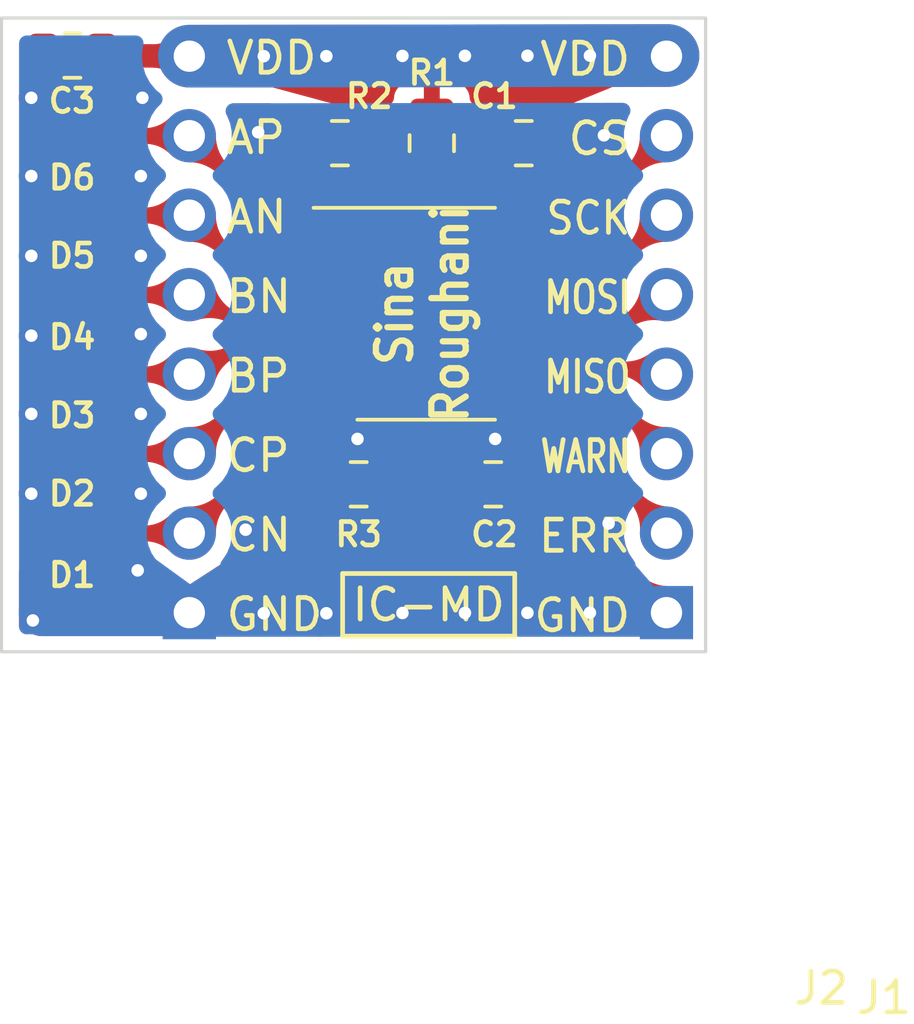
<source format=kicad_pcb>
(kicad_pcb (version 20171130) (host pcbnew "(5.1.6-0-10_14)")

  (general
    (thickness 1.6)
    (drawings 25)
    (tracks 302)
    (zones 0)
    (modules 15)
    (nets 18)
  )

  (page A4)
  (layers
    (0 F.Cu signal)
    (31 B.Cu signal)
    (32 B.Adhes user)
    (33 F.Adhes user)
    (34 B.Paste user)
    (35 F.Paste user)
    (36 B.SilkS user)
    (37 F.SilkS user)
    (38 B.Mask user)
    (39 F.Mask user)
    (40 Dwgs.User user hide)
    (41 Cmts.User user hide)
    (42 Eco1.User user)
    (43 Eco2.User user)
    (44 Edge.Cuts user)
    (45 Margin user)
    (46 B.CrtYd user)
    (47 F.CrtYd user)
    (48 B.Fab user hide)
    (49 F.Fab user hide)
  )

  (setup
    (last_trace_width 0.4)
    (user_trace_width 0.4)
    (user_trace_width 0.5)
    (user_trace_width 0.75)
    (user_trace_width 1)
    (user_trace_width 1.5)
    (user_trace_width 2)
    (trace_clearance 0.2)
    (zone_clearance 0.508)
    (zone_45_only no)
    (trace_min 0.2)
    (via_size 0.8)
    (via_drill 0.4)
    (via_min_size 0.4)
    (via_min_drill 0.3)
    (uvia_size 0.3)
    (uvia_drill 0.1)
    (uvias_allowed no)
    (uvia_min_size 0.2)
    (uvia_min_drill 0.1)
    (edge_width 0.1)
    (segment_width 0.2)
    (pcb_text_width 0.3)
    (pcb_text_size 1.5 1.5)
    (mod_edge_width 0.15)
    (mod_text_size 1 1)
    (mod_text_width 0.15)
    (pad_size 1.524 1.524)
    (pad_drill 0.762)
    (pad_to_mask_clearance 0)
    (aux_axis_origin 0 0)
    (visible_elements FFFFFF7F)
    (pcbplotparams
      (layerselection 0x010ec_ffffffff)
      (usegerberextensions false)
      (usegerberattributes false)
      (usegerberadvancedattributes true)
      (creategerberjobfile true)
      (excludeedgelayer true)
      (linewidth 0.100000)
      (plotframeref false)
      (viasonmask false)
      (mode 1)
      (useauxorigin false)
      (hpglpennumber 1)
      (hpglpenspeed 20)
      (hpglpendiameter 15.000000)
      (psnegative false)
      (psa4output false)
      (plotreference true)
      (plotvalue true)
      (plotinvisibletext false)
      (padsonsilk false)
      (subtractmaskfromsilk false)
      (outputformat 1)
      (mirror false)
      (drillshape 0)
      (scaleselection 1)
      (outputdirectory "encoder/"))
  )

  (net 0 "")
  (net 1 VDD)
  (net 2 GND)
  (net 3 /CS)
  (net 4 /SCK)
  (net 5 /MOSI)
  (net 6 /MISO)
  (net 7 /WARN)
  (net 8 /ERR)
  (net 9 /AP)
  (net 10 /AN)
  (net 11 /BP)
  (net 12 /BN)
  (net 13 /CP)
  (net 14 /CN)
  (net 15 "Net-(R1-Pad1)")
  (net 16 "Net-(R2-Pad2)")
  (net 17 "Net-(R3-Pad2)")

  (net_class Default "This is the default net class."
    (clearance 0.2)
    (trace_width 0.25)
    (via_dia 0.8)
    (via_drill 0.4)
    (uvia_dia 0.3)
    (uvia_drill 0.1)
    (add_net /AN)
    (add_net /AP)
    (add_net /BN)
    (add_net /BP)
    (add_net /CN)
    (add_net /CP)
    (add_net /CS)
    (add_net /ERR)
    (add_net /MISO)
    (add_net /MOSI)
    (add_net /SCK)
    (add_net /WARN)
    (add_net GND)
    (add_net "Net-(R1-Pad1)")
    (add_net "Net-(R2-Pad2)")
    (add_net "Net-(R3-Pad2)")
    (add_net "Net-(U1-Pad1)")
    (add_net "Net-(U1-Pad18)")
    (add_net "Net-(U1-Pad19)")
    (add_net VDD)
  )

  (module Capacitor_SMD:C_0805_2012Metric (layer F.Cu) (tedit 5B36C52B) (tstamp 60021C17)
    (at 110.6875 97.5 180)
    (descr "Capacitor SMD 0805 (2012 Metric), square (rectangular) end terminal, IPC_7351 nominal, (Body size source: https://docs.google.com/spreadsheets/d/1BsfQQcO9C6DZCsRaXUlFlo91Tg2WpOkGARC1WS5S8t0/edit?usp=sharing), generated with kicad-footprint-generator")
    (tags capacitor)
    (path /6003CB28)
    (attr smd)
    (fp_text reference C3 (at 14.4375 1.35) (layer F.SilkS)
      (effects (font (size 0.75 0.75) (thickness 0.15)))
    )
    (fp_text value C (at 0 1.65) (layer F.Fab)
      (effects (font (size 1 1) (thickness 0.15)))
    )
    (fp_text user %R (at 0 0) (layer F.Fab)
      (effects (font (size 0.5 0.5) (thickness 0.08)))
    )
    (fp_line (start -1 0.6) (end -1 -0.6) (layer F.Fab) (width 0.1))
    (fp_line (start -1 -0.6) (end 1 -0.6) (layer F.Fab) (width 0.1))
    (fp_line (start 1 -0.6) (end 1 0.6) (layer F.Fab) (width 0.1))
    (fp_line (start 1 0.6) (end -1 0.6) (layer F.Fab) (width 0.1))
    (fp_line (start -0.258578 -0.71) (end 0.258578 -0.71) (layer F.SilkS) (width 0.12))
    (fp_line (start -0.258578 0.71) (end 0.258578 0.71) (layer F.SilkS) (width 0.12))
    (fp_line (start -1.68 0.95) (end -1.68 -0.95) (layer F.CrtYd) (width 0.05))
    (fp_line (start -1.68 -0.95) (end 1.68 -0.95) (layer F.CrtYd) (width 0.05))
    (fp_line (start 1.68 -0.95) (end 1.68 0.95) (layer F.CrtYd) (width 0.05))
    (fp_line (start 1.68 0.95) (end -1.68 0.95) (layer F.CrtYd) (width 0.05))
    (pad 2 smd roundrect (at 0.9375 0 180) (size 0.975 1.4) (layers F.Cu F.Paste F.Mask) (roundrect_rratio 0.25)
      (net 1 VDD))
    (pad 1 smd roundrect (at -0.9375 0 180) (size 0.975 1.4) (layers F.Cu F.Paste F.Mask) (roundrect_rratio 0.25)
      (net 2 GND))
    (model ${KISYS3DMOD}/Capacitor_SMD.3dshapes/C_0805_2012Metric.wrl
      (at (xyz 0 0 0))
      (scale (xyz 1 1 1))
      (rotate (xyz 0 0 0))
    )
  )

  (module Diode_SMD:D_0603_1608Metric (layer F.Cu) (tedit 6000CB8E) (tstamp 60015935)
    (at 96.254999 97.28 180)
    (descr "Diode SMD 0603 (1608 Metric), square (rectangular) end terminal, IPC_7351 nominal, (Body size source: http://www.tortai-tech.com/upload/download/2011102023233369053.pdf), generated with kicad-footprint-generator")
    (tags diode)
    (path /60019E52)
    (attr smd)
    (fp_text reference D6 (at 0 -1.32 180) (layer F.SilkS)
      (effects (font (size 0.75 0.75) (thickness 0.15)))
    )
    (fp_text value ESD9B5.0ST5G (at 0 1.43 180) (layer F.Fab)
      (effects (font (size 1 1) (thickness 0.15)))
    )
    (fp_line (start 1.48 0.73) (end -1.48 0.73) (layer F.CrtYd) (width 0.05))
    (fp_line (start 1.48 -0.73) (end 1.48 0.73) (layer F.CrtYd) (width 0.05))
    (fp_line (start -1.48 -0.73) (end 1.48 -0.73) (layer F.CrtYd) (width 0.05))
    (fp_line (start -1.48 0.73) (end -1.48 -0.73) (layer F.CrtYd) (width 0.05))
    (fp_line (start 0.8 0.4) (end 0.8 -0.4) (layer F.Fab) (width 0.1))
    (fp_line (start -0.8 0.4) (end 0.8 0.4) (layer F.Fab) (width 0.1))
    (fp_line (start -0.8 -0.1) (end -0.8 0.4) (layer F.Fab) (width 0.1))
    (fp_line (start -0.5 -0.4) (end -0.8 -0.1) (layer F.Fab) (width 0.1))
    (fp_line (start 0.8 -0.4) (end -0.5 -0.4) (layer F.Fab) (width 0.1))
    (fp_text user %R (at 0 0 180) (layer F.Fab)
      (effects (font (size 0.4 0.4) (thickness 0.06)))
    )
    (pad 2 smd roundrect (at 0.7875 0 180) (size 0.875 0.95) (layers F.Cu F.Paste F.Mask) (roundrect_rratio 0.25)
      (net 2 GND))
    (pad 1 smd roundrect (at -0.7875 0 180) (size 0.875 0.95) (layers F.Cu F.Paste F.Mask) (roundrect_rratio 0.25)
      (net 9 /AP))
    (model ${KISYS3DMOD}/Diode_SMD.3dshapes/D_0603_1608Metric.wrl
      (at (xyz 0 0 0))
      (scale (xyz 1 1 1))
      (rotate (xyz 0 0 0))
    )
  )

  (module Diode_SMD:D_0603_1608Metric (layer F.Cu) (tedit 6000CB7E) (tstamp 60014BE0)
    (at 96.255 99.82 180)
    (descr "Diode SMD 0603 (1608 Metric), square (rectangular) end terminal, IPC_7351 nominal, (Body size source: http://www.tortai-tech.com/upload/download/2011102023233369053.pdf), generated with kicad-footprint-generator")
    (tags diode)
    (path /600196D4)
    (attr smd)
    (fp_text reference D5 (at 0 -1.28 180) (layer F.SilkS)
      (effects (font (size 0.75 0.75) (thickness 0.15)))
    )
    (fp_text value ESD9B5.0ST5G (at 0 1.43 180) (layer F.Fab)
      (effects (font (size 1 1) (thickness 0.15)))
    )
    (fp_line (start 1.48 0.73) (end -1.48 0.73) (layer F.CrtYd) (width 0.05))
    (fp_line (start 1.48 -0.73) (end 1.48 0.73) (layer F.CrtYd) (width 0.05))
    (fp_line (start -1.48 -0.73) (end 1.48 -0.73) (layer F.CrtYd) (width 0.05))
    (fp_line (start -1.48 0.73) (end -1.48 -0.73) (layer F.CrtYd) (width 0.05))
    (fp_line (start 0.8 0.4) (end 0.8 -0.4) (layer F.Fab) (width 0.1))
    (fp_line (start -0.8 0.4) (end 0.8 0.4) (layer F.Fab) (width 0.1))
    (fp_line (start -0.8 -0.1) (end -0.8 0.4) (layer F.Fab) (width 0.1))
    (fp_line (start -0.5 -0.4) (end -0.8 -0.1) (layer F.Fab) (width 0.1))
    (fp_line (start 0.8 -0.4) (end -0.5 -0.4) (layer F.Fab) (width 0.1))
    (fp_text user %R (at 0 0 180) (layer F.Fab)
      (effects (font (size 0.4 0.4) (thickness 0.06)))
    )
    (pad 2 smd roundrect (at 0.7875 0 180) (size 0.875 0.95) (layers F.Cu F.Paste F.Mask) (roundrect_rratio 0.25)
      (net 2 GND))
    (pad 1 smd roundrect (at -0.7875 0 180) (size 0.875 0.95) (layers F.Cu F.Paste F.Mask) (roundrect_rratio 0.25)
      (net 10 /AN))
    (model ${KISYS3DMOD}/Diode_SMD.3dshapes/D_0603_1608Metric.wrl
      (at (xyz 0 0 0))
      (scale (xyz 1 1 1))
      (rotate (xyz 0 0 0))
    )
  )

  (module Diode_SMD:D_0603_1608Metric (layer F.Cu) (tedit 6000CB6D) (tstamp 60014BAA)
    (at 96.255 102.36 180)
    (descr "Diode SMD 0603 (1608 Metric), square (rectangular) end terminal, IPC_7351 nominal, (Body size source: http://www.tortai-tech.com/upload/download/2011102023233369053.pdf), generated with kicad-footprint-generator")
    (tags diode)
    (path /6001910E)
    (attr smd)
    (fp_text reference D4 (at 0 -1.34 180) (layer F.SilkS)
      (effects (font (size 0.75 0.75) (thickness 0.15)))
    )
    (fp_text value ESD9B5.0ST5G (at 0 1.43 180) (layer F.Fab)
      (effects (font (size 1 1) (thickness 0.15)))
    )
    (fp_line (start 1.48 0.73) (end -1.48 0.73) (layer F.CrtYd) (width 0.05))
    (fp_line (start 1.48 -0.73) (end 1.48 0.73) (layer F.CrtYd) (width 0.05))
    (fp_line (start -1.48 -0.73) (end 1.48 -0.73) (layer F.CrtYd) (width 0.05))
    (fp_line (start -1.48 0.73) (end -1.48 -0.73) (layer F.CrtYd) (width 0.05))
    (fp_line (start 0.8 0.4) (end 0.8 -0.4) (layer F.Fab) (width 0.1))
    (fp_line (start -0.8 0.4) (end 0.8 0.4) (layer F.Fab) (width 0.1))
    (fp_line (start -0.8 -0.1) (end -0.8 0.4) (layer F.Fab) (width 0.1))
    (fp_line (start -0.5 -0.4) (end -0.8 -0.1) (layer F.Fab) (width 0.1))
    (fp_line (start 0.8 -0.4) (end -0.5 -0.4) (layer F.Fab) (width 0.1))
    (fp_text user %R (at 0 0 180) (layer F.Fab)
      (effects (font (size 0.4 0.4) (thickness 0.06)))
    )
    (pad 2 smd roundrect (at 0.7875 0 180) (size 0.875 0.95) (layers F.Cu F.Paste F.Mask) (roundrect_rratio 0.25)
      (net 2 GND))
    (pad 1 smd roundrect (at -0.7875 0 180) (size 0.875 0.95) (layers F.Cu F.Paste F.Mask) (roundrect_rratio 0.25)
      (net 11 /BP))
    (model ${KISYS3DMOD}/Diode_SMD.3dshapes/D_0603_1608Metric.wrl
      (at (xyz 0 0 0))
      (scale (xyz 1 1 1))
      (rotate (xyz 0 0 0))
    )
  )

  (module Diode_SMD:D_0603_1608Metric (layer F.Cu) (tedit 6000CB59) (tstamp 60014B74)
    (at 96.255 104.9 180)
    (descr "Diode SMD 0603 (1608 Metric), square (rectangular) end terminal, IPC_7351 nominal, (Body size source: http://www.tortai-tech.com/upload/download/2011102023233369053.pdf), generated with kicad-footprint-generator")
    (tags diode)
    (path /600189E8)
    (attr smd)
    (fp_text reference D3 (at 0 -1.3 180) (layer F.SilkS)
      (effects (font (size 0.75 0.75) (thickness 0.15)))
    )
    (fp_text value ESD9B5.0ST5G (at 0 1.43 180) (layer F.Fab)
      (effects (font (size 1 1) (thickness 0.15)))
    )
    (fp_line (start 1.48 0.73) (end -1.48 0.73) (layer F.CrtYd) (width 0.05))
    (fp_line (start 1.48 -0.73) (end 1.48 0.73) (layer F.CrtYd) (width 0.05))
    (fp_line (start -1.48 -0.73) (end 1.48 -0.73) (layer F.CrtYd) (width 0.05))
    (fp_line (start -1.48 0.73) (end -1.48 -0.73) (layer F.CrtYd) (width 0.05))
    (fp_line (start 0.8 0.4) (end 0.8 -0.4) (layer F.Fab) (width 0.1))
    (fp_line (start -0.8 0.4) (end 0.8 0.4) (layer F.Fab) (width 0.1))
    (fp_line (start -0.8 -0.1) (end -0.8 0.4) (layer F.Fab) (width 0.1))
    (fp_line (start -0.5 -0.4) (end -0.8 -0.1) (layer F.Fab) (width 0.1))
    (fp_line (start 0.8 -0.4) (end -0.5 -0.4) (layer F.Fab) (width 0.1))
    (fp_text user %R (at 0 0 180) (layer F.Fab)
      (effects (font (size 0.4 0.4) (thickness 0.06)))
    )
    (pad 2 smd roundrect (at 0.7875 0 180) (size 0.875 0.95) (layers F.Cu F.Paste F.Mask) (roundrect_rratio 0.25)
      (net 2 GND))
    (pad 1 smd roundrect (at -0.7875 0 180) (size 0.875 0.95) (layers F.Cu F.Paste F.Mask) (roundrect_rratio 0.25)
      (net 12 /BN))
    (model ${KISYS3DMOD}/Diode_SMD.3dshapes/D_0603_1608Metric.wrl
      (at (xyz 0 0 0))
      (scale (xyz 1 1 1))
      (rotate (xyz 0 0 0))
    )
  )

  (module Diode_SMD:D_0603_1608Metric (layer F.Cu) (tedit 6000CB3F) (tstamp 60014B3E)
    (at 96.254999 107.44 180)
    (descr "Diode SMD 0603 (1608 Metric), square (rectangular) end terminal, IPC_7351 nominal, (Body size source: http://www.tortai-tech.com/upload/download/2011102023233369053.pdf), generated with kicad-footprint-generator")
    (tags diode)
    (path /60018346)
    (attr smd)
    (fp_text reference D2 (at 0 -1.26 180) (layer F.SilkS)
      (effects (font (size 0.75 0.75) (thickness 0.15)))
    )
    (fp_text value ESD9B5.0ST5G (at 0 1.43 180) (layer F.Fab)
      (effects (font (size 1 1) (thickness 0.15)))
    )
    (fp_line (start 1.48 0.73) (end -1.48 0.73) (layer F.CrtYd) (width 0.05))
    (fp_line (start 1.48 -0.73) (end 1.48 0.73) (layer F.CrtYd) (width 0.05))
    (fp_line (start -1.48 -0.73) (end 1.48 -0.73) (layer F.CrtYd) (width 0.05))
    (fp_line (start -1.48 0.73) (end -1.48 -0.73) (layer F.CrtYd) (width 0.05))
    (fp_line (start 0.8 0.4) (end 0.8 -0.4) (layer F.Fab) (width 0.1))
    (fp_line (start -0.8 0.4) (end 0.8 0.4) (layer F.Fab) (width 0.1))
    (fp_line (start -0.8 -0.1) (end -0.8 0.4) (layer F.Fab) (width 0.1))
    (fp_line (start -0.5 -0.4) (end -0.8 -0.1) (layer F.Fab) (width 0.1))
    (fp_line (start 0.8 -0.4) (end -0.5 -0.4) (layer F.Fab) (width 0.1))
    (fp_text user %R (at 0 0 180) (layer F.Fab)
      (effects (font (size 0.4 0.4) (thickness 0.06)))
    )
    (pad 2 smd roundrect (at 0.7875 0 180) (size 0.875 0.95) (layers F.Cu F.Paste F.Mask) (roundrect_rratio 0.25)
      (net 2 GND))
    (pad 1 smd roundrect (at -0.7875 0 180) (size 0.875 0.95) (layers F.Cu F.Paste F.Mask) (roundrect_rratio 0.25)
      (net 13 /CP))
    (model ${KISYS3DMOD}/Diode_SMD.3dshapes/D_0603_1608Metric.wrl
      (at (xyz 0 0 0))
      (scale (xyz 1 1 1))
      (rotate (xyz 0 0 0))
    )
  )

  (module Diode_SMD:D_0603_1608Metric (layer F.Cu) (tedit 6000CB2C) (tstamp 60014B08)
    (at 96.255 109.98 180)
    (descr "Diode SMD 0603 (1608 Metric), square (rectangular) end terminal, IPC_7351 nominal, (Body size source: http://www.tortai-tech.com/upload/download/2011102023233369053.pdf), generated with kicad-footprint-generator")
    (tags diode)
    (path /60015AF0)
    (attr smd)
    (fp_text reference D1 (at 0 -1.32 180) (layer F.SilkS)
      (effects (font (size 0.75 0.75) (thickness 0.15)))
    )
    (fp_text value ESD9B5.0ST5G (at 0 1.43 180) (layer F.Fab)
      (effects (font (size 1 1) (thickness 0.15)))
    )
    (fp_line (start 1.48 0.73) (end -1.48 0.73) (layer F.CrtYd) (width 0.05))
    (fp_line (start 1.48 -0.73) (end 1.48 0.73) (layer F.CrtYd) (width 0.05))
    (fp_line (start -1.48 -0.73) (end 1.48 -0.73) (layer F.CrtYd) (width 0.05))
    (fp_line (start -1.48 0.73) (end -1.48 -0.73) (layer F.CrtYd) (width 0.05))
    (fp_line (start 0.8 0.4) (end 0.8 -0.4) (layer F.Fab) (width 0.1))
    (fp_line (start -0.8 0.4) (end 0.8 0.4) (layer F.Fab) (width 0.1))
    (fp_line (start -0.8 -0.1) (end -0.8 0.4) (layer F.Fab) (width 0.1))
    (fp_line (start -0.5 -0.4) (end -0.8 -0.1) (layer F.Fab) (width 0.1))
    (fp_line (start 0.8 -0.4) (end -0.5 -0.4) (layer F.Fab) (width 0.1))
    (fp_text user %R (at 0 0 180) (layer F.Fab)
      (effects (font (size 0.4 0.4) (thickness 0.06)))
    )
    (pad 2 smd roundrect (at 0.7875 0 180) (size 0.875 0.95) (layers F.Cu F.Paste F.Mask) (roundrect_rratio 0.25)
      (net 2 GND))
    (pad 1 smd roundrect (at -0.7875 0 180) (size 0.875 0.95) (layers F.Cu F.Paste F.Mask) (roundrect_rratio 0.25)
      (net 14 /CN))
    (model ${KISYS3DMOD}/Diode_SMD.3dshapes/D_0603_1608Metric.wrl
      (at (xyz 0 0 0))
      (scale (xyz 1 1 1))
      (rotate (xyz 0 0 0))
    )
  )

  (module Capacitor_SMD:C_0805_2012Metric (layer F.Cu) (tedit 5B36C52B) (tstamp 60015009)
    (at 96.2625 94.7)
    (descr "Capacitor SMD 0805 (2012 Metric), square (rectangular) end terminal, IPC_7351 nominal, (Body size source: https://docs.google.com/spreadsheets/d/1BsfQQcO9C6DZCsRaXUlFlo91Tg2WpOkGARC1WS5S8t0/edit?usp=sharing), generated with kicad-footprint-generator")
    (tags capacitor)
    (path /6002A123)
    (attr smd)
    (fp_text reference C2 (at 13.4875 15.3) (layer F.SilkS)
      (effects (font (size 0.75 0.75) (thickness 0.15)))
    )
    (fp_text value C (at 0 1.65) (layer F.Fab)
      (effects (font (size 1 1) (thickness 0.15)))
    )
    (fp_text user %R (at 0 0) (layer F.Fab)
      (effects (font (size 0.5 0.5) (thickness 0.08)))
    )
    (fp_line (start -1 0.6) (end -1 -0.6) (layer F.Fab) (width 0.1))
    (fp_line (start -1 -0.6) (end 1 -0.6) (layer F.Fab) (width 0.1))
    (fp_line (start 1 -0.6) (end 1 0.6) (layer F.Fab) (width 0.1))
    (fp_line (start 1 0.6) (end -1 0.6) (layer F.Fab) (width 0.1))
    (fp_line (start -0.258578 -0.71) (end 0.258578 -0.71) (layer F.SilkS) (width 0.12))
    (fp_line (start -0.258578 0.71) (end 0.258578 0.71) (layer F.SilkS) (width 0.12))
    (fp_line (start -1.68 0.95) (end -1.68 -0.95) (layer F.CrtYd) (width 0.05))
    (fp_line (start -1.68 -0.95) (end 1.68 -0.95) (layer F.CrtYd) (width 0.05))
    (fp_line (start 1.68 -0.95) (end 1.68 0.95) (layer F.CrtYd) (width 0.05))
    (fp_line (start 1.68 0.95) (end -1.68 0.95) (layer F.CrtYd) (width 0.05))
    (pad 2 smd roundrect (at 0.9375 0) (size 0.975 1.4) (layers F.Cu F.Paste F.Mask) (roundrect_rratio 0.25)
      (net 1 VDD))
    (pad 1 smd roundrect (at -0.9375 0) (size 0.975 1.4) (layers F.Cu F.Paste F.Mask) (roundrect_rratio 0.25)
      (net 2 GND))
    (model ${KISYS3DMOD}/Capacitor_SMD.3dshapes/C_0805_2012Metric.wrl
      (at (xyz 0 0 0))
      (scale (xyz 1 1 1))
      (rotate (xyz 0 0 0))
    )
  )

  (module Connector_PinHeader_2.54mm:PinHeader_1x08_P2.54mm_Vertical (layer F.Cu) (tedit 6000BF65) (tstamp 60012D1A)
    (at 100 112.5 180)
    (descr "Through hole straight pin header, 1x08, 2.54mm pitch, single row")
    (tags "Through hole pin header THT 1x08 2.54mm single row")
    (path /5FC66B52)
    (fp_text reference J2 (at -20.2 -12 180) (layer F.SilkS)
      (effects (font (size 1 1) (thickness 0.15)))
    )
    (fp_text value Conn_01x08_Male (at 0 20.11 180) (layer F.Fab)
      (effects (font (size 1 1) (thickness 0.15)))
    )
    (fp_line (start 1.8 -1.8) (end -1.8 -1.8) (layer F.CrtYd) (width 0.05))
    (fp_line (start 1.8 19.55) (end 1.8 -1.8) (layer F.CrtYd) (width 0.05))
    (fp_line (start -1.8 19.55) (end 1.8 19.55) (layer F.CrtYd) (width 0.05))
    (fp_line (start -1.8 -1.8) (end -1.8 19.55) (layer F.CrtYd) (width 0.05))
    (fp_line (start -1.27 -0.635) (end -0.635 -1.27) (layer F.Fab) (width 0.1))
    (fp_line (start -1.27 19.05) (end -1.27 -0.635) (layer F.Fab) (width 0.1))
    (fp_line (start 1.27 19.05) (end -1.27 19.05) (layer F.Fab) (width 0.1))
    (fp_line (start 1.27 -1.27) (end 1.27 19.05) (layer F.Fab) (width 0.1))
    (fp_line (start -0.635 -1.27) (end 1.27 -1.27) (layer F.Fab) (width 0.1))
    (fp_text user %R (at 0 8.89 270) (layer F.Fab)
      (effects (font (size 1 1) (thickness 0.15)))
    )
    (pad 1 thru_hole rect (at 0 0 180) (size 1.7 1.7) (drill 1) (layers *.Cu *.Mask)
      (net 2 GND))
    (pad 2 thru_hole oval (at 0 2.54 180) (size 1.7 1.7) (drill 1) (layers *.Cu *.Mask)
      (net 14 /CN))
    (pad 3 thru_hole oval (at 0 5.08 180) (size 1.7 1.7) (drill 1) (layers *.Cu *.Mask)
      (net 13 /CP))
    (pad 4 thru_hole oval (at 0 7.62 180) (size 1.7 1.7) (drill 1) (layers *.Cu *.Mask)
      (net 12 /BN))
    (pad 5 thru_hole oval (at 0 10.16 180) (size 1.7 1.7) (drill 1) (layers *.Cu *.Mask)
      (net 11 /BP))
    (pad 6 thru_hole oval (at 0 12.7 180) (size 1.7 1.7) (drill 1) (layers *.Cu *.Mask)
      (net 10 /AN))
    (pad 7 thru_hole oval (at 0 15.24 180) (size 1.7 1.7) (drill 1) (layers *.Cu *.Mask)
      (net 9 /AP))
    (pad 8 thru_hole oval (at 0 17.78 180) (size 1.7 1.7) (drill 1) (layers *.Cu *.Mask)
      (net 1 VDD))
    (model ${KISYS3DMOD}/Connector_PinHeader_2.54mm.3dshapes/PinHeader_1x08_P2.54mm_Vertical.wrl
      (offset (xyz 0 0 -2))
      (scale (xyz 1 1 -1))
      (rotate (xyz 0 0 0))
    )
  )

  (module Connector_PinHeader_2.54mm:PinHeader_1x08_P2.54mm_Vertical (layer F.Cu) (tedit 6000BF41) (tstamp 5FC5D5B6)
    (at 115.25 112.5 180)
    (descr "Through hole straight pin header, 1x08, 2.54mm pitch, single row")
    (tags "Through hole pin header THT 1x08 2.54mm single row")
    (path /5FC62CF8)
    (fp_text reference J1 (at -6.95 -12.3 180) (layer F.SilkS)
      (effects (font (size 1 1) (thickness 0.15)))
    )
    (fp_text value Conn_01x08_Male (at 0 20.11 180) (layer F.Fab)
      (effects (font (size 1 1) (thickness 0.15)))
    )
    (fp_line (start 1.8 -1.8) (end -1.8 -1.8) (layer F.CrtYd) (width 0.05))
    (fp_line (start 1.8 19.55) (end 1.8 -1.8) (layer F.CrtYd) (width 0.05))
    (fp_line (start -1.8 19.55) (end 1.8 19.55) (layer F.CrtYd) (width 0.05))
    (fp_line (start -1.8 -1.8) (end -1.8 19.55) (layer F.CrtYd) (width 0.05))
    (fp_line (start -1.27 -0.635) (end -0.635 -1.27) (layer F.Fab) (width 0.1))
    (fp_line (start -1.27 19.05) (end -1.27 -0.635) (layer F.Fab) (width 0.1))
    (fp_line (start 1.27 19.05) (end -1.27 19.05) (layer F.Fab) (width 0.1))
    (fp_line (start 1.27 -1.27) (end 1.27 19.05) (layer F.Fab) (width 0.1))
    (fp_line (start -0.635 -1.27) (end 1.27 -1.27) (layer F.Fab) (width 0.1))
    (fp_text user %R (at 0 8.89 270) (layer F.Fab)
      (effects (font (size 1 1) (thickness 0.15)))
    )
    (pad 1 thru_hole rect (at 0 0 180) (size 1.7 1.7) (drill 1) (layers *.Cu *.Mask)
      (net 2 GND))
    (pad 2 thru_hole oval (at 0 2.54 180) (size 1.7 1.7) (drill 1) (layers *.Cu *.Mask)
      (net 8 /ERR))
    (pad 3 thru_hole oval (at 0 5.08 180) (size 1.7 1.7) (drill 1) (layers *.Cu *.Mask)
      (net 7 /WARN))
    (pad 4 thru_hole oval (at 0 7.62 180) (size 1.7 1.7) (drill 1) (layers *.Cu *.Mask)
      (net 6 /MISO))
    (pad 5 thru_hole oval (at 0 10.16 180) (size 1.7 1.7) (drill 1) (layers *.Cu *.Mask)
      (net 5 /MOSI))
    (pad 6 thru_hole oval (at 0 12.7 180) (size 1.7 1.7) (drill 1) (layers *.Cu *.Mask)
      (net 4 /SCK))
    (pad 7 thru_hole oval (at 0 15.24 180) (size 1.7 1.7) (drill 1) (layers *.Cu *.Mask)
      (net 3 /CS))
    (pad 8 thru_hole oval (at 0 17.78 180) (size 1.7 1.7) (drill 1) (layers *.Cu *.Mask)
      (net 1 VDD))
    (model ${KISYS3DMOD}/Connector_PinHeader_2.54mm.3dshapes/PinHeader_1x08_P2.54mm_Vertical.wrl
      (offset (xyz 0 0 -2))
      (scale (xyz 1 1 -1))
      (rotate (xyz 0 0 0))
    )
  )

  (module Package_SO:TSSOP-20_4.4x6.5mm_P0.65mm (layer F.Cu) (tedit 5E476F32) (tstamp 6000C102)
    (at 107.57 102.95)
    (descr "TSSOP, 20 Pin (JEDEC MO-153 Var AC https://www.jedec.org/document_search?search_api_views_fulltext=MO-153), generated with kicad-footprint-generator ipc_gullwing_generator.py")
    (tags "TSSOP SO")
    (path /5FC668FC)
    (attr smd)
    (fp_text reference IC-MD (at 0.08 9.3 180) (layer F.SilkS)
      (effects (font (size 1 1) (thickness 0.15)))
    )
    (fp_text value IC-MD (at 0 4.2) (layer F.Fab)
      (effects (font (size 1 1) (thickness 0.15)))
    )
    (fp_line (start 3.85 -3.5) (end -3.85 -3.5) (layer F.CrtYd) (width 0.05))
    (fp_line (start 3.85 3.5) (end 3.85 -3.5) (layer F.CrtYd) (width 0.05))
    (fp_line (start -3.85 3.5) (end 3.85 3.5) (layer F.CrtYd) (width 0.05))
    (fp_line (start -3.85 -3.5) (end -3.85 3.5) (layer F.CrtYd) (width 0.05))
    (fp_line (start -2.2 -2.25) (end -1.2 -3.25) (layer F.Fab) (width 0.1))
    (fp_line (start -2.2 3.25) (end -2.2 -2.25) (layer F.Fab) (width 0.1))
    (fp_line (start 2.2 3.25) (end -2.2 3.25) (layer F.Fab) (width 0.1))
    (fp_line (start 2.2 -3.25) (end 2.2 3.25) (layer F.Fab) (width 0.1))
    (fp_line (start -1.2 -3.25) (end 2.2 -3.25) (layer F.Fab) (width 0.1))
    (fp_line (start 0 -3.385) (end -3.6 -3.385) (layer F.SilkS) (width 0.12))
    (fp_line (start 0 -3.385) (end 2.2 -3.385) (layer F.SilkS) (width 0.12))
    (fp_line (start 0 3.385) (end -2.2 3.385) (layer F.SilkS) (width 0.12))
    (fp_line (start 0 3.385) (end 2.2 3.385) (layer F.SilkS) (width 0.12))
    (fp_text user %R (at 0 0) (layer F.Fab)
      (effects (font (size 1 1) (thickness 0.15)))
    )
    (pad 1 smd roundrect (at -2.8625 -2.925) (size 1.475 0.4) (layers F.Cu F.Paste F.Mask) (roundrect_rratio 0.25))
    (pad 2 smd roundrect (at -2.8625 -2.275) (size 1.475 0.4) (layers F.Cu F.Paste F.Mask) (roundrect_rratio 0.25)
      (net 17 "Net-(R3-Pad2)"))
    (pad 3 smd roundrect (at -2.8625 -1.625) (size 1.475 0.4) (layers F.Cu F.Paste F.Mask) (roundrect_rratio 0.25)
      (net 16 "Net-(R2-Pad2)"))
    (pad 4 smd roundrect (at -2.8625 -0.975) (size 1.475 0.4) (layers F.Cu F.Paste F.Mask) (roundrect_rratio 0.25)
      (net 9 /AP))
    (pad 5 smd roundrect (at -2.8625 -0.325) (size 1.475 0.4) (layers F.Cu F.Paste F.Mask) (roundrect_rratio 0.25)
      (net 10 /AN))
    (pad 6 smd roundrect (at -2.8625 0.325) (size 1.475 0.4) (layers F.Cu F.Paste F.Mask) (roundrect_rratio 0.25)
      (net 11 /BP))
    (pad 7 smd roundrect (at -2.8625 0.975) (size 1.475 0.4) (layers F.Cu F.Paste F.Mask) (roundrect_rratio 0.25)
      (net 12 /BN))
    (pad 8 smd roundrect (at -2.8625 1.625) (size 1.475 0.4) (layers F.Cu F.Paste F.Mask) (roundrect_rratio 0.25)
      (net 13 /CP))
    (pad 9 smd roundrect (at -2.8625 2.275) (size 1.475 0.4) (layers F.Cu F.Paste F.Mask) (roundrect_rratio 0.25)
      (net 14 /CN))
    (pad 10 smd roundrect (at -2.8625 2.925) (size 1.475 0.4) (layers F.Cu F.Paste F.Mask) (roundrect_rratio 0.25)
      (net 2 GND))
    (pad 11 smd roundrect (at 2.8625 2.925) (size 1.475 0.4) (layers F.Cu F.Paste F.Mask) (roundrect_rratio 0.25)
      (net 8 /ERR))
    (pad 12 smd roundrect (at 2.8625 2.275) (size 1.475 0.4) (layers F.Cu F.Paste F.Mask) (roundrect_rratio 0.25)
      (net 7 /WARN))
    (pad 13 smd roundrect (at 2.8625 1.625) (size 1.475 0.4) (layers F.Cu F.Paste F.Mask) (roundrect_rratio 0.25)
      (net 6 /MISO))
    (pad 14 smd roundrect (at 2.8625 0.975) (size 1.475 0.4) (layers F.Cu F.Paste F.Mask) (roundrect_rratio 0.25)
      (net 5 /MOSI))
    (pad 15 smd roundrect (at 2.8625 0.325) (size 1.475 0.4) (layers F.Cu F.Paste F.Mask) (roundrect_rratio 0.25)
      (net 4 /SCK))
    (pad 16 smd roundrect (at 2.8625 -0.325) (size 1.475 0.4) (layers F.Cu F.Paste F.Mask) (roundrect_rratio 0.25)
      (net 3 /CS))
    (pad 17 smd roundrect (at 2.8625 -0.975) (size 1.475 0.4) (layers F.Cu F.Paste F.Mask) (roundrect_rratio 0.25)
      (net 1 VDD))
    (pad 18 smd roundrect (at 2.8625 -1.625) (size 1.475 0.4) (layers F.Cu F.Paste F.Mask) (roundrect_rratio 0.25))
    (pad 19 smd roundrect (at 2.8625 -2.275) (size 1.475 0.4) (layers F.Cu F.Paste F.Mask) (roundrect_rratio 0.25))
    (pad 20 smd roundrect (at 2.8625 -2.925) (size 1.475 0.4) (layers F.Cu F.Paste F.Mask) (roundrect_rratio 0.25)
      (net 15 "Net-(R1-Pad1)"))
    (model ${KISYS3DMOD}/Package_SO.3dshapes/TSSOP-20_4.4x6.5mm_P0.65mm.wrl
      (at (xyz 0 0 0))
      (scale (xyz 1 1 1))
      (rotate (xyz 0 0 0))
    )
  )

  (module Resistor_SMD:R_0805_2012Metric (layer F.Cu) (tedit 5B36C52B) (tstamp 5FC5D605)
    (at 105.4125 108.4)
    (descr "Resistor SMD 0805 (2012 Metric), square (rectangular) end terminal, IPC_7351 nominal, (Body size source: https://docs.google.com/spreadsheets/d/1BsfQQcO9C6DZCsRaXUlFlo91Tg2WpOkGARC1WS5S8t0/edit?usp=sharing), generated with kicad-footprint-generator")
    (tags resistor)
    (path /5FC668E0)
    (attr smd)
    (fp_text reference R3 (at 0 1.6) (layer F.SilkS)
      (effects (font (size 0.75 0.75) (thickness 0.15)))
    )
    (fp_text value R (at 0 1.65) (layer F.Fab)
      (effects (font (size 1 1) (thickness 0.15)))
    )
    (fp_line (start 1.68 0.95) (end -1.68 0.95) (layer F.CrtYd) (width 0.05))
    (fp_line (start 1.68 -0.95) (end 1.68 0.95) (layer F.CrtYd) (width 0.05))
    (fp_line (start -1.68 -0.95) (end 1.68 -0.95) (layer F.CrtYd) (width 0.05))
    (fp_line (start -1.68 0.95) (end -1.68 -0.95) (layer F.CrtYd) (width 0.05))
    (fp_line (start -0.258578 0.71) (end 0.258578 0.71) (layer F.SilkS) (width 0.12))
    (fp_line (start -0.258578 -0.71) (end 0.258578 -0.71) (layer F.SilkS) (width 0.12))
    (fp_line (start 1 0.6) (end -1 0.6) (layer F.Fab) (width 0.1))
    (fp_line (start 1 -0.6) (end 1 0.6) (layer F.Fab) (width 0.1))
    (fp_line (start -1 -0.6) (end 1 -0.6) (layer F.Fab) (width 0.1))
    (fp_line (start -1 0.6) (end -1 -0.6) (layer F.Fab) (width 0.1))
    (fp_text user %R (at 0 0) (layer F.Fab)
      (effects (font (size 0.5 0.5) (thickness 0.08)))
    )
    (pad 1 smd roundrect (at -0.9375 0) (size 0.975 1.4) (layers F.Cu F.Paste F.Mask) (roundrect_rratio 0.25)
      (net 2 GND))
    (pad 2 smd roundrect (at 0.9375 0) (size 0.975 1.4) (layers F.Cu F.Paste F.Mask) (roundrect_rratio 0.25)
      (net 17 "Net-(R3-Pad2)"))
    (model ${KISYS3DMOD}/Resistor_SMD.3dshapes/R_0805_2012Metric.wrl
      (at (xyz 0 0 0))
      (scale (xyz 1 1 1))
      (rotate (xyz 0 0 0))
    )
  )

  (module Resistor_SMD:R_0805_2012Metric (layer F.Cu) (tedit 5B36C52B) (tstamp 5FC5D5F4)
    (at 104.8125 97.5 180)
    (descr "Resistor SMD 0805 (2012 Metric), square (rectangular) end terminal, IPC_7351 nominal, (Body size source: https://docs.google.com/spreadsheets/d/1BsfQQcO9C6DZCsRaXUlFlo91Tg2WpOkGARC1WS5S8t0/edit?usp=sharing), generated with kicad-footprint-generator")
    (tags resistor)
    (path /5FC668DA)
    (attr smd)
    (fp_text reference R2 (at -0.9375 1.5) (layer F.SilkS)
      (effects (font (size 0.75 0.75) (thickness 0.15)))
    )
    (fp_text value R (at 0 1.65) (layer F.Fab)
      (effects (font (size 1 1) (thickness 0.15)))
    )
    (fp_line (start 1.68 0.95) (end -1.68 0.95) (layer F.CrtYd) (width 0.05))
    (fp_line (start 1.68 -0.95) (end 1.68 0.95) (layer F.CrtYd) (width 0.05))
    (fp_line (start -1.68 -0.95) (end 1.68 -0.95) (layer F.CrtYd) (width 0.05))
    (fp_line (start -1.68 0.95) (end -1.68 -0.95) (layer F.CrtYd) (width 0.05))
    (fp_line (start -0.258578 0.71) (end 0.258578 0.71) (layer F.SilkS) (width 0.12))
    (fp_line (start -0.258578 -0.71) (end 0.258578 -0.71) (layer F.SilkS) (width 0.12))
    (fp_line (start 1 0.6) (end -1 0.6) (layer F.Fab) (width 0.1))
    (fp_line (start 1 -0.6) (end 1 0.6) (layer F.Fab) (width 0.1))
    (fp_line (start -1 -0.6) (end 1 -0.6) (layer F.Fab) (width 0.1))
    (fp_line (start -1 0.6) (end -1 -0.6) (layer F.Fab) (width 0.1))
    (fp_text user %R (at 0 0) (layer F.Fab)
      (effects (font (size 0.5 0.5) (thickness 0.08)))
    )
    (pad 1 smd roundrect (at -0.9375 0 180) (size 0.975 1.4) (layers F.Cu F.Paste F.Mask) (roundrect_rratio 0.25)
      (net 1 VDD))
    (pad 2 smd roundrect (at 0.9375 0 180) (size 0.975 1.4) (layers F.Cu F.Paste F.Mask) (roundrect_rratio 0.25)
      (net 16 "Net-(R2-Pad2)"))
    (model ${KISYS3DMOD}/Resistor_SMD.3dshapes/R_0805_2012Metric.wrl
      (at (xyz 0 0 0))
      (scale (xyz 1 1 1))
      (rotate (xyz 0 0 0))
    )
  )

  (module Resistor_SMD:R_0805_2012Metric (layer F.Cu) (tedit 5B36C52B) (tstamp 60017C67)
    (at 107.75 97.5 90)
    (descr "Resistor SMD 0805 (2012 Metric), square (rectangular) end terminal, IPC_7351 nominal, (Body size source: https://docs.google.com/spreadsheets/d/1BsfQQcO9C6DZCsRaXUlFlo91Tg2WpOkGARC1WS5S8t0/edit?usp=sharing), generated with kicad-footprint-generator")
    (tags resistor)
    (path /5FC66902)
    (attr smd)
    (fp_text reference R1 (at 2.25 0 180) (layer F.SilkS)
      (effects (font (size 0.75 0.75) (thickness 0.15)))
    )
    (fp_text value R (at 0 1.65 90) (layer F.Fab)
      (effects (font (size 1 1) (thickness 0.15)))
    )
    (fp_line (start 1.68 0.95) (end -1.68 0.95) (layer F.CrtYd) (width 0.05))
    (fp_line (start 1.68 -0.95) (end 1.68 0.95) (layer F.CrtYd) (width 0.05))
    (fp_line (start -1.68 -0.95) (end 1.68 -0.95) (layer F.CrtYd) (width 0.05))
    (fp_line (start -1.68 0.95) (end -1.68 -0.95) (layer F.CrtYd) (width 0.05))
    (fp_line (start -0.258578 0.71) (end 0.258578 0.71) (layer F.SilkS) (width 0.12))
    (fp_line (start -0.258578 -0.71) (end 0.258578 -0.71) (layer F.SilkS) (width 0.12))
    (fp_line (start 1 0.6) (end -1 0.6) (layer F.Fab) (width 0.1))
    (fp_line (start 1 -0.6) (end 1 0.6) (layer F.Fab) (width 0.1))
    (fp_line (start -1 -0.6) (end 1 -0.6) (layer F.Fab) (width 0.1))
    (fp_line (start -1 0.6) (end -1 -0.6) (layer F.Fab) (width 0.1))
    (fp_text user %R (at 0 0 90) (layer F.Fab)
      (effects (font (size 0.5 0.5) (thickness 0.08)))
    )
    (pad 1 smd roundrect (at -0.9375 0 90) (size 0.975 1.4) (layers F.Cu F.Paste F.Mask) (roundrect_rratio 0.25)
      (net 15 "Net-(R1-Pad1)"))
    (pad 2 smd roundrect (at 0.9375 0 90) (size 0.975 1.4) (layers F.Cu F.Paste F.Mask) (roundrect_rratio 0.25)
      (net 1 VDD))
    (model ${KISYS3DMOD}/Resistor_SMD.3dshapes/R_0805_2012Metric.wrl
      (at (xyz 0 0 0))
      (scale (xyz 1 1 1))
      (rotate (xyz 0 0 0))
    )
  )

  (module Capacitor_SMD:C_0805_2012Metric (layer F.Cu) (tedit 5B36C52B) (tstamp 5FC5D59A)
    (at 109.7125 108.4 180)
    (descr "Capacitor SMD 0805 (2012 Metric), square (rectangular) end terminal, IPC_7351 nominal, (Body size source: https://docs.google.com/spreadsheets/d/1BsfQQcO9C6DZCsRaXUlFlo91Tg2WpOkGARC1WS5S8t0/edit?usp=sharing), generated with kicad-footprint-generator")
    (tags capacitor)
    (path /5FC668F5)
    (attr smd)
    (fp_text reference C1 (at -0.0375 12.4) (layer F.SilkS)
      (effects (font (size 0.75 0.75) (thickness 0.15)))
    )
    (fp_text value C (at 0 1.65) (layer F.Fab)
      (effects (font (size 1 1) (thickness 0.15)))
    )
    (fp_line (start 1.68 0.95) (end -1.68 0.95) (layer F.CrtYd) (width 0.05))
    (fp_line (start 1.68 -0.95) (end 1.68 0.95) (layer F.CrtYd) (width 0.05))
    (fp_line (start -1.68 -0.95) (end 1.68 -0.95) (layer F.CrtYd) (width 0.05))
    (fp_line (start -1.68 0.95) (end -1.68 -0.95) (layer F.CrtYd) (width 0.05))
    (fp_line (start -0.258578 0.71) (end 0.258578 0.71) (layer F.SilkS) (width 0.12))
    (fp_line (start -0.258578 -0.71) (end 0.258578 -0.71) (layer F.SilkS) (width 0.12))
    (fp_line (start 1 0.6) (end -1 0.6) (layer F.Fab) (width 0.1))
    (fp_line (start 1 -0.6) (end 1 0.6) (layer F.Fab) (width 0.1))
    (fp_line (start -1 -0.6) (end 1 -0.6) (layer F.Fab) (width 0.1))
    (fp_line (start -1 0.6) (end -1 -0.6) (layer F.Fab) (width 0.1))
    (fp_text user %R (at 0 0) (layer F.Fab)
      (effects (font (size 0.5 0.5) (thickness 0.08)))
    )
    (pad 1 smd roundrect (at -0.9375 0 180) (size 0.975 1.4) (layers F.Cu F.Paste F.Mask) (roundrect_rratio 0.25)
      (net 2 GND))
    (pad 2 smd roundrect (at 0.9375 0 180) (size 0.975 1.4) (layers F.Cu F.Paste F.Mask) (roundrect_rratio 0.25)
      (net 1 VDD))
    (model ${KISYS3DMOD}/Capacitor_SMD.3dshapes/C_0805_2012Metric.wrl
      (at (xyz 0 0 0))
      (scale (xyz 1 1 1))
      (rotate (xyz 0 0 0))
    )
  )

  (gr_text "Sina\nRoughani" (at 107.45 102.95 90) (layer F.SilkS)
    (effects (font (size 1.1 1) (thickness 0.2)))
  )
  (gr_line (start 104.9 113.25) (end 104.9 111.25) (layer F.SilkS) (width 0.15))
  (gr_line (start 110.4 113.25) (end 104.9 113.25) (layer F.SilkS) (width 0.15))
  (gr_line (start 110.4 111.25) (end 110.4 113.25) (layer F.SilkS) (width 0.15))
  (gr_line (start 104.9 111.25) (end 110.4 111.25) (layer F.SilkS) (width 0.15))
  (gr_text "BN\n" (at 101.1 102.4) (layer F.SilkS)
    (effects (font (size 1 1) (thickness 0.15)) (justify left))
  )
  (gr_text GND (at 101.1 112.56) (layer F.SilkS)
    (effects (font (size 1 1) (thickness 0.15)) (justify left))
  )
  (gr_text CN (at 101.1 110.02) (layer F.SilkS)
    (effects (font (size 1 1) (thickness 0.15)) (justify left))
  )
  (gr_text CP (at 101.1 107.48) (layer F.SilkS)
    (effects (font (size 1 1) (thickness 0.15)) (justify left))
  )
  (gr_text BP (at 101.1 104.94) (layer F.SilkS)
    (effects (font (size 1 1) (thickness 0.15)) (justify left))
  )
  (gr_text AN (at 101.1 99.86) (layer F.SilkS)
    (effects (font (size 1 1) (thickness 0.15)) (justify left))
  )
  (gr_text AP (at 101.1 97.32) (layer F.SilkS)
    (effects (font (size 1 1) (thickness 0.15)) (justify left))
  )
  (gr_text VDD (at 101.1 94.78) (layer F.SilkS)
    (effects (font (size 1 1) (thickness 0.15)) (justify left))
  )
  (gr_text GND (at 114.18 112.595) (layer F.SilkS)
    (effects (font (size 1 1) (thickness 0.15)) (justify right))
  )
  (gr_text ERR (at 114.18 110.055) (layer F.SilkS)
    (effects (font (size 1 1) (thickness 0.15)) (justify right))
  )
  (gr_text WARN (at 114.18 107.515) (layer F.SilkS)
    (effects (font (size 1 0.7) (thickness 0.15)) (justify right))
  )
  (gr_text MISO (at 114.18 104.975) (layer F.SilkS)
    (effects (font (size 1 0.75) (thickness 0.15)) (justify right))
  )
  (gr_text MOSI (at 114.18 102.435) (layer F.SilkS)
    (effects (font (size 1 0.75) (thickness 0.15)) (justify right))
  )
  (gr_text SCK (at 114.18 99.895) (layer F.SilkS)
    (effects (font (size 1 0.9) (thickness 0.15)) (justify right))
  )
  (gr_text CS (at 114.18 97.355) (layer F.SilkS)
    (effects (font (size 1 1) (thickness 0.15)) (justify right))
  )
  (gr_text VDD (at 114.18 94.815) (layer F.SilkS)
    (effects (font (size 1 1) (thickness 0.15)) (justify right))
  )
  (gr_line (start 94 113.75) (end 94 93.5) (layer Edge.Cuts) (width 0.1))
  (gr_line (start 116.5 113.75) (end 94 113.75) (layer Edge.Cuts) (width 0.1))
  (gr_line (start 116.5 93.5) (end 116.5 113.75) (layer Edge.Cuts) (width 0.1))
  (gr_line (start 94 93.5) (end 116.5 93.5) (layer Edge.Cuts) (width 0.1))

  (segment (start 115.25 112.5) (end 113.5 110.5) (width 0.5) (layer F.Cu) (net 2) (tstamp 600216B0) (status 10))
  (segment (start 95.461518 96.688482) (end 96.1 96.05) (width 0.5) (layer F.Cu) (net 2) (tstamp 6001D9BB))
  (segment (start 95.438482 95.411518) (end 94.8 96.05) (width 0.5) (layer F.Cu) (net 2) (tstamp 6001D9BC))
  (segment (start 94.8 96.05) (end 95.450503 96.700504) (width 0.5) (layer F.Cu) (net 2) (tstamp 6001D9BD))
  (segment (start 96.1 96.05) (end 95.449497 95.399497) (width 0.5) (layer F.Cu) (net 2) (tstamp 6001D9BE))
  (segment (start 95.461518 99.188482) (end 96.1 98.55) (width 0.5) (layer F.Cu) (net 2) (tstamp 6001D9BB))
  (segment (start 95.438482 97.911518) (end 94.8 98.55) (width 0.5) (layer F.Cu) (net 2) (tstamp 6001D9BC))
  (segment (start 94.8 98.55) (end 95.450503 99.200504) (width 0.5) (layer F.Cu) (net 2) (tstamp 6001D9BD))
  (segment (start 96.1 98.55) (end 95.449497 97.899497) (width 0.5) (layer F.Cu) (net 2) (tstamp 6001D9BE))
  (segment (start 95.461518 101.738482) (end 96.1 101.1) (width 0.5) (layer F.Cu) (net 2) (tstamp 6001D9BB))
  (segment (start 95.438482 100.461518) (end 94.8 101.1) (width 0.5) (layer F.Cu) (net 2) (tstamp 6001D9BC))
  (segment (start 94.8 101.1) (end 95.450503 101.750504) (width 0.5) (layer F.Cu) (net 2) (tstamp 6001D9BD))
  (segment (start 96.1 101.1) (end 95.449497 100.449497) (width 0.5) (layer F.Cu) (net 2) (tstamp 6001D9BE))
  (segment (start 95.461518 104.288482) (end 96.1 103.65) (width 0.5) (layer F.Cu) (net 2) (tstamp 6001D9BB))
  (segment (start 95.438482 103.011518) (end 94.8 103.65) (width 0.5) (layer F.Cu) (net 2) (tstamp 6001D9BC))
  (segment (start 94.8 103.65) (end 95.450503 104.300504) (width 0.5) (layer F.Cu) (net 2) (tstamp 6001D9BD))
  (segment (start 96.1 103.65) (end 95.449497 102.999497) (width 0.5) (layer F.Cu) (net 2) (tstamp 6001D9BE))
  (segment (start 95.461518 106.788482) (end 96.1 106.15) (width 0.5) (layer F.Cu) (net 2) (tstamp 6001D9BB))
  (segment (start 95.438482 105.511518) (end 94.8 106.15) (width 0.5) (layer F.Cu) (net 2) (tstamp 6001D9BC))
  (segment (start 94.8 106.15) (end 95.450503 106.800504) (width 0.5) (layer F.Cu) (net 2) (tstamp 6001D9BD))
  (segment (start 96.1 106.15) (end 95.449497 105.499497) (width 0.5) (layer F.Cu) (net 2) (tstamp 6001D9BE))
  (segment (start 95.438482 108.061518) (end 94.8 108.7) (width 0.5) (layer F.Cu) (net 2) (tstamp 6001D9A5))
  (segment (start 94.8 108.7) (end 95.450503 109.350504) (width 0.5) (layer F.Cu) (net 2) (tstamp 6001D9A6))
  (via (at 94.95 108.7) (size 0.8) (drill 0.4) (layers F.Cu B.Cu) (net 2))
  (via (at 94.95 106.15) (size 0.8) (drill 0.4) (layers F.Cu B.Cu) (net 2) (tstamp 600161DC))
  (via (at 94.95 103.65) (size 0.8) (drill 0.4) (layers F.Cu B.Cu) (net 2) (tstamp 600161DC))
  (via (at 94.95 101.1) (size 0.8) (drill 0.4) (layers F.Cu B.Cu) (net 2) (tstamp 600161DC))
  (via (at 94.95 98.55) (size 0.8) (drill 0.4) (layers F.Cu B.Cu) (net 2) (tstamp 600161DC))
  (via (at 94.95 96.05) (size 0.8) (drill 0.4) (layers F.Cu B.Cu) (net 2) (tstamp 600161DC))
  (segment (start 100 112.5) (end 95.3 112.5) (width 1.5) (layer F.Cu) (net 2) (tstamp 600161A5))
  (via (at 112.803394 112.503394) (size 0.8) (drill 0.4) (layers F.Cu B.Cu) (net 2) (tstamp 60013930))
  (via (at 102.38 112.52) (size 0.8) (drill 0.4) (layers F.Cu B.Cu) (net 2) (tstamp 60013931))
  (via (at 106.811227 112.511227) (size 0.8) (drill 0.4) (layers F.Cu B.Cu) (net 2) (tstamp 60013936))
  (segment (start 99.9 112.52) (end 104.18 112.52) (width 1.5) (layer B.Cu) (net 2) (tstamp 60013938) (status 10))
  (via (at 108.808616 112.508616) (size 0.8) (drill 0.4) (layers F.Cu B.Cu) (net 2) (tstamp 60013939))
  (via (at 110.806005 112.506005) (size 0.8) (drill 0.4) (layers F.Cu B.Cu) (net 2) (tstamp 6001393A))
  (via (at 104.38 112.52) (size 0.8) (drill 0.4) (layers F.Cu B.Cu) (net 2) (tstamp 6001393C))
  (segment (start 115.15 112.52) (end 99.9 112.52) (width 0.4) (layer F.Cu) (net 2) (tstamp 6001393F) (status 30))
  (segment (start 104.37 112.52) (end 99.9 112.52) (width 0.4) (layer F.Cu) (net 2) (tstamp 60013941) (status 20))
  (segment (start 100 94.72) (end 115.3 94.7) (width 2) (layer F.Cu) (net 1) (tstamp 600138E6) (status 30))
  (segment (start 100 94.72) (end 106.711227 94.711227) (width 2) (layer B.Cu) (net 1) (tstamp 600138E3) (status 10))
  (segment (start 108.775 102.475) (end 108.775 108.4) (width 0.4) (layer F.Cu) (net 1) (status 20))
  (segment (start 109.275 101.975) (end 108.775 102.475) (width 0.4) (layer F.Cu) (net 1))
  (segment (start 110.4325 101.975) (end 109.275 101.975) (width 0.4) (layer F.Cu) (net 1) (status 10))
  (segment (start 109.275 101.975) (end 109.225 101.975) (width 0.4) (layer F.Cu) (net 1))
  (segment (start 109.225 101.975) (end 108.8 101.55) (width 0.4) (layer F.Cu) (net 1))
  (segment (start 109.225 101.975) (end 106.35 99.1) (width 0.4) (layer F.Cu) (net 1))
  (segment (start 104.47 94.72) (end 100 94.72) (width 0.4) (layer F.Cu) (net 1) (status 20))
  (segment (start 110.78 94.72) (end 100 94.72) (width 0.4) (layer F.Cu) (net 1) (status 20))
  (segment (start 115.25 94.72) (end 110.78 94.72) (width 0.4) (layer F.Cu) (net 1) (status 10))
  (via (at 102.38 94.72) (size 0.8) (drill 0.4) (layers F.Cu B.Cu) (net 1))
  (segment (start 100 94.72) (end 115.25 94.72) (width 1.5) (layer B.Cu) (net 1) (tstamp 6001390D) (status 30))
  (via (at 104.38 94.72) (size 0.8) (drill 0.4) (layers F.Cu B.Cu) (net 1))
  (via (at 106.811227 94.711227) (size 0.8) (drill 0.4) (layers F.Cu B.Cu) (net 1))
  (via (at 108.808616 94.708616) (size 0.8) (drill 0.4) (layers F.Cu B.Cu) (net 1))
  (segment (start 106.711227 94.711227) (end 112.703394 94.703394) (width 2) (layer B.Cu) (net 1) (tstamp 60013913))
  (via (at 110.806005 94.706005) (size 0.8) (drill 0.4) (layers F.Cu B.Cu) (net 1))
  (segment (start 112.703394 94.703394) (end 115.3 94.7) (width 2) (layer B.Cu) (net 1) (tstamp 60013915) (status 20))
  (via (at 112.803394 94.703394) (size 0.8) (drill 0.4) (layers F.Cu B.Cu) (net 1))
  (segment (start 97.2 94.7) (end 100 94.72) (width 0.75) (layer F.Cu) (net 1))
  (segment (start 111.284909 101.936804) (end 111.526426 101.777381) (width 0.4) (layer F.Cu) (net 1))
  (segment (start 111.526426 101.777381) (end 111.685695 101.535761) (width 0.4) (layer F.Cu) (net 1))
  (segment (start 111.000137 101.988293) (end 111.284909 101.936804) (width 0.4) (layer F.Cu) (net 1))
  (segment (start 110.4325 101.975) (end 111.000137 101.988293) (width 0.4) (layer F.Cu) (net 1))
  (segment (start 111.814304 101.214238) (end 111.685695 101.535761) (width 0.4) (layer F.Cu) (net 1))
  (segment (start 105.75 97.5) (end 107.75 96.5625) (width 0.5) (layer F.Cu) (net 1))
  (segment (start 107.75 96.5625) (end 109.75 97.5) (width 0.5) (layer F.Cu) (net 1))
  (segment (start 109.75 97.5) (end 110.8 98.9) (width 0.5) (layer F.Cu) (net 1))
  (segment (start 111.940681 100.632883) (end 111.814304 101.214238) (width 0.5) (layer F.Cu) (net 1))
  (segment (start 111.940681 100.632883) (end 111.964951 100.300593) (width 0.5) (layer F.Cu) (net 1) (tstamp DE))
  (segment (start 111.964951 100.300593) (end 111.8957 99.974695) (width 0.5) (layer F.Cu) (net 1) (tstamp DE))
  (segment (start 111.8957 99.974695) (end 111.73841 99.680986) (width 0.5) (layer F.Cu) (net 1) (tstamp DE))
  (segment (start 111.73841 99.680986) (end 111.505532 99.442716) (width 0.5) (layer F.Cu) (net 1) (tstamp DE))
  (segment (start 111.505532 99.442716) (end 110.8 98.9) (width 0.5) (layer F.Cu) (net 1))
  (segment (start 107.628732 108.014928) (end 107.5 107.5) (width 0.5) (layer F.Cu) (net 1))
  (segment (start 107.628732 108.014928) (end 107.712951 108.202078) (width 0.5) (layer F.Cu) (net 1) (tstamp DE))
  (segment (start 107.712951 108.202078) (end 107.857083 108.348174) (width 0.5) (layer F.Cu) (net 1) (tstamp DE))
  (segment (start 107.857083 108.348174) (end 108.043076 108.434919) (width 0.5) (layer F.Cu) (net 1) (tstamp DE))
  (segment (start 108.043076 108.434919) (end 108.247637 108.45145) (width 0.5) (layer F.Cu) (net 1) (tstamp DE))
  (segment (start 108.247637 108.45145) (end 108.775 108.4) (width 0.5) (layer F.Cu) (net 1))
  (segment (start 103.65 108.4) (end 104.475 108.4) (width 0.4) (layer F.Cu) (net 2) (status 20))
  (segment (start 103.25 108) (end 103.65 108.4) (width 0.4) (layer F.Cu) (net 2))
  (segment (start 111.5 108.5) (end 115.25 112.5) (width 0.4) (layer F.Cu) (net 2) (status 20))
  (segment (start 110.65 108.4) (end 111.5 108.5) (width 0.4) (layer F.Cu) (net 2) (status 10))
  (segment (start 103.381566 106.451984) (end 103.309079 106.626983) (width 0.4) (layer F.Cu) (net 2) (tstamp D9))
  (segment (start 103.309079 106.626983) (end 103.264861 106.811166) (width 0.4) (layer F.Cu) (net 2) (tstamp D9))
  (segment (start 103.264861 106.811166) (end 103.25 107) (width 0.4) (layer F.Cu) (net 2) (tstamp D9))
  (segment (start 103.25 107) (end 103.25 108) (width 0.4) (layer F.Cu) (net 2))
  (segment (start 103.25 108) (end 103.25 108.866776) (width 0.4) (layer F.Cu) (net 2))
  (segment (start 103.108388 109.008388) (end 102.142903 110.092903) (width 0.4) (layer F.Cu) (net 2) (status 20))
  (segment (start 103.25 108.866776) (end 103.108388 109.008388) (width 0.4) (layer F.Cu) (net 2))
  (segment (start 103.65 108.4) (end 103.108388 109.008388) (width 0.4) (layer F.Cu) (net 2))
  (segment (start 100 112.5) (end 115.25 112.5) (width 1.5) (layer F.Cu) (net 2) (status 30))
  (segment (start 115.25 112.5) (end 113.5 111) (width 0.5) (layer B.Cu) (net 2) (status 10))
  (segment (start 113.5 110.5) (end 114.52 112.52) (width 0.5) (layer B.Cu) (net 2) (status 20))
  (segment (start 114.52 112.52) (end 115.15 112.52) (width 1.5) (layer B.Cu) (net 2) (status 30))
  (segment (start 104.18 112.52) (end 114.52 112.52) (width 1.5) (layer B.Cu) (net 2) (status 20))
  (segment (start 95.8 112.4) (end 100 112.5) (width 0.5) (layer F.Cu) (net 2))
  (via (at 98.45 108.7) (size 0.8) (drill 0.4) (layers F.Cu B.Cu) (net 2))
  (via (at 98.45 106.15) (size 0.8) (drill 0.4) (layers F.Cu B.Cu) (net 2))
  (via (at 98.45 103.6) (size 0.8) (drill 0.4) (layers F.Cu B.Cu) (net 2))
  (via (at 98.45 101.1) (size 0.8) (drill 0.4) (layers F.Cu B.Cu) (net 2))
  (via (at 98.45 98.55) (size 0.8) (drill 0.4) (layers F.Cu B.Cu) (net 2))
  (segment (start 95.325 94.7) (end 95.338167 96.111833) (width 0.5) (layer F.Cu) (net 2))
  (via (at 98.5 96.05) (size 0.8) (drill 0.4) (layers F.Cu B.Cu) (net 2))
  (via (at 98.35 111.15) (size 0.8) (drill 0.4) (layers F.Cu B.Cu) (net 2))
  (segment (start 100 112.5) (end 95.3 112.5) (width 1.5) (layer B.Cu) (net 2))
  (segment (start 95.3 112.5) (end 95.3 112.5) (width 1.5) (layer F.Cu) (net 2) (tstamp 600161D5))
  (via (at 95 112.75) (size 0.8) (drill 0.4) (layers F.Cu B.Cu) (net 2))
  (via (at 109.775 106.95) (size 0.8) (drill 0.4) (layers F.Cu B.Cu) (net 2))
  (via (at 105.375 106.95) (size 0.8) (drill 0.4) (layers F.Cu B.Cu) (net 2))
  (via (at 113.4 109.65) (size 0.8) (drill 0.4) (layers F.Cu B.Cu) (net 2))
  (via (at 101.8 109.85) (size 0.8) (drill 0.4) (layers F.Cu B.Cu) (net 2))
  (segment (start 115.25 112.5) (end 113.5 110.5) (width 0.5) (layer B.Cu) (net 2) (status 10))
  (segment (start 100 112.5) (end 102.1 111.15) (width 1.5) (layer B.Cu) (net 2))
  (segment (start 100 112.5) (end 98.6 111.5) (width 1.5) (layer F.Cu) (net 2))
  (segment (start 100 112.5) (end 101.85 111.3) (width 1.5) (layer F.Cu) (net 2))
  (segment (start 100 112.5) (end 97.45 110.65) (width 1.5) (layer B.Cu) (net 2))
  (segment (start 94.95 98.55) (end 98.45 98.55) (width 0.5) (layer F.Cu) (net 2))
  (segment (start 94.95 101.1) (end 98.45 101.1) (width 0.5) (layer F.Cu) (net 2))
  (segment (start 94.95 103.65) (end 98.45 103.6) (width 0.5) (layer F.Cu) (net 2))
  (segment (start 94.95 106.15) (end 98.45 106.15) (width 0.5) (layer F.Cu) (net 2))
  (via (at 113.25 97.25) (size 0.8) (drill 0.4) (layers F.Cu B.Cu) (net 2))
  (segment (start 95.546321 110.553679) (end 96.4 111.3) (width 0.5) (layer F.Cu) (net 2))
  (segment (start 95.4675 109.98) (end 95.546321 110.553679) (width 0.5) (layer F.Cu) (net 2))
  (segment (start 95.546321 110.553679) (end 95.8 112.4) (width 0.5) (layer F.Cu) (net 2))
  (segment (start 94.95 108.7) (end 96.1 108.7) (width 0.5) (layer F.Cu) (net 2))
  (segment (start 95.461518 109.338482) (end 96.1 108.7) (width 0.5) (layer F.Cu) (net 2))
  (segment (start 96.1 108.7) (end 98.45 108.7) (width 0.5) (layer F.Cu) (net 2))
  (segment (start 95.461518 109.338482) (end 95.4675 109.98) (width 0.5) (layer F.Cu) (net 2))
  (segment (start 96.1 108.7) (end 95.449497 108.049497) (width 0.5) (layer F.Cu) (net 2))
  (segment (start 95.449497 108.049497) (end 95.461518 109.338482) (width 0.5) (layer F.Cu) (net 2))
  (segment (start 95.338167 96.111833) (end 95.449497 108.049497) (width 0.5) (layer F.Cu) (net 2))
  (segment (start 103.615024 106.178994) (end 103.381566 106.451984) (width 0.4) (layer F.Cu) (net 2))
  (segment (start 103.615024 106.178994) (end 103.751204 106.050753) (width 0.4) (layer F.Cu) (net 2) (tstamp D9))
  (segment (start 103.751204 106.050753) (end 103.911688 105.954651) (width 0.4) (layer F.Cu) (net 2) (tstamp D9))
  (segment (start 103.911688 105.954651) (end 104.089029 105.895146) (width 0.4) (layer F.Cu) (net 2) (tstamp D9))
  (segment (start 104.089029 105.895146) (end 104.275 105.875) (width 0.4) (layer F.Cu) (net 2) (tstamp D9))
  (segment (start 104.275 105.875) (end 104.7075 105.875) (width 0.4) (layer F.Cu) (net 2))
  (segment (start 115.25 112.5) (end 113.3 111.5) (width 0.5) (layer F.Cu) (net 2))
  (segment (start 101.224516 111.124516) (end 100 112.5) (width 0.4) (layer F.Cu) (net 2))
  (segment (start 102.142903 110.092903) (end 101.224516 111.124516) (width 0.4) (layer F.Cu) (net 2))
  (segment (start 113.6 97.5) (end 113.55 96.65) (width 0.5) (layer F.Cu) (net 2))
  (segment (start 113.55 96.65) (end 113.1 96.7) (width 0.5) (layer F.Cu) (net 2))
  (via (at 102.2 97.15) (size 0.8) (drill 0.4) (layers F.Cu B.Cu) (net 2))
  (segment (start 98.5 96.05) (end 94.95 96.05) (width 0.4) (layer F.Cu) (net 2))
  (segment (start 111.572747 102.594864) (end 111.884338 102.505501) (width 0.4) (layer F.Cu) (net 3))
  (segment (start 111.884338 102.505501) (end 112.173999 102.36) (width 0.4) (layer F.Cu) (net 3))
  (segment (start 111.25 102.625) (end 111.572747 102.594864) (width 0.4) (layer F.Cu) (net 3))
  (segment (start 110.4325 102.625) (end 111.25 102.625) (width 0.4) (layer F.Cu) (net 3))
  (segment (start 112.827529 101.224704) (end 112.783984 101.461363) (width 0.4) (layer F.Cu) (net 3) (tstamp C5))
  (segment (start 112.783984 101.461363) (end 112.702251 101.68769) (width 0.4) (layer F.Cu) (net 3) (tstamp C5))
  (segment (start 112.702251 101.68769) (end 112.584541 101.897567) (width 0.4) (layer F.Cu) (net 3) (tstamp C5))
  (segment (start 112.584541 101.897567) (end 112.434034 102.085322) (width 0.4) (layer F.Cu) (net 3) (tstamp C5))
  (segment (start 112.434034 102.085322) (end 112.173999 102.36) (width 0.4) (layer F.Cu) (net 3))
  (segment (start 113.708679 98.794469) (end 115.25 97.26) (width 0.4) (layer F.Cu) (net 3))
  (segment (start 113.708679 98.794469) (end 113.455947 99.083303) (width 0.4) (layer F.Cu) (net 3) (tstamp C5))
  (segment (start 113.455947 99.083303) (end 113.245221 99.404073) (width 0.4) (layer F.Cu) (net 3) (tstamp C5))
  (segment (start 113.245221 99.404073) (end 113.080482 99.750714) (width 0.4) (layer F.Cu) (net 3) (tstamp C5))
  (segment (start 113.080482 99.750714) (end 112.964844 100.116674) (width 0.4) (layer F.Cu) (net 3) (tstamp C5))
  (segment (start 112.964844 100.116674) (end 112.900495 100.495037) (width 0.4) (layer F.Cu) (net 3) (tstamp C5))
  (segment (start 112.900495 100.495037) (end 112.827529 101.224704) (width 0.4) (layer F.Cu) (net 3))
  (segment (start 111.25 103.275) (end 110.4325 103.275) (width 0.4) (layer F.Cu) (net 4))
  (segment (start 111.579486 103.256491) (end 111.25 103.275) (width 0.4) (layer F.Cu) (net 4))
  (segment (start 111.904826 103.201201) (end 111.579486 103.256491) (width 0.4) (layer F.Cu) (net 4))
  (segment (start 112.221929 103.109824) (end 111.904826 103.201201) (width 0.4) (layer F.Cu) (net 4))
  (segment (start 112.77807 102.915174) (end 112.221929 103.109824) (width 0.4) (layer F.Cu) (net 4))
  (segment (start 113.041214 102.768166) (end 112.77807 102.915174) (width 0.4) (layer F.Cu) (net 4))
  (segment (start 113.239006 102.540714) (end 113.041214 102.768166) (width 0.4) (layer F.Cu) (net 4))
  (segment (start 113.348058 102.259709) (end 113.239006 102.540714) (width 0.4) (layer F.Cu) (net 4))
  (segment (start 114.289241 100.728733) (end 115.25 99.8) (width 0.4) (layer F.Cu) (net 4))
  (segment (start 114.289241 100.728733) (end 114.037735 100.999025) (width 0.4) (layer F.Cu) (net 4) (tstamp 110))
  (segment (start 114.037735 100.999025) (end 113.816201 101.294382) (width 0.4) (layer F.Cu) (net 4) (tstamp 110))
  (segment (start 113.816201 101.294382) (end 113.627121 101.611497) (width 0.4) (layer F.Cu) (net 4) (tstamp 110))
  (segment (start 113.627121 101.611497) (end 113.472612 101.946818) (width 0.4) (layer F.Cu) (net 4) (tstamp 110))
  (segment (start 113.472612 101.946818) (end 113.348058 102.259709) (width 0.4) (layer F.Cu) (net 4))
  (segment (start 113.82607 103.311442) (end 115.25 102.34) (width 0.4) (layer F.Cu) (net 5) (status 20))
  (segment (start 113.82607 103.311442) (end 113.492973 103.51146) (width 0.4) (layer F.Cu) (net 5) (tstamp 167))
  (segment (start 113.492973 103.51146) (end 113.138991 103.671636) (width 0.4) (layer F.Cu) (net 5) (tstamp 167))
  (segment (start 113.138991 103.671636) (end 112.768866 103.789823) (width 0.4) (layer F.Cu) (net 5) (tstamp 167))
  (segment (start 112.768866 103.789823) (end 112.387562 103.864436) (width 0.4) (layer F.Cu) (net 5) (tstamp 167))
  (segment (start 112.387562 103.864436) (end 112.000189 103.894476) (width 0.4) (layer F.Cu) (net 5) (tstamp 167))
  (segment (start 112.000189 103.894476) (end 110.4325 103.925) (width 0.4) (layer F.Cu) (net 5) (status 20))
  (segment (start 113.25 104.621157) (end 115.25 104.88) (width 0.4) (layer F.Cu) (net 6) (status 20))
  (segment (start 110.4325 104.575) (end 113.25 104.621157) (width 0.4) (layer F.Cu) (net 6) (status 10))
  (segment (start 113.762106 105.932106) (end 115.25 107.42) (width 0.4) (layer F.Cu) (net 7) (status 20))
  (segment (start 113.762106 105.932106) (end 113.474038 105.686073) (width 0.4) (layer F.Cu) (net 7) (tstamp 167))
  (segment (start 113.474038 105.686073) (end 113.151029 105.488132) (width 0.4) (layer F.Cu) (net 7) (tstamp 167))
  (segment (start 113.151029 105.488132) (end 112.801032 105.343159) (width 0.4) (layer F.Cu) (net 7) (tstamp 167))
  (segment (start 112.801032 105.343159) (end 112.432666 105.254722) (width 0.4) (layer F.Cu) (net 7) (tstamp 167))
  (segment (start 112.432666 105.254722) (end 112.055 105.225) (width 0.4) (layer F.Cu) (net 7) (tstamp 167))
  (segment (start 112.055 105.225) (end 110.4325 105.225) (width 0.4) (layer F.Cu) (net 7) (status 20))
  (segment (start 112.15 106.15) (end 111.65 105.9) (width 0.4) (layer F.Cu) (net 8))
  (segment (start 112.45 106.45) (end 112.15 106.15) (width 0.4) (layer F.Cu) (net 8))
  (segment (start 112.8 107) (end 112.45 106.45) (width 0.4) (layer F.Cu) (net 8))
  (segment (start 113.2 107.5) (end 112.8 107) (width 0.4) (layer F.Cu) (net 8))
  (segment (start 113.6 108.1) (end 113.2 107.5) (width 0.4) (layer F.Cu) (net 8))
  (segment (start 115.25 109.96) (end 113.6 108.1) (width 0.4) (layer F.Cu) (net 8))
  (segment (start 110.4325 105.875) (end 111.225 105.875) (width 0.4) (layer F.Cu) (net 8))
  (segment (start 111.225 105.875) (end 111.65 105.9) (width 0.4) (layer F.Cu) (net 8))
  (segment (start 101.916446 99.176446) (end 100 97.26) (width 0.4) (layer F.Cu) (net 9) (status 20))
  (segment (start 101.916446 99.176446) (end 102.043843 99.321353) (width 0.4) (layer F.Cu) (net 9) (tstamp C0))
  (segment (start 102.043843 99.321353) (end 102.15163 99.481385) (width 0.4) (layer F.Cu) (net 9) (tstamp C0))
  (segment (start 102.15163 99.481385) (end 102.238031 99.653905) (width 0.4) (layer F.Cu) (net 9) (tstamp C0))
  (segment (start 102.238031 99.653905) (end 102.301624 99.83607) (width 0.4) (layer F.Cu) (net 9) (tstamp C0))
  (segment (start 102.301624 99.83607) (end 102.341362 100.024881) (width 0.4) (layer F.Cu) (net 9) (tstamp C0))
  (segment (start 102.665405 101.312459) (end 102.60547 101.236027) (width 0.4) (layer F.Cu) (net 9) (tstamp C0))
  (segment (start 102.60547 101.236027) (end 102.554781 101.153174) (width 0.4) (layer F.Cu) (net 9) (tstamp C0))
  (segment (start 102.554781 101.153174) (end 102.514017 101.065013) (width 0.4) (layer F.Cu) (net 9) (tstamp C0))
  (segment (start 102.514017 101.065013) (end 102.483727 100.972728) (width 0.4) (layer F.Cu) (net 9) (tstamp C0))
  (segment (start 102.483727 100.972728) (end 102.464318 100.877559) (width 0.4) (layer F.Cu) (net 9) (tstamp C0))
  (segment (start 102.464318 100.877559) (end 102.341362 100.024881) (width 0.4) (layer F.Cu) (net 9))
  (segment (start 102.919189 101.600081) (end 102.665405 101.312459) (width 0.4) (layer F.Cu) (net 9))
  (segment (start 102.919189 101.600081) (end 103.05481 101.729768) (width 0.4) (layer F.Cu) (net 9) (tstamp C0))
  (segment (start 103.05481 101.729768) (end 103.210372 101.834709) (width 0.4) (layer F.Cu) (net 9) (tstamp C0))
  (segment (start 103.210372 101.834709) (end 103.381412 101.911894) (width 0.4) (layer F.Cu) (net 9) (tstamp C0))
  (segment (start 103.381412 101.911894) (end 103.563024 101.959109) (width 0.4) (layer F.Cu) (net 9) (tstamp C0))
  (segment (start 103.563024 101.959109) (end 103.75 101.975) (width 0.4) (layer F.Cu) (net 9) (tstamp C0))
  (segment (start 103.75 101.975) (end 104.7075 101.975) (width 0.4) (layer F.Cu) (net 9) (status 20))
  (segment (start 97.042499 97.28) (end 100 97.26) (width 0.5) (layer F.Cu) (net 9))
  (segment (start 102.117893 101.917893) (end 100 99.8) (width 0.4) (layer F.Cu) (net 10) (status 20))
  (segment (start 102.117893 101.917893) (end 102.40596 102.163926) (width 0.4) (layer F.Cu) (net 10) (tstamp BE))
  (segment (start 102.40596 102.163926) (end 102.728969 102.361866) (width 0.4) (layer F.Cu) (net 10) (tstamp BE))
  (segment (start 102.728969 102.361866) (end 103.078966 102.506839) (width 0.4) (layer F.Cu) (net 10) (tstamp BE))
  (segment (start 103.078966 102.506839) (end 103.447333 102.595276) (width 0.4) (layer F.Cu) (net 10) (tstamp BE))
  (segment (start 103.447333 102.595276) (end 103.825 102.625) (width 0.4) (layer F.Cu) (net 10) (tstamp BE))
  (segment (start 103.825 102.625) (end 104.7075 102.625) (width 0.4) (layer F.Cu) (net 10) (status 20))
  (segment (start 97.0425 99.82) (end 100 99.8) (width 0.5) (layer F.Cu) (net 10))
  (segment (start 101.332622 103.041972) (end 100 102.34) (width 0.4) (layer F.Cu) (net 11) (status 20))
  (segment (start 101.332622 103.041972) (end 101.510248 103.124803) (width 0.4) (layer F.Cu) (net 11) (tstamp C1))
  (segment (start 101.510248 103.124803) (end 101.695059 103.190048) (width 0.4) (layer F.Cu) (net 11) (tstamp C1))
  (segment (start 101.695059 103.190048) (end 101.885319 103.237095) (width 0.4) (layer F.Cu) (net 11) (tstamp C1))
  (segment (start 101.885319 103.237095) (end 102.07924 103.265501) (width 0.4) (layer F.Cu) (net 11) (tstamp C1))
  (segment (start 102.07924 103.265501) (end 102.275 103.275) (width 0.4) (layer F.Cu) (net 11) (tstamp C1))
  (segment (start 102.275 103.275) (end 104.7075 103.275) (width 0.4) (layer F.Cu) (net 11) (status 20))
  (segment (start 97.0425 102.36) (end 100 102.34) (width 0.5) (layer F.Cu) (net 11))
  (segment (start 101.381989 104.156822) (end 100 104.88) (width 0.4) (layer F.Cu) (net 12) (status 20))
  (segment (start 101.381989 104.156822) (end 101.559858 104.074407) (width 0.4) (layer F.Cu) (net 12) (tstamp BF))
  (segment (start 101.559858 104.074407) (end 101.744836 104.009499) (width 0.4) (layer F.Cu) (net 12) (tstamp BF))
  (segment (start 101.744836 104.009499) (end 101.935203 103.9627) (width 0.4) (layer F.Cu) (net 12) (tstamp BF))
  (segment (start 101.935203 103.9627) (end 102.129192 103.934446) (width 0.4) (layer F.Cu) (net 12) (tstamp BF))
  (segment (start 102.129192 103.934446) (end 102.325 103.925) (width 0.4) (layer F.Cu) (net 12) (tstamp BF))
  (segment (start 102.325 103.925) (end 104.7075 103.925) (width 0.4) (layer F.Cu) (net 12) (status 20))
  (segment (start 97.0425 104.9) (end 100 104.88) (width 0.5) (layer F.Cu) (net 12))
  (segment (start 102.137893 105.282106) (end 100 107.42) (width 0.4) (layer F.Cu) (net 13) (status 20))
  (segment (start 102.137893 105.282106) (end 102.42596 105.036072) (width 0.4) (layer F.Cu) (net 13) (tstamp C2))
  (segment (start 102.42596 105.036072) (end 102.748969 104.838132) (width 0.4) (layer F.Cu) (net 13) (tstamp C2))
  (segment (start 102.748969 104.838132) (end 103.098966 104.693159) (width 0.4) (layer F.Cu) (net 13) (tstamp C2))
  (segment (start 103.098966 104.693159) (end 103.467333 104.604722) (width 0.4) (layer F.Cu) (net 13) (tstamp C2))
  (segment (start 103.467333 104.604722) (end 103.845 104.575) (width 0.4) (layer F.Cu) (net 13) (tstamp C2))
  (segment (start 103.845 104.575) (end 104.7075 104.575) (width 0.4) (layer F.Cu) (net 13) (status 20))
  (segment (start 97.042499 107.44) (end 100 107.42) (width 0.5) (layer F.Cu) (net 13))
  (segment (start 97.0425 109.98) (end 100 109.96) (width 0.5) (layer F.Cu) (net 14))
  (segment (start 101.776541 108.137113) (end 100 109.96) (width 0.4) (layer F.Cu) (net 14))
  (segment (start 101.966939 107.917051) (end 101.776541 108.137113) (width 0.4) (layer F.Cu) (net 14))
  (segment (start 102.129978 107.676017) (end 101.966939 107.917051) (width 0.4) (layer F.Cu) (net 14))
  (segment (start 102.26337 107.417395) (end 102.129978 107.676017) (width 0.4) (layer F.Cu) (net 14))
  (segment (start 102.365241 107.144813) (end 102.26337 107.417395) (width 0.4) (layer F.Cu) (net 14))
  (segment (start 103.574521 105.312667) (end 103.48999 105.360631) (width 0.4) (layer F.Cu) (net 14))
  (segment (start 103.757211 105.247206) (end 103.663987 105.274693) (width 0.4) (layer F.Cu) (net 14))
  (segment (start 104.7075 105.225) (end 103.95 105.225) (width 0.4) (layer F.Cu) (net 14))
  (segment (start 103.95 105.225) (end 103.852968 105.230569) (width 0.4) (layer F.Cu) (net 14))
  (segment (start 103.852968 105.230569) (end 103.757211 105.247206) (width 0.4) (layer F.Cu) (net 14))
  (segment (start 103.663987 105.274693) (end 103.574521 105.312667) (width 0.4) (layer F.Cu) (net 14))
  (segment (start 103.025317 105.769641) (end 103.48999 105.360631) (width 0.4) (layer F.Cu) (net 14))
  (segment (start 103.025317 105.769641) (end 102.88727 105.906222) (width 0.4) (layer F.Cu) (net 14) (tstamp C0))
  (segment (start 102.88727 105.906222) (end 102.766049 106.057935) (width 0.4) (layer F.Cu) (net 14) (tstamp C0))
  (segment (start 102.766049 106.057935) (end 102.663299 106.222719) (width 0.4) (layer F.Cu) (net 14) (tstamp C0))
  (segment (start 102.663299 106.222719) (end 102.580414 106.398336) (width 0.4) (layer F.Cu) (net 14) (tstamp C0))
  (segment (start 102.580414 106.398336) (end 102.518522 106.582404) (width 0.4) (layer F.Cu) (net 14) (tstamp C0))
  (segment (start 102.518522 106.582404) (end 102.365241 107.144813) (width 0.4) (layer F.Cu) (net 14))
  (segment (start 108.283634 99.549238) (end 107.75 98.4375) (width 0.4) (layer F.Cu) (net 15))
  (segment (start 108.283634 99.549238) (end 108.407048 99.735039) (width 0.4) (layer F.Cu) (net 15) (tstamp 39B))
  (segment (start 108.407048 99.735039) (end 108.576654 99.879907) (width 0.4) (layer F.Cu) (net 15) (tstamp 39B))
  (segment (start 108.576654 99.879907) (end 108.779466 99.972752) (width 0.4) (layer F.Cu) (net 15) (tstamp 39B))
  (segment (start 108.779466 99.972752) (end 108.999958 100.006467) (width 0.4) (layer F.Cu) (net 15) (tstamp 39B))
  (segment (start 108.999958 100.006467) (end 110.4325 100.025) (width 0.4) (layer F.Cu) (net 15))
  (segment (start 103.264861 100.438832) (end 103.25 100.25) (width 0.4) (layer F.Cu) (net 16))
  (segment (start 103.30908 100.623016) (end 103.264861 100.438832) (width 0.4) (layer F.Cu) (net 16))
  (segment (start 103.381566 100.798014) (end 103.30908 100.623016) (width 0.4) (layer F.Cu) (net 16))
  (segment (start 103.25 99.25) (end 103.25 100.25) (width 0.4) (layer F.Cu) (net 16))
  (segment (start 103.25 99.25) (end 103.275244 98.92396) (width 0.4) (layer F.Cu) (net 16) (tstamp 39D))
  (segment (start 103.275244 98.92396) (end 103.350376 98.605693) (width 0.4) (layer F.Cu) (net 16) (tstamp 39D))
  (segment (start 103.350376 98.605693) (end 103.473606 98.302786) (width 0.4) (layer F.Cu) (net 16) (tstamp 39D))
  (segment (start 103.473606 98.302786) (end 103.875 97.5) (width 0.4) (layer F.Cu) (net 16))
  (segment (start 103.664039 101.13371) (end 103.381566 100.798014) (width 0.4) (layer F.Cu) (net 16))
  (segment (start 103.664039 101.13371) (end 103.780275 101.236911) (width 0.4) (layer F.Cu) (net 16) (tstamp 39D))
  (segment (start 103.780275 101.236911) (end 103.921196 101.302506) (width 0.4) (layer F.Cu) (net 16) (tstamp 39D))
  (segment (start 103.921196 101.302506) (end 104.075 101.325) (width 0.4) (layer F.Cu) (net 16) (tstamp 39D))
  (segment (start 104.075 101.325) (end 104.7075 101.325) (width 0.4) (layer F.Cu) (net 16))
  (segment (start 106.303246 101.199989) (end 106.35 108.4) (width 0.4) (layer F.Cu) (net 17) (status 20))
  (segment (start 106.303246 101.199989) (end 106.296615 101.121178) (width 0.4) (layer F.Cu) (net 17) (tstamp 39E))
  (segment (start 106.296615 101.121178) (end 106.277909 101.044333) (width 0.4) (layer F.Cu) (net 17) (tstamp 39E))
  (segment (start 106.277909 101.044333) (end 106.247574 100.971293) (width 0.4) (layer F.Cu) (net 17) (tstamp 39E))
  (segment (start 106.247574 100.971293) (end 106.206337 100.903806) (width 0.4) (layer F.Cu) (net 17) (tstamp 39E))
  (segment (start 106.206337 100.903806) (end 106.155183 100.843487) (width 0.4) (layer F.Cu) (net 17) (tstamp 39E))
  (segment (start 106.155183 100.843487) (end 106.095338 100.79178) (width 0.4) (layer F.Cu) (net 17) (tstamp 39E))
  (segment (start 106.095338 100.79178) (end 106.028234 100.749923) (width 0.4) (layer F.Cu) (net 17) (tstamp 39E))
  (segment (start 106.028234 100.749923) (end 105.955476 100.718916) (width 0.4) (layer F.Cu) (net 17) (tstamp 39E))
  (segment (start 105.955476 100.718916) (end 105.878807 100.699504) (width 0.4) (layer F.Cu) (net 17) (tstamp 39E))
  (segment (start 105.878807 100.699504) (end 105.800061 100.692151) (width 0.4) (layer F.Cu) (net 17) (tstamp 39E))
  (segment (start 105.800061 100.692151) (end 104.7075 100.675) (width 0.4) (layer F.Cu) (net 17) (status 20))

  (zone (net 2) (net_name GND) (layer F.Cu) (tstamp 0) (hatch edge 0.508)
    (connect_pads (clearance 0.75))
    (min_thickness 0.254)
    (fill yes (arc_segments 32) (thermal_gap 0.508) (thermal_bridge_width 0.508))
    (polygon
      (pts
        (xy 114.5 111.75) (xy 116.5 111.75) (xy 116.5 113.75) (xy 98.75 113.75) (xy 98.75 111.75)
        (xy 100.75 111.75) (xy 103.25 109) (xy 112 109)
      )
    )
    (filled_polygon
      (pts
        (xy 103.361688 109.224482) (xy 103.397998 109.34418) (xy 103.456963 109.454494) (xy 103.536315 109.551185) (xy 103.633006 109.630537)
        (xy 103.74332 109.689502) (xy 103.863018 109.725812) (xy 103.9875 109.738072) (xy 104.18925 109.735) (xy 104.348 109.57625)
        (xy 104.348 109.127) (xy 104.602 109.127) (xy 104.602 109.57625) (xy 104.76075 109.735) (xy 104.9625 109.738072)
        (xy 105.086982 109.725812) (xy 105.20668 109.689502) (xy 105.300566 109.639318) (xy 105.31076 109.65174) (xy 105.481237 109.791647)
        (xy 105.675734 109.895608) (xy 105.886775 109.959627) (xy 106.10625 109.981243) (xy 106.59375 109.981243) (xy 106.813225 109.959627)
        (xy 107.024266 109.895608) (xy 107.218763 109.791647) (xy 107.38924 109.65174) (xy 107.409544 109.627) (xy 107.715456 109.627)
        (xy 107.73576 109.65174) (xy 107.906237 109.791647) (xy 108.100734 109.895608) (xy 108.311775 109.959627) (xy 108.53125 109.981243)
        (xy 109.01875 109.981243) (xy 109.238225 109.959627) (xy 109.449266 109.895608) (xy 109.643763 109.791647) (xy 109.81424 109.65174)
        (xy 109.824434 109.639318) (xy 109.91832 109.689502) (xy 110.038018 109.725812) (xy 110.1625 109.738072) (xy 110.36425 109.735)
        (xy 110.523 109.57625) (xy 110.523 109.127) (xy 110.777 109.127) (xy 110.777 109.57625) (xy 110.93575 109.735)
        (xy 111.1375 109.738072) (xy 111.261982 109.725812) (xy 111.38168 109.689502) (xy 111.491994 109.630537) (xy 111.588685 109.551185)
        (xy 111.668037 109.454494) (xy 111.727002 109.34418) (xy 111.763312 109.224482) (xy 111.772913 109.127) (xy 111.94382 109.127)
        (xy 113.88796 111.265555) (xy 113.875819 111.279528) (xy 113.866403 111.292796) (xy 113.854533 111.303924) (xy 113.840284 111.319725)
        (xy 113.827234 111.340927) (xy 113.82174 111.355731) (xy 113.799714 111.386767) (xy 113.777326 111.395934) (xy 113.731822 111.410315)
        (xy 113.676919 111.423087) (xy 113.611812 111.433355) (xy 113.536056 111.440177) (xy 113.424897 111.44336) (xy 113.278907 111.459852)
        (xy 113.114388 111.509759) (xy 112.962766 111.590802) (xy 112.829868 111.699868) (xy 112.720802 111.832766) (xy 112.639759 111.984388)
        (xy 112.589852 112.148907) (xy 112.573001 112.320001) (xy 112.573001 112.719999) (xy 112.581659 112.823) (xy 111.553722 112.823)
        (xy 111.569803 112.809803) (xy 111.585597 112.790557) (xy 111.597333 112.768601) (xy 111.60456 112.744776) (xy 111.607 112.72)
        (xy 111.607 112.32) (xy 111.605528 112.30072) (xy 111.599355 112.276602) (xy 111.588595 112.254151) (xy 111.573662 112.23423)
        (xy 111.555129 112.217606) (xy 111.533709 112.204916) (xy 111.510226 112.196649) (xy 111.48558 112.193123) (xy 111.408321 112.189725)
        (xy 111.33939 112.185152) (xy 111.277738 112.179404) (xy 111.223561 112.172566) (xy 111.177167 112.16479) (xy 111.139002 112.156356)
        (xy 111.109725 112.147789) (xy 111.090245 112.14012) (xy 111.081589 112.135384) (xy 111.071443 112.127192) (xy 111.047902 112.112136)
        (xy 111.024607 112.103352) (xy 111.000045 112.099282) (xy 110.975162 112.100081) (xy 110.950912 112.10572) (xy 110.928229 112.115981)
        (xy 110.706005 112.244102) (xy 110.483781 112.115981) (xy 110.459779 112.105281) (xy 110.435469 112.099908) (xy 110.410578 112.099381)
        (xy 110.386063 112.10372) (xy 110.362865 112.112759) (xy 110.341876 112.126149) (xy 110.331869 112.134013) (xy 110.322593 112.138797)
        (xy 110.300562 112.146823) (xy 110.267336 112.155714) (xy 110.224076 112.164382) (xy 110.17155 112.172315) (xy 110.11024 112.179255)
        (xy 110.040403 112.185073) (xy 109.962312 112.189687) (xy 109.875041 112.193097) (xy 109.855224 112.19544) (xy 109.831399 112.202667)
        (xy 109.809443 112.214403) (xy 109.790197 112.230197) (xy 109.774403 112.249443) (xy 109.762667 112.271399) (xy 109.75544 112.295224)
        (xy 109.753 112.32) (xy 109.753 112.72) (xy 109.755988 112.747387) (xy 109.763714 112.771054) (xy 109.775908 112.792759)
        (xy 109.792103 112.811669) (xy 109.806518 112.823) (xy 104.208718 112.823) (xy 104.543433 112.630024) (xy 104.557374 112.620709)
        (xy 104.575535 112.603679) (xy 104.590024 112.583433) (xy 104.600285 112.56075) (xy 104.605924 112.5365) (xy 104.606723 112.511617)
        (xy 104.602653 112.487055) (xy 104.593869 112.46376) (xy 104.580709 112.442626) (xy 104.563679 112.424465) (xy 104.543433 112.409976)
        (xy 104.057776 112.129976) (xy 104.030684 112.118311) (xy 104.006245 112.113559) (xy 103.981349 112.113666) (xy 103.956952 112.118629)
        (xy 103.933992 112.128256) (xy 103.913352 112.142177) (xy 103.903365 112.150446) (xy 103.896209 112.15455) (xy 103.880512 112.161033)
        (xy 103.856659 112.168242) (xy 103.825307 112.175181) (xy 103.786904 112.181311) (xy 103.741933 112.186302) (xy 103.690631 112.189979)
        (xy 103.633274 112.19223) (xy 103.568473 112.193009) (xy 103.545224 112.19544) (xy 103.521399 112.202667) (xy 103.499443 112.214403)
        (xy 103.480197 112.230197) (xy 103.464403 112.249443) (xy 103.452667 112.271399) (xy 103.44544 112.295224) (xy 103.443 112.32)
        (xy 103.443 112.72) (xy 103.445151 112.743277) (xy 103.452091 112.767186) (xy 103.463562 112.789282) (xy 103.479124 112.808716)
        (xy 103.496109 112.823) (xy 102.466854 112.823) (xy 102.476999 112.719999) (xy 102.476999 112.320001) (xy 102.464693 112.173598)
        (xy 102.419516 112.007718) (xy 102.342846 111.853838) (xy 102.237628 111.717873) (xy 102.107907 111.605048) (xy 101.958667 111.519697)
        (xy 101.795644 111.465102) (xy 101.625102 111.44336) (xy 101.513943 111.440177) (xy 101.487067 111.437757) (xy 101.3983 111.319401)
        (xy 101.394078 111.307925) (xy 101.381089 111.286685) (xy 101.364206 111.268388) (xy 101.361585 111.266055) (xy 103.30618 109.127)
        (xy 103.352087 109.127)
      )
    )
  )
  (zone (net 1) (net_name VDD) (layer F.Cu) (tstamp 0) (hatch edge 0.508)
    (priority 10)
    (connect_pads (clearance 0.508))
    (min_thickness 0.5)
    (fill yes (arc_segments 32) (thermal_gap 0.508) (thermal_bridge_width 0.508))
    (polygon
      (pts
        (xy 116.5 95) (xy 115.25 95) (xy 110.6 96.9) (xy 109.25 101.5) (xy 109.25 102)
        (xy 108.75 102.75) (xy 108.75 108.75) (xy 106.25 108.75) (xy 105 96.35) (xy 100 95)
        (xy 98.75 95) (xy 98.75 93.5) (xy 116.5 93.5)
      )
    )
    (filled_polygon
      (pts
        (xy 103.531107 94.312133) (xy 103.493223 94.343223) (xy 103.462133 94.381107) (xy 103.43903 94.424329) (xy 103.424804 94.471227)
        (xy 103.42 94.52) (xy 103.42 94.92) (xy 103.424235 94.96582) (xy 103.437896 95.012886) (xy 103.460477 95.056382)
        (xy 103.49111 95.094638) (xy 103.528617 95.126182) (xy 103.571558 95.149803) (xy 103.618282 95.164592) (xy 103.666993 95.169982)
        (xy 103.730097 95.170741) (xy 103.783849 95.17285) (xy 103.830728 95.17621) (xy 103.870439 95.180617) (xy 103.902286 95.185701)
        (xy 103.925546 95.190849) (xy 103.93813 95.194652) (xy 103.983634 95.224151) (xy 104.029491 95.241442) (xy 104.07784 95.249455)
        (xy 104.126824 95.247881) (xy 104.164724 95.239068) (xy 104.188406 95.275681) (xy 104.22254 95.310848) (xy 104.262879 95.338679)
        (xy 104.307873 95.358106) (xy 104.355792 95.368383) (xy 104.358626 95.368705) (xy 104.372544 95.374484) (xy 104.400794 95.38875)
        (xy 104.438914 95.410609) (xy 104.485366 95.43975) (xy 104.539254 95.475903) (xy 104.600093 95.518903) (xy 104.667553 95.568618)
        (xy 104.74267 95.6259) (xy 104.798593 95.658076) (xy 104.845491 95.672302) (xy 104.894264 95.677106) (xy 104.943037 95.672302)
        (xy 104.989935 95.658076) (xy 105.033157 95.634973) (xy 105.071041 95.603883) (xy 105.353883 95.321041) (xy 105.373378 95.29911)
        (xy 105.399815 95.257844) (xy 105.417695 95.212214) (xy 105.426328 95.163971) (xy 105.425384 95.114972) (xy 105.414899 95.067098)
        (xy 105.395275 95.02219) (xy 105.367268 94.981973) (xy 105.331952 94.947992) (xy 105.258391 94.889957) (xy 105.195261 94.837935)
        (xy 105.141088 94.790882) (xy 105.09612 94.749201) (xy 105.060816 94.71367) (xy 105.035715 94.685516) (xy 105.022881 94.66879)
        (xy 105.01676 94.643784) (xy 104.996561 94.599132) (xy 104.968039 94.559278) (xy 104.93229 94.525754) (xy 104.890688 94.499849)
        (xy 104.844831 94.482558) (xy 104.515042 94.393976) (xy 104.365918 94.308) (xy 109.848839 94.308) (xy 109.841107 94.312133)
        (xy 109.803223 94.343223) (xy 109.772133 94.381107) (xy 109.74903 94.424329) (xy 109.734804 94.471227) (xy 109.73 94.52)
        (xy 109.73 94.92) (xy 109.735882 94.973911) (xy 109.75109 95.0205) (xy 109.775095 95.063227) (xy 109.806975 95.10045)
        (xy 109.825755 95.115214) (xy 109.822894 95.144264) (xy 109.827698 95.193037) (xy 109.841924 95.239935) (xy 109.865027 95.283157)
        (xy 109.896117 95.321041) (xy 110.178959 95.603883) (xy 110.211259 95.631131) (xy 110.253838 95.655397) (xy 110.300334 95.67089)
        (xy 110.348958 95.677014) (xy 110.397843 95.673534) (xy 110.44511 95.660585) (xy 110.488942 95.638663) (xy 110.527655 95.60861)
        (xy 110.590437 95.549144) (xy 110.64653 95.498117) (xy 110.697135 95.454284) (xy 110.74191 95.417784) (xy 110.780162 95.388924)
        (xy 110.81088 95.368004) (xy 110.832275 95.355373) (xy 110.837211 95.353024) (xy 110.882221 95.342765) (xy 110.926873 95.322566)
        (xy 110.966727 95.294044) (xy 111.000251 95.258295) (xy 111.020839 95.225231) (xy 111.062955 95.234351) (xy 111.111956 95.23518)
        (xy 111.160178 95.226433) (xy 111.205767 95.208446) (xy 111.240036 95.186376) (xy 111.257358 95.182181) (xy 111.286899 95.177287)
        (xy 111.326626 95.172975) (xy 111.375542 95.169828) (xy 111.432943 95.16816) (xy 111.498418 95.168141) (xy 111.574091 95.16993)
        (xy 111.628773 95.165196) (xy 111.675671 95.15097) (xy 111.718893 95.127867) (xy 111.756777 95.096777) (xy 111.787867 95.058893)
        (xy 111.81097 95.015671) (xy 111.825196 94.968773) (xy 111.83 94.92) (xy 111.83 94.52) (xy 111.827103 94.482048)
        (xy 111.81495 94.43457) (xy 111.793769 94.390375) (xy 111.764373 94.351161) (xy 111.727892 94.318436) (xy 111.710276 94.308)
        (xy 113.418842 94.308) (xy 113.411108 94.312134) (xy 113.373224 94.343224) (xy 113.342134 94.381108) (xy 113.319031 94.42433)
        (xy 113.304805 94.471228) (xy 113.300001 94.520001) (xy 113.300001 94.919999) (xy 113.303509 94.961735) (xy 113.316388 95.009021)
        (xy 113.338244 95.052886) (xy 113.368238 95.091644) (xy 113.405217 95.123807) (xy 113.44776 95.148136) (xy 113.494232 95.163699)
        (xy 113.542847 95.169897) (xy 113.673173 95.173628) (xy 113.715052 95.177399) (xy 113.769255 95.334972) (xy 112.01308 96.052548)
        (xy 111.86875 96.038333) (xy 111.38125 96.038333) (xy 111.185103 96.057652) (xy 110.996494 96.114866) (xy 110.82267 96.207776)
        (xy 110.766694 96.253715) (xy 110.66066 96.166696) (xy 110.528978 96.096311) (xy 110.386094 96.052967) (xy 110.2375 96.038332)
        (xy 109.9435 96.042) (xy 109.754 96.2315) (xy 109.754 97.496) (xy 109.774 97.496) (xy 109.774 97.504)
        (xy 109.754 97.504) (xy 109.754 97.524) (xy 109.746 97.524) (xy 109.746 97.504) (xy 109.726 97.504)
        (xy 109.726 97.496) (xy 109.746 97.496) (xy 109.746 96.2315) (xy 109.5565 96.042) (xy 109.2625 96.038332)
        (xy 109.20858 96.043643) (xy 109.197033 95.926406) (xy 109.153689 95.783522) (xy 109.083304 95.65184) (xy 108.988581 95.536419)
        (xy 108.87316 95.441696) (xy 108.741478 95.371311) (xy 108.598594 95.327967) (xy 108.45 95.313332) (xy 107.9435 95.317)
        (xy 107.754 95.5065) (xy 107.754 96.5585) (xy 107.774 96.5585) (xy 107.774 96.5665) (xy 107.754 96.5665)
        (xy 107.754 96.5865) (xy 107.746 96.5865) (xy 107.746 96.5665) (xy 107.726 96.5665) (xy 107.726 96.5585)
        (xy 107.746 96.5585) (xy 107.746 95.5065) (xy 107.5565 95.317) (xy 107.05 95.313332) (xy 106.901406 95.327967)
        (xy 106.758522 95.371311) (xy 106.62684 95.441696) (xy 106.511419 95.536419) (xy 106.416696 95.65184) (xy 106.346311 95.783522)
        (xy 106.302967 95.926406) (xy 106.29142 96.043643) (xy 106.2375 96.038332) (xy 105.9435 96.042) (xy 105.754 96.2315)
        (xy 105.754 97.496) (xy 105.774 97.496) (xy 105.774 97.504) (xy 105.754 97.504) (xy 105.754 98.7685)
        (xy 105.9435 98.958) (xy 106.2375 98.961668) (xy 106.330439 98.952514) (xy 106.364866 99.066006) (xy 106.457776 99.23983)
        (xy 106.582813 99.392187) (xy 106.73517 99.517224) (xy 106.908994 99.610134) (xy 107.097603 99.667348) (xy 107.286617 99.685964)
        (xy 107.387632 99.896411) (xy 107.393271 99.915186) (xy 107.428391 99.981327) (xy 107.440339 100.006218) (xy 107.450452 100.022874)
        (xy 107.459595 100.040092) (xy 107.474876 100.063097) (xy 107.513739 100.127102) (xy 107.526988 100.141552) (xy 107.604577 100.258364)
        (xy 107.651053 100.330972) (xy 107.689463 100.370923) (xy 107.724503 100.413859) (xy 107.791005 100.468741) (xy 107.948282 100.603078)
        (xy 108.012903 100.660195) (xy 108.060791 100.688092) (xy 108.10626 100.719785) (xy 108.185271 100.754349) (xy 108.373354 100.840451)
        (xy 108.451116 100.877656) (xy 108.504816 100.891363) (xy 108.557232 100.909383) (xy 108.642678 100.920971) (xy 108.781276 100.942163)
        (xy 108.79996 100.948096) (xy 108.874374 100.956399) (xy 108.901673 100.960573) (xy 108.921137 100.961616) (xy 108.940511 100.963778)
        (xy 108.956223 100.963981) (xy 108.967149 101) (xy 108.94989 101.056897) (xy 108.933333 101.225) (xy 108.933333 101.425)
        (xy 108.94989 101.593103) (xy 108.95398 101.606585) (xy 108.947967 101.626406) (xy 108.933332 101.775) (xy 108.937 101.7855)
        (xy 109 101.8485) (xy 109 101.924306) (xy 108.541987 102.611325) (xy 108.51893 102.654571) (xy 108.504753 102.701484)
        (xy 108.5 102.75) (xy 108.5 106.940983) (xy 108.2875 106.938332) (xy 108.138906 106.952967) (xy 107.996022 106.996311)
        (xy 107.86434 107.066696) (xy 107.748919 107.161419) (xy 107.654196 107.27684) (xy 107.583811 107.408522) (xy 107.540467 107.551406)
        (xy 107.535532 107.601513) (xy 107.522634 107.558994) (xy 107.429724 107.38517) (xy 107.304687 107.232813) (xy 107.300418 107.229309)
        (xy 107.26129 101.203664) (xy 107.261818 101.166561) (xy 107.260985 101.156656) (xy 107.26092 101.146711) (xy 107.257042 101.109796)
        (xy 107.25686 101.107635) (xy 107.258383 101.080344) (xy 107.248965 101.013807) (xy 107.247296 100.993965) (xy 107.242375 100.967241)
        (xy 107.238564 100.940318) (xy 107.233852 100.92096) (xy 107.221923 100.856183) (xy 107.221869 100.855642) (xy 107.221753 100.855261)
        (xy 107.221683 100.854881) (xy 107.221488 100.854392) (xy 107.202307 100.791373) (xy 107.197597 100.772025) (xy 107.188604 100.746354)
        (xy 107.180688 100.720347) (xy 107.173054 100.701966) (xy 107.151267 100.639775) (xy 107.151136 100.639269) (xy 107.150969 100.638924)
        (xy 107.15084 100.638555) (xy 107.150568 100.638095) (xy 107.121895 100.578786) (xy 107.114254 100.560387) (xy 107.101406 100.536405)
        (xy 107.089581 100.511945) (xy 107.079207 100.494967) (xy 107.048077 100.436859) (xy 107.047869 100.436379) (xy 107.047651 100.436064)
        (xy 107.04747 100.435726) (xy 107.047138 100.435322) (xy 107.00965 100.381132) (xy 106.999271 100.364146) (xy 106.98288 100.342435)
        (xy 106.967411 100.320074) (xy 106.954541 100.304898) (xy 106.914826 100.252292) (xy 106.914551 100.251858) (xy 106.914292 100.251585)
        (xy 106.914059 100.251277) (xy 106.913665 100.250926) (xy 106.868264 100.203163) (xy 106.855383 100.187974) (xy 106.835838 100.16905)
        (xy 106.817116 100.149354) (xy 106.802062 100.136347) (xy 106.754706 100.090495) (xy 106.75436 100.0901) (xy 106.754055 100.089865)
        (xy 106.753781 100.0896) (xy 106.753344 100.089318) (xy 106.701109 100.049122) (xy 106.686054 100.036114) (xy 106.663841 100.020443)
        (xy 106.642281 100.003852) (xy 106.625386 99.993313) (xy 106.57155 99.955333) (xy 106.571149 99.954997) (xy 106.570813 99.954813)
        (xy 106.570494 99.954588) (xy 106.570008 99.954372) (xy 106.512211 99.92272) (xy 106.495321 99.912184) (xy 106.47097 99.900134)
        (xy 106.447109 99.887066) (xy 106.428774 99.879252) (xy 106.369725 99.850031) (xy 106.369267 99.849755) (xy 106.368899 99.849622)
        (xy 106.368569 99.849459) (xy 106.368084 99.849328) (xy 106.306083 99.826966) (xy 106.287767 99.81916) (xy 106.261812 99.810998)
        (xy 106.236233 99.801772) (xy 106.216944 99.796888) (xy 106.193317 99.789458) (xy 106.19011 99.756897) (xy 106.141077 99.595254)
        (xy 106.06145 99.446283) (xy 105.954291 99.315709) (xy 105.823717 99.20855) (xy 105.674746 99.128923) (xy 105.526878 99.084069)
        (xy 105.514223 98.958527) (xy 105.5565 98.958) (xy 105.746 98.7685) (xy 105.746 97.504) (xy 105.726 97.504)
        (xy 105.726 97.496) (xy 105.746 97.496) (xy 105.746 96.2315) (xy 105.5565 96.042) (xy 105.2625 96.038332)
        (xy 105.113906 96.052967) (xy 104.993847 96.089387) (xy 101.59972 95.172973) (xy 101.707153 95.169897) (xy 101.748772 95.165195)
        (xy 101.79567 95.150969) (xy 101.838892 95.127866) (xy 101.876776 95.096776) (xy 101.907866 95.058892) (xy 101.930969 95.01567)
        (xy 101.945195 94.968772) (xy 101.949999 94.919999) (xy 101.949999 94.520001) (xy 101.946491 94.478267) (xy 101.933613 94.430981)
        (xy 101.911757 94.387115) (xy 101.881763 94.348357) (xy 101.844785 94.316194) (xy 101.830457 94.308) (xy 103.538839 94.308)
      )
    )
  )
  (zone (net 3) (net_name /CS) (layer F.Cu) (tstamp 0) (hatch edge 0.508)
    (priority 16962)
    (connect_pads yes (clearance 0.2))
    (min_thickness 0.0254)
    (fill yes (arc_segments 32) (thermal_gap 0.508) (thermal_bridge_width 0.508))
    (polygon
      (pts
        (xy 114.18934 98.603502) (xy 114.289695 98.508732) (xy 114.391131 98.424055) (xy 114.493646 98.349471) (xy 114.597242 98.284978)
        (xy 114.701918 98.230577) (xy 114.807674 98.186269) (xy 114.91451 98.152053) (xy 115.022427 98.127928) (xy 115.131423 98.113896)
        (xy 115.2415 98.109957) (xy 115.55052 96.95948) (xy 114.400043 97.2685) (xy 114.396103 97.378576) (xy 114.382071 97.487572)
        (xy 114.357946 97.595489) (xy 114.32373 97.702325) (xy 114.279422 97.808081) (xy 114.225021 97.912757) (xy 114.160528 98.016353)
        (xy 114.085944 98.118868) (xy 114.001267 98.220304) (xy 113.906498 98.32066)
      )
    )
    (filled_polygon
      (pts
        (xy 115.231669 98.097601) (xy 115.130969 98.101204) (xy 115.129801 98.1013) (xy 115.020805 98.115332) (xy 115.019656 98.115534)
        (xy 114.911739 98.139659) (xy 114.910636 98.139958) (xy 114.8038 98.174174) (xy 114.802766 98.174556) (xy 114.69701 98.218864)
        (xy 114.696061 98.219308) (xy 114.591385 98.273709) (xy 114.59053 98.274197) (xy 114.486934 98.33869) (xy 114.486174 98.339201)
        (xy 114.383659 98.413785) (xy 114.382992 98.414306) (xy 114.281556 98.498983) (xy 114.280975 98.499498) (xy 114.189593 98.585795)
        (xy 113.924205 98.320407) (xy 114.010501 98.229024) (xy 114.011016 98.228443) (xy 114.095693 98.127007) (xy 114.096214 98.12634)
        (xy 114.170798 98.023825) (xy 114.171309 98.023065) (xy 114.235802 97.919469) (xy 114.23629 97.918614) (xy 114.290691 97.813938)
        (xy 114.291135 97.812989) (xy 114.335443 97.707233) (xy 114.335825 97.706199) (xy 114.370041 97.599363) (xy 114.37034 97.59826)
        (xy 114.394465 97.490343) (xy 114.394667 97.489194) (xy 114.408699 97.380198) (xy 114.408795 97.37903) (xy 114.412399 97.278331)
        (xy 115.532541 96.977459)
      )
    )
  )
  (zone (net 4) (net_name /SCK) (layer F.Cu) (tstamp 0) (hatch edge 0.508)
    (priority 16962)
    (connect_pads yes (clearance 0.2))
    (min_thickness 0.0254)
    (fill yes (arc_segments 32) (thermal_gap 0.508) (thermal_bridge_width 0.508))
    (polygon
      (pts
        (xy 114.18934 101.143502) (xy 114.289695 101.048732) (xy 114.391131 100.964055) (xy 114.493646 100.889471) (xy 114.597242 100.824978)
        (xy 114.701918 100.770577) (xy 114.807674 100.726269) (xy 114.91451 100.692053) (xy 115.022427 100.667928) (xy 115.131423 100.653896)
        (xy 115.2415 100.649957) (xy 115.55052 99.49948) (xy 114.400043 99.8085) (xy 114.396103 99.918576) (xy 114.382071 100.027572)
        (xy 114.357946 100.135489) (xy 114.32373 100.242325) (xy 114.279422 100.348081) (xy 114.225021 100.452757) (xy 114.160528 100.556353)
        (xy 114.085944 100.658868) (xy 114.001267 100.760304) (xy 113.906498 100.86066)
      )
    )
    (filled_polygon
      (pts
        (xy 115.231669 100.637601) (xy 115.130969 100.641204) (xy 115.129801 100.6413) (xy 115.020805 100.655332) (xy 115.019656 100.655534)
        (xy 114.911739 100.679659) (xy 114.910636 100.679958) (xy 114.8038 100.714174) (xy 114.802766 100.714556) (xy 114.69701 100.758864)
        (xy 114.696061 100.759308) (xy 114.591385 100.813709) (xy 114.59053 100.814197) (xy 114.486934 100.87869) (xy 114.486174 100.879201)
        (xy 114.383659 100.953785) (xy 114.382992 100.954306) (xy 114.281556 101.038983) (xy 114.280975 101.039498) (xy 114.189593 101.125795)
        (xy 113.924205 100.860407) (xy 114.010501 100.769024) (xy 114.011016 100.768443) (xy 114.095693 100.667007) (xy 114.096214 100.66634)
        (xy 114.170798 100.563825) (xy 114.171309 100.563065) (xy 114.235802 100.459469) (xy 114.23629 100.458614) (xy 114.290691 100.353938)
        (xy 114.291135 100.352989) (xy 114.335443 100.247233) (xy 114.335825 100.246199) (xy 114.370041 100.139363) (xy 114.37034 100.13826)
        (xy 114.394465 100.030343) (xy 114.394667 100.029194) (xy 114.408699 99.920198) (xy 114.408795 99.91903) (xy 114.412399 99.818331)
        (xy 115.532541 99.517459)
      )
    )
  )
  (zone (net 5) (net_name /MOSI) (layer F.Cu) (tstamp 0) (hatch edge 0.508)
    (priority 16962)
    (connect_pads yes (clearance 0.2))
    (min_thickness 0.0254)
    (fill yes (arc_segments 32) (thermal_gap 0.508) (thermal_bridge_width 0.508))
    (polygon
      (pts
        (xy 113.958395 103.463278) (xy 114.074597 103.388783) (xy 114.189987 103.324405) (xy 114.304565 103.270145) (xy 114.418332 103.226002)
        (xy 114.531287 103.191977) (xy 114.643429 103.168069) (xy 114.75476 103.154278) (xy 114.865279 103.150604) (xy 114.974986 103.157048)
        (xy 115.083881 103.173609) (xy 115.601079 102.100484) (xy 114.413236 102.190586) (xy 114.388932 102.298018) (xy 114.354912 102.402515)
        (xy 114.311176 102.504078) (xy 114.257724 102.602706) (xy 114.194555 102.6984) (xy 114.12167 102.791159) (xy 114.039069 102.880984)
        (xy 113.946751 102.967874) (xy 113.844718 103.051829) (xy 113.732968 103.13285)
      )
    )
    (filled_polygon
      (pts
        (xy 115.076514 103.159642) (xy 114.976895 103.144492) (xy 114.975731 103.14437) (xy 114.866024 103.137926) (xy 114.864857 103.137911)
        (xy 114.754338 103.141585) (xy 114.753199 103.141674) (xy 114.641868 103.155465) (xy 114.640781 103.155648) (xy 114.528639 103.179556)
        (xy 114.527624 103.179817) (xy 114.414669 103.213842) (xy 114.413738 103.214162) (xy 114.299971 103.258305) (xy 114.299129 103.258667)
        (xy 114.184551 103.312927) (xy 114.183799 103.313314) (xy 114.068409 103.377692) (xy 114.067743 103.378091) (xy 113.96193 103.445926)
        (xy 113.750414 103.135888) (xy 113.852173 103.062111) (xy 113.852787 103.061636) (xy 113.95482 102.977681) (xy 113.955455 102.977122)
        (xy 114.047773 102.890232) (xy 114.048417 102.88958) (xy 114.131018 102.799755) (xy 114.131656 102.799006) (xy 114.204541 102.706247)
        (xy 114.205154 102.705397) (xy 114.268323 102.609703) (xy 114.26889 102.608757) (xy 114.322342 102.510129) (xy 114.32284 102.509101)
        (xy 114.366576 102.407538) (xy 114.366988 102.406447) (xy 114.401008 102.30195) (xy 114.401319 102.30082) (xy 114.423552 102.20254)
        (xy 115.580074 102.114814)
      )
    )
  )
  (zone (net 6) (net_name /MISO) (layer F.Cu) (tstamp 0) (hatch edge 0.508)
    (priority 16962)
    (connect_pads yes (clearance 0.2))
    (min_thickness 0.0254)
    (fill yes (arc_segments 32) (thermal_gap 0.508) (thermal_bridge_width 0.508))
    (polygon
      (pts
        (xy 113.538391 104.86015) (xy 113.674716 104.881776) (xy 113.803709 104.910419) (xy 113.925367 104.946078) (xy 114.039692 104.988755)
        (xy 114.146683 105.038448) (xy 114.24634 105.095158) (xy 114.338663 105.158885) (xy 114.423653 105.229628) (xy 114.501308 105.307388)
        (xy 114.571631 105.392166) (xy 115.671484 104.934549) (xy 114.724369 104.21201) (xy 114.634781 104.276091) (xy 114.539887 104.33152)
        (xy 114.439688 104.378296) (xy 114.334183 104.416419) (xy 114.223372 104.445891) (xy 114.107256 104.466709) (xy 113.985833 104.478875)
        (xy 113.859105 104.482388) (xy 113.727071 104.477249) (xy 113.589732 104.463458)
      )
    )
    (filled_polygon
      (pts
        (xy 115.646267 104.931285) (xy 114.575415 105.376836) (xy 114.511083 105.29928) (xy 114.510294 105.298414) (xy 114.432639 105.220654)
        (xy 114.431778 105.219867) (xy 114.346788 105.149124) (xy 114.345878 105.148433) (xy 114.253555 105.084706) (xy 114.252621 105.08412)
        (xy 114.152964 105.02741) (xy 114.152033 105.02693) (xy 114.045042 104.977237) (xy 114.044133 104.976857) (xy 113.929808 104.93418)
        (xy 113.928939 104.933891) (xy 113.807281 104.898232) (xy 113.806462 104.898021) (xy 113.677469 104.869378) (xy 113.676706 104.869233)
        (xy 113.55257 104.849541) (xy 113.600743 104.477327) (xy 113.725802 104.489885) (xy 113.726577 104.489939) (xy 113.858611 104.495078)
        (xy 113.859457 104.495083) (xy 113.986185 104.49157) (xy 113.987099 104.491512) (xy 114.108522 104.479346) (xy 114.109497 104.47921)
        (xy 114.225613 104.458392) (xy 114.226636 104.458164) (xy 114.337447 104.428692) (xy 114.338499 104.428363) (xy 114.444004 104.39024)
        (xy 114.44506 104.389804) (xy 114.545259 104.343028) (xy 114.546293 104.342486) (xy 114.641187 104.287057) (xy 114.64217 104.286421)
        (xy 114.724127 104.227799)
      )
    )
  )
  (zone (net 7) (net_name /WARN) (layer F.Cu) (tstamp 0) (hatch edge 0.508)
    (priority 16962)
    (connect_pads yes (clearance 0.2))
    (min_thickness 0.0254)
    (fill yes (arc_segments 32) (thermal_gap 0.508) (thermal_bridge_width 0.508))
    (polygon
      (pts
        (xy 113.906498 106.35934) (xy 114.001267 106.459695) (xy 114.085944 106.561131) (xy 114.160528 106.663646) (xy 114.225021 106.767242)
        (xy 114.279422 106.871918) (xy 114.32373 106.977674) (xy 114.357946 107.08451) (xy 114.382071 107.192427) (xy 114.396103 107.301423)
        (xy 114.400043 107.4115) (xy 115.55052 107.72052) (xy 115.2415 106.570043) (xy 115.131423 106.566103) (xy 115.022427 106.552071)
        (xy 114.91451 106.527946) (xy 114.807674 106.49373) (xy 114.701918 106.449422) (xy 114.597242 106.395021) (xy 114.493646 106.330528)
        (xy 114.391131 106.255944) (xy 114.289695 106.171267) (xy 114.18934 106.076498)
      )
    )
    (filled_polygon
      (pts
        (xy 114.280975 106.180501) (xy 114.281556 106.181016) (xy 114.382992 106.265693) (xy 114.383659 106.266214) (xy 114.486174 106.340798)
        (xy 114.486934 106.341309) (xy 114.59053 106.405802) (xy 114.591385 106.40629) (xy 114.696061 106.460691) (xy 114.69701 106.461135)
        (xy 114.802766 106.505443) (xy 114.8038 106.505825) (xy 114.910636 106.540041) (xy 114.911739 106.54034) (xy 115.019656 106.564465)
        (xy 115.020805 106.564667) (xy 115.129801 106.578699) (xy 115.130969 106.578795) (xy 115.231669 106.582399) (xy 115.532541 107.702541)
        (xy 114.412399 107.401669) (xy 114.408795 107.300969) (xy 114.408699 107.299801) (xy 114.394667 107.190805) (xy 114.394465 107.189656)
        (xy 114.37034 107.081739) (xy 114.370041 107.080636) (xy 114.335825 106.9738) (xy 114.335443 106.972766) (xy 114.291135 106.86701)
        (xy 114.290691 106.866061) (xy 114.23629 106.761385) (xy 114.235802 106.76053) (xy 114.171309 106.656934) (xy 114.170798 106.656174)
        (xy 114.096214 106.553659) (xy 114.095693 106.552992) (xy 114.011016 106.451556) (xy 114.010501 106.450975) (xy 113.924205 106.359593)
        (xy 114.189593 106.094205)
      )
    )
  )
  (zone (net 8) (net_name /ERR) (layer F.Cu) (tstamp 0) (hatch edge 0.508)
    (priority 16962)
    (connect_pads yes (clearance 0.2))
    (min_thickness 0.0254)
    (fill yes (arc_segments 32) (thermal_gap 0.508) (thermal_bridge_width 0.508))
    (polygon
      (pts
        (xy 113.974323 108.818665) (xy 114.062736 108.924662) (xy 114.141009 109.031117) (xy 114.209144 109.138028) (xy 114.267138 109.245397)
        (xy 114.314994 109.353223) (xy 114.352709 109.461505) (xy 114.380285 109.570244) (xy 114.397722 109.679441) (xy 114.405019 109.789094)
        (xy 114.402177 109.899205) (xy 115.531455 110.278446) (xy 115.293826 109.111131) (xy 115.1842 109.100423) (xy 115.076274 109.07971)
        (xy 114.970047 109.04899) (xy 114.86552 109.008263) (xy 114.762691 108.95753) (xy 114.661562 108.89679) (xy 114.562132 108.826044)
        (xy 114.464401 108.745291) (xy 114.368369 108.654531) (xy 114.274037 108.553766)
      )
    )
    (filled_polygon
      (pts
        (xy 114.359098 108.66321) (xy 114.359646 108.663761) (xy 114.455678 108.754521) (xy 114.456311 108.755081) (xy 114.554042 108.835834)
        (xy 114.554769 108.836392) (xy 114.654199 108.907138) (xy 114.655023 108.907677) (xy 114.756152 108.968417) (xy 114.757072 108.968919)
        (xy 114.859901 109.019652) (xy 114.860909 109.020096) (xy 114.965436 109.060823) (xy 114.966519 109.06119) (xy 115.072746 109.09191)
        (xy 115.07388 109.092182) (xy 115.181806 109.112895) (xy 115.182965 109.113063) (xy 115.283253 109.122859) (xy 115.514616 110.259394)
        (xy 114.415115 109.890153) (xy 114.417715 109.789422) (xy 114.417691 109.788251) (xy 114.410394 109.678598) (xy 114.410263 109.677438)
        (xy 114.392826 109.568241) (xy 114.392595 109.567122) (xy 114.365019 109.458383) (xy 114.364702 109.457328) (xy 114.326987 109.349046)
        (xy 114.326602 109.348071) (xy 114.278746 109.240245) (xy 114.278312 109.239361) (xy 114.220318 109.131992) (xy 114.219854 109.131203)
        (xy 114.151719 109.024292) (xy 114.151241 109.023594) (xy 114.072968 108.917139) (xy 114.072489 108.916527) (xy 113.991981 108.820008)
        (xy 114.273201 108.571455)
      )
    )
  )
  (zone (net 9) (net_name /AP) (layer F.Cu) (tstamp 0) (hatch edge 0.508)
    (priority 16962)
    (connect_pads yes (clearance 0.2))
    (min_thickness 0.0254)
    (fill yes (arc_segments 32) (thermal_gap 0.508) (thermal_bridge_width 0.508))
    (polygon
      (pts
        (xy 101.343502 98.32066) (xy 101.248732 98.220304) (xy 101.164055 98.118868) (xy 101.089471 98.016353) (xy 101.024978 97.912757)
        (xy 100.970577 97.808081) (xy 100.926269 97.702325) (xy 100.892053 97.595489) (xy 100.867928 97.487572) (xy 100.853896 97.378576)
        (xy 100.849957 97.2685) (xy 99.69948 96.95948) (xy 100.0085 98.109957) (xy 100.118576 98.113896) (xy 100.227572 98.127928)
        (xy 100.335489 98.152053) (xy 100.442325 98.186269) (xy 100.548081 98.230577) (xy 100.652757 98.284978) (xy 100.756353 98.349471)
        (xy 100.858868 98.424055) (xy 100.960304 98.508732) (xy 101.06066 98.603502)
      )
    )
    (filled_polygon
      (pts
        (xy 100.837601 97.278331) (xy 100.841204 97.37903) (xy 100.8413 97.380198) (xy 100.855332 97.489194) (xy 100.855534 97.490343)
        (xy 100.879659 97.59826) (xy 100.879958 97.599363) (xy 100.914174 97.706199) (xy 100.914556 97.707233) (xy 100.958864 97.812989)
        (xy 100.959308 97.813938) (xy 101.013709 97.918614) (xy 101.014197 97.919469) (xy 101.07869 98.023065) (xy 101.079201 98.023825)
        (xy 101.153785 98.12634) (xy 101.154306 98.127007) (xy 101.238983 98.228443) (xy 101.239498 98.229024) (xy 101.325795 98.320407)
        (xy 101.060407 98.585795) (xy 100.969024 98.499498) (xy 100.968443 98.498983) (xy 100.867007 98.414306) (xy 100.86634 98.413785)
        (xy 100.763825 98.339201) (xy 100.763065 98.33869) (xy 100.659469 98.274197) (xy 100.658614 98.273709) (xy 100.553938 98.219308)
        (xy 100.552989 98.218864) (xy 100.447233 98.174556) (xy 100.446199 98.174174) (xy 100.339363 98.139958) (xy 100.33826 98.139659)
        (xy 100.230343 98.115534) (xy 100.229194 98.115332) (xy 100.120198 98.1013) (xy 100.11903 98.101204) (xy 100.018331 98.097601)
        (xy 99.717459 96.977459)
      )
    )
  )
  (zone (net 10) (net_name /AN) (layer F.Cu) (tstamp 0) (hatch edge 0.508)
    (priority 16962)
    (connect_pads yes (clearance 0.2))
    (min_thickness 0.0254)
    (fill yes (arc_segments 32) (thermal_gap 0.508) (thermal_bridge_width 0.508))
    (polygon
      (pts
        (xy 101.343502 100.86066) (xy 101.248732 100.760304) (xy 101.164055 100.658868) (xy 101.089471 100.556353) (xy 101.024978 100.452757)
        (xy 100.970577 100.348081) (xy 100.926269 100.242325) (xy 100.892053 100.135489) (xy 100.867928 100.027572) (xy 100.853896 99.918576)
        (xy 100.849957 99.8085) (xy 99.69948 99.49948) (xy 100.0085 100.649957) (xy 100.118576 100.653896) (xy 100.227572 100.667928)
        (xy 100.335489 100.692053) (xy 100.442325 100.726269) (xy 100.548081 100.770577) (xy 100.652757 100.824978) (xy 100.756353 100.889471)
        (xy 100.858868 100.964055) (xy 100.960304 101.048732) (xy 101.06066 101.143502)
      )
    )
    (filled_polygon
      (pts
        (xy 100.837601 99.818331) (xy 100.841204 99.91903) (xy 100.8413 99.920198) (xy 100.855332 100.029194) (xy 100.855534 100.030343)
        (xy 100.879659 100.13826) (xy 100.879958 100.139363) (xy 100.914174 100.246199) (xy 100.914556 100.247233) (xy 100.958864 100.352989)
        (xy 100.959308 100.353938) (xy 101.013709 100.458614) (xy 101.014197 100.459469) (xy 101.07869 100.563065) (xy 101.079201 100.563825)
        (xy 101.153785 100.66634) (xy 101.154306 100.667007) (xy 101.238983 100.768443) (xy 101.239498 100.769024) (xy 101.325795 100.860407)
        (xy 101.060407 101.125795) (xy 100.969024 101.039498) (xy 100.968443 101.038983) (xy 100.867007 100.954306) (xy 100.86634 100.953785)
        (xy 100.763825 100.879201) (xy 100.763065 100.87869) (xy 100.659469 100.814197) (xy 100.658614 100.813709) (xy 100.553938 100.759308)
        (xy 100.552989 100.758864) (xy 100.447233 100.714556) (xy 100.446199 100.714174) (xy 100.339363 100.679958) (xy 100.33826 100.679659)
        (xy 100.230343 100.655534) (xy 100.229194 100.655332) (xy 100.120198 100.6413) (xy 100.11903 100.641204) (xy 100.018331 100.637601)
        (xy 99.717459 99.517459)
      )
    )
  )
  (zone (net 13) (net_name /CP) (layer F.Cu) (tstamp 0) (hatch edge 0.508)
    (priority 16962)
    (connect_pads yes (clearance 0.2))
    (min_thickness 0.0254)
    (fill yes (arc_segments 32) (thermal_gap 0.508) (thermal_bridge_width 0.508))
    (polygon
      (pts
        (xy 101.06066 106.076498) (xy 100.960304 106.171267) (xy 100.858868 106.255944) (xy 100.756353 106.330528) (xy 100.652757 106.395021)
        (xy 100.548081 106.449422) (xy 100.442325 106.49373) (xy 100.335489 106.527946) (xy 100.227572 106.552071) (xy 100.118576 106.566103)
        (xy 100.0085 106.570043) (xy 99.69948 107.72052) (xy 100.849957 107.4115) (xy 100.853896 107.301423) (xy 100.867928 107.192427)
        (xy 100.892053 107.08451) (xy 100.926269 106.977674) (xy 100.970577 106.871918) (xy 101.024978 106.767242) (xy 101.089471 106.663646)
        (xy 101.164055 106.561131) (xy 101.248732 106.459695) (xy 101.343502 106.35934)
      )
    )
    (filled_polygon
      (pts
        (xy 101.325795 106.359593) (xy 101.239498 106.450975) (xy 101.238983 106.451556) (xy 101.154306 106.552992) (xy 101.153785 106.553659)
        (xy 101.079201 106.656174) (xy 101.07869 106.656934) (xy 101.014197 106.76053) (xy 101.013709 106.761385) (xy 100.959308 106.866061)
        (xy 100.958864 106.86701) (xy 100.914556 106.972766) (xy 100.914174 106.9738) (xy 100.879958 107.080636) (xy 100.879659 107.081739)
        (xy 100.855534 107.189656) (xy 100.855332 107.190805) (xy 100.8413 107.299801) (xy 100.841204 107.300969) (xy 100.837601 107.401669)
        (xy 99.717459 107.702541) (xy 100.018331 106.582399) (xy 100.11903 106.578795) (xy 100.120198 106.578699) (xy 100.229194 106.564667)
        (xy 100.230343 106.564465) (xy 100.33826 106.54034) (xy 100.339363 106.540041) (xy 100.446199 106.505825) (xy 100.447233 106.505443)
        (xy 100.552989 106.461135) (xy 100.553938 106.460691) (xy 100.658614 106.40629) (xy 100.659469 106.405802) (xy 100.763065 106.341309)
        (xy 100.763825 106.340798) (xy 100.86634 106.266214) (xy 100.867007 106.265693) (xy 100.968443 106.181016) (xy 100.969024 106.180501)
        (xy 101.060407 106.094205)
      )
    )
  )
  (zone (net 14) (net_name /CN) (layer F.Cu) (tstamp 0) (hatch edge 0.508)
    (priority 16962)
    (connect_pads yes (clearance 0.2))
    (min_thickness 0.0254)
    (fill yes (arc_segments 32) (thermal_gap 0.508) (thermal_bridge_width 0.508))
    (polygon
      (pts
        (xy 101.06066 108.616498) (xy 100.960304 108.711267) (xy 100.858868 108.795944) (xy 100.756353 108.870528) (xy 100.652757 108.935021)
        (xy 100.548081 108.989422) (xy 100.442325 109.03373) (xy 100.335489 109.067946) (xy 100.227572 109.092071) (xy 100.118576 109.106103)
        (xy 100.0085 109.110043) (xy 99.69948 110.26052) (xy 100.849957 109.9515) (xy 100.853896 109.841423) (xy 100.867928 109.732427)
        (xy 100.892053 109.62451) (xy 100.926269 109.517674) (xy 100.970577 109.411918) (xy 101.024978 109.307242) (xy 101.089471 109.203646)
        (xy 101.164055 109.101131) (xy 101.248732 108.999695) (xy 101.343502 108.89934)
      )
    )
    (filled_polygon
      (pts
        (xy 101.325795 108.899593) (xy 101.239498 108.990975) (xy 101.238983 108.991556) (xy 101.154306 109.092992) (xy 101.153785 109.093659)
        (xy 101.079201 109.196174) (xy 101.07869 109.196934) (xy 101.014197 109.30053) (xy 101.013709 109.301385) (xy 100.959308 109.406061)
        (xy 100.958864 109.40701) (xy 100.914556 109.512766) (xy 100.914174 109.5138) (xy 100.879958 109.620636) (xy 100.879659 109.621739)
        (xy 100.855534 109.729656) (xy 100.855332 109.730805) (xy 100.8413 109.839801) (xy 100.841204 109.840969) (xy 100.837601 109.941669)
        (xy 99.717459 110.242541) (xy 100.018331 109.122399) (xy 100.11903 109.118795) (xy 100.120198 109.118699) (xy 100.229194 109.104667)
        (xy 100.230343 109.104465) (xy 100.33826 109.08034) (xy 100.339363 109.080041) (xy 100.446199 109.045825) (xy 100.447233 109.045443)
        (xy 100.552989 109.001135) (xy 100.553938 109.000691) (xy 100.658614 108.94629) (xy 100.659469 108.945802) (xy 100.763065 108.881309)
        (xy 100.763825 108.880798) (xy 100.86634 108.806214) (xy 100.867007 108.805693) (xy 100.968443 108.721016) (xy 100.969024 108.720501)
        (xy 101.060407 108.634205)
      )
    )
  )
  (zone (net 11) (net_name /BP) (layer F.Cu) (tstamp 0) (hatch edge 0.508)
    (priority 16962)
    (connect_pads yes (clearance 0.2))
    (min_thickness 0.0254)
    (fill yes (arc_segments 32) (thermal_gap 0.508) (thermal_bridge_width 0.508))
    (polygon
      (pts
        (xy 101.522091 102.915726) (xy 101.416147 102.855454) (xy 101.318019 102.790371) (xy 101.227707 102.720476) (xy 101.145211 102.645769)
        (xy 101.070531 102.56625) (xy 101.003667 102.481919) (xy 100.944618 102.392776) (xy 100.893386 102.298821) (xy 100.849969 102.200054)
        (xy 100.814368 102.096476) (xy 99.623979 102.141927) (xy 100.259763 103.149334) (xy 100.365318 103.120111) (xy 100.471326 103.100055)
        (xy 100.577787 103.089167) (xy 100.684699 103.087445) (xy 100.792064 103.094891) (xy 100.89988 103.111504) (xy 101.008149 103.137285)
        (xy 101.11687 103.172232) (xy 101.226043 103.216347) (xy 101.335669 103.269629)
      )
    )
    (filled_polygon
      (pts
        (xy 100.837959 102.204182) (xy 100.838343 102.205165) (xy 100.88176 102.303932) (xy 100.882236 102.304901) (xy 100.933468 102.398856)
        (xy 100.93403 102.399789) (xy 100.993079 102.488932) (xy 100.993715 102.489809) (xy 101.060579 102.57414) (xy 101.061273 102.574944)
        (xy 101.135953 102.654463) (xy 101.136686 102.655183) (xy 101.219182 102.72989) (xy 101.219934 102.730519) (xy 101.310246 102.800414)
        (xy 101.310999 102.800955) (xy 101.409127 102.866038) (xy 101.409867 102.866493) (xy 101.505125 102.920685) (xy 101.330163 103.252832)
        (xy 101.231595 103.204925) (xy 101.230801 103.204572) (xy 101.121628 103.160457) (xy 101.120756 103.160141) (xy 101.012035 103.125194)
        (xy 101.011091 103.12493) (xy 100.902822 103.099149) (xy 100.901814 103.098952) (xy 100.793998 103.082339) (xy 100.792943 103.082221)
        (xy 100.685578 103.074775) (xy 100.684494 103.074747) (xy 100.577582 103.076469) (xy 100.576495 103.076533) (xy 100.470034 103.087421)
        (xy 100.468965 103.087576) (xy 100.362957 103.107632) (xy 100.361929 103.107871) (xy 100.265467 103.134577) (xy 99.646476 102.153778)
        (xy 100.805425 102.109527)
      )
    )
  )
  (zone (net 12) (net_name /BN) (layer F.Cu) (tstamp 0) (hatch edge 0.508)
    (priority 16962)
    (connect_pads yes (clearance 0.2))
    (min_thickness 0.0254)
    (fill yes (arc_segments 32) (thermal_gap 0.508) (thermal_bridge_width 0.508))
    (polygon
      (pts
        (xy 101.338195 103.954011) (xy 101.228424 104.006994) (xy 101.119132 104.050811) (xy 101.010316 104.085462) (xy 100.901977 104.110948)
        (xy 100.794116 104.127267) (xy 100.686731 104.134421) (xy 100.579824 104.132408) (xy 100.473394 104.12123) (xy 100.36744 104.100886)
        (xy 100.261965 104.071376) (xy 99.623441 105.077048) (xy 100.813702 105.12574) (xy 100.849584 105.022258) (xy 100.89327 104.92361)
        (xy 100.944758 104.829795) (xy 101.00405 104.740813) (xy 101.071143 104.656665) (xy 101.14604 104.577349) (xy 101.228739 104.502867)
        (xy 101.319241 104.433218) (xy 101.417545 104.368402) (xy 101.523653 104.30842)
      )
    )
    (filled_polygon
      (pts
        (xy 101.5067 104.303414) (xy 101.411295 104.357346) (xy 101.410554 104.357799) (xy 101.31225 104.422615) (xy 101.311495 104.423153)
        (xy 101.220993 104.492802) (xy 101.22024 104.49343) (xy 101.137541 104.567912) (xy 101.136806 104.56863) (xy 101.061909 104.647946)
        (xy 101.061213 104.648748) (xy 100.99412 104.732896) (xy 100.993481 104.733771) (xy 100.934189 104.822753) (xy 100.933625 104.823685)
        (xy 100.882137 104.9175) (xy 100.881658 104.918468) (xy 100.837972 105.017116) (xy 100.837585 105.018097) (xy 100.804794 105.112665)
        (xy 99.645969 105.065259) (xy 100.267629 104.086148) (xy 100.364018 104.113116) (xy 100.365045 104.113358) (xy 100.470999 104.133702)
        (xy 100.472067 104.133861) (xy 100.578497 104.145039) (xy 100.579585 104.145106) (xy 100.686492 104.147119) (xy 100.687575 104.147093)
        (xy 100.79496 104.139939) (xy 100.796016 104.139824) (xy 100.903877 104.123505) (xy 100.904885 104.123311) (xy 101.013224 104.097825)
        (xy 101.014169 104.097563) (xy 101.122985 104.062912) (xy 101.123858 104.062599) (xy 101.23315 104.018782) (xy 101.233944 104.018431)
        (xy 101.332643 103.970792)
      )
    )
  )
  (zone (net 1) (net_name VDD) (layer F.Cu) (tstamp 0) (hatch edge 0.508)
    (priority 16962)
    (connect_pads yes (clearance 0.2))
    (min_thickness 0.0254)
    (fill yes (arc_segments 32) (thermal_gap 0.508) (thermal_bridge_width 0.508))
    (polygon
      (pts
        (xy 101.699999 94.520001) (xy 101.562025 94.51605) (xy 101.430423 94.5042) (xy 101.305194 94.48445) (xy 101.186338 94.4568)
        (xy 101.073854 94.42125) (xy 100.967742 94.3778) (xy 100.868003 94.32645) (xy 100.774636 94.2672) (xy 100.687642 94.20005)
        (xy 100.607021 94.125) (xy 99.575 94.72) (xy 100.607021 95.315) (xy 100.687642 95.239949) (xy 100.774636 95.172799)
        (xy 100.868003 95.113549) (xy 100.967742 95.062199) (xy 101.073854 95.018749) (xy 101.186338 94.983199) (xy 101.305194 94.955549)
        (xy 101.430423 94.935799) (xy 101.562025 94.923949) (xy 101.699999 94.919999)
      )
    )
    (filled_polygon
      (pts
        (xy 100.678989 94.209346) (xy 100.679882 94.210103) (xy 100.766876 94.277253) (xy 100.767831 94.277923) (xy 100.861198 94.337173)
        (xy 100.86219 94.337741) (xy 100.961929 94.389091) (xy 100.96293 94.389553) (xy 101.069042 94.433003) (xy 101.070027 94.43336)
        (xy 101.182511 94.46891) (xy 101.18346 94.46917) (xy 101.302316 94.49682) (xy 101.303216 94.496995) (xy 101.428445 94.516745)
        (xy 101.429284 94.516849) (xy 101.560886 94.528699) (xy 101.561661 94.528745) (xy 101.687299 94.532343) (xy 101.687299 94.907657)
        (xy 101.561662 94.911254) (xy 101.560886 94.9113) (xy 101.429284 94.92315) (xy 101.428445 94.923254) (xy 101.303216 94.943004)
        (xy 101.302316 94.943179) (xy 101.18346 94.970829) (xy 101.182511 94.971089) (xy 101.070027 95.006639) (xy 101.069042 95.006996)
        (xy 100.96293 95.050446) (xy 100.961929 95.050908) (xy 100.86219 95.102258) (xy 100.861198 95.102826) (xy 100.767831 95.162076)
        (xy 100.766876 95.162746) (xy 100.679882 95.229896) (xy 100.678989 95.230653) (xy 100.605235 95.299311) (xy 99.600426 94.72)
        (xy 100.605235 94.140689)
      )
    )
  )
  (zone (net 1) (net_name VDD) (layer F.Cu) (tstamp 0) (hatch edge 0.508)
    (priority 16962)
    (connect_pads yes (clearance 0.2))
    (min_thickness 0.0254)
    (fill yes (arc_segments 32) (thermal_gap 0.508) (thermal_bridge_width 0.508))
    (polygon
      (pts
        (xy 101.699999 94.520001) (xy 101.562025 94.51605) (xy 101.430423 94.5042) (xy 101.305194 94.48445) (xy 101.186338 94.4568)
        (xy 101.073854 94.42125) (xy 100.967742 94.3778) (xy 100.868003 94.32645) (xy 100.774636 94.2672) (xy 100.687642 94.20005)
        (xy 100.607021 94.125) (xy 99.575 94.72) (xy 100.607021 95.315) (xy 100.687642 95.239949) (xy 100.774636 95.172799)
        (xy 100.868003 95.113549) (xy 100.967742 95.062199) (xy 101.073854 95.018749) (xy 101.186338 94.983199) (xy 101.305194 94.955549)
        (xy 101.430423 94.935799) (xy 101.562025 94.923949) (xy 101.699999 94.919999)
      )
    )
    (filled_polygon
      (pts
        (xy 100.678989 94.209346) (xy 100.679882 94.210103) (xy 100.766876 94.277253) (xy 100.767831 94.277923) (xy 100.861198 94.337173)
        (xy 100.86219 94.337741) (xy 100.961929 94.389091) (xy 100.96293 94.389553) (xy 101.069042 94.433003) (xy 101.070027 94.43336)
        (xy 101.182511 94.46891) (xy 101.18346 94.46917) (xy 101.302316 94.49682) (xy 101.303216 94.496995) (xy 101.428445 94.516745)
        (xy 101.429284 94.516849) (xy 101.560886 94.528699) (xy 101.561661 94.528745) (xy 101.687299 94.532343) (xy 101.687299 94.907657)
        (xy 101.561662 94.911254) (xy 101.560886 94.9113) (xy 101.429284 94.92315) (xy 101.428445 94.923254) (xy 101.303216 94.943004)
        (xy 101.302316 94.943179) (xy 101.18346 94.970829) (xy 101.182511 94.971089) (xy 101.070027 95.006639) (xy 101.069042 95.006996)
        (xy 100.96293 95.050446) (xy 100.961929 95.050908) (xy 100.86219 95.102258) (xy 100.861198 95.102826) (xy 100.767831 95.162076)
        (xy 100.766876 95.162746) (xy 100.679882 95.229896) (xy 100.678989 95.230653) (xy 100.605235 95.299311) (xy 99.600426 94.72)
        (xy 100.605235 94.140689)
      )
    )
  )
  (zone (net 1) (net_name VDD) (layer F.Cu) (tstamp 0) (hatch edge 0.508)
    (priority 16962)
    (connect_pads yes (clearance 0.2))
    (min_thickness 0.0254)
    (fill yes (arc_segments 32) (thermal_gap 0.508) (thermal_bridge_width 0.508))
    (polygon
      (pts
        (xy 113.550001 94.919999) (xy 113.687974 94.923949) (xy 113.819576 94.935799) (xy 113.944805 94.955549) (xy 114.063661 94.983199)
        (xy 114.176146 95.018749) (xy 114.282257 95.062199) (xy 114.381996 95.113549) (xy 114.475363 95.172799) (xy 114.562357 95.239949)
        (xy 114.642979 95.315) (xy 115.675 94.72) (xy 114.642979 94.125) (xy 114.562357 94.20005) (xy 114.475363 94.2672)
        (xy 114.381996 94.32645) (xy 114.282257 94.3778) (xy 114.176146 94.42125) (xy 114.063661 94.4568) (xy 113.944805 94.48445)
        (xy 113.819576 94.5042) (xy 113.687974 94.51605) (xy 113.550001 94.520001)
      )
    )
    (filled_polygon
      (pts
        (xy 115.649574 94.72) (xy 114.644765 95.299311) (xy 114.57101 95.230653) (xy 114.570117 95.229896) (xy 114.483123 95.162746)
        (xy 114.482168 95.162076) (xy 114.388801 95.102826) (xy 114.387809 95.102258) (xy 114.28807 95.050908) (xy 114.28707 95.050446)
        (xy 114.180959 95.006996) (xy 114.179973 95.006639) (xy 114.067488 94.971089) (xy 114.066539 94.970829) (xy 113.947683 94.943179)
        (xy 113.946783 94.943004) (xy 113.821554 94.923254) (xy 113.820715 94.92315) (xy 113.689113 94.9113) (xy 113.688337 94.911254)
        (xy 113.562701 94.907657) (xy 113.562701 94.532343) (xy 113.688338 94.528745) (xy 113.689113 94.528699) (xy 113.820715 94.516849)
        (xy 113.821554 94.516745) (xy 113.946783 94.496995) (xy 113.947683 94.49682) (xy 114.066539 94.46917) (xy 114.067488 94.46891)
        (xy 114.179973 94.43336) (xy 114.180959 94.433003) (xy 114.28707 94.389553) (xy 114.28807 94.389091) (xy 114.387809 94.337741)
        (xy 114.388801 94.337173) (xy 114.482168 94.277923) (xy 114.483123 94.277253) (xy 114.570117 94.210103) (xy 114.57101 94.209346)
        (xy 114.644765 94.140689)
      )
    )
  )
  (zone (net 2) (net_name GND) (layer B.Cu) (tstamp 0) (hatch edge 0.508)
    (connect_pads (clearance 0.508))
    (min_thickness 0.5)
    (fill yes (arc_segments 32) (thermal_gap 0.508) (thermal_bridge_width 0.508))
    (polygon
      (pts
        (xy 116.5 113.8) (xy 94 113.8) (xy 94 93.5) (xy 116.5 93.5)
      )
    )
    (filled_polygon
      (pts
        (xy 98.266988 94.377638) (xy 98.233496 94.722309) (xy 98.267889 95.066892) (xy 98.368847 95.398145) (xy 98.532489 95.703337)
        (xy 98.752526 95.970739) (xy 98.896975 96.08897) (xy 98.750985 96.23496) (xy 98.575009 96.498327) (xy 98.453795 96.790964)
        (xy 98.392 97.101626) (xy 98.392 97.418374) (xy 98.453795 97.729036) (xy 98.575009 98.021673) (xy 98.750985 98.28504)
        (xy 98.97496 98.509015) (xy 99.006366 98.53) (xy 98.97496 98.550985) (xy 98.750985 98.77496) (xy 98.575009 99.038327)
        (xy 98.453795 99.330964) (xy 98.392 99.641626) (xy 98.392 99.958374) (xy 98.453795 100.269036) (xy 98.575009 100.561673)
        (xy 98.750985 100.82504) (xy 98.97496 101.049015) (xy 99.006366 101.07) (xy 98.97496 101.090985) (xy 98.750985 101.31496)
        (xy 98.575009 101.578327) (xy 98.453795 101.870964) (xy 98.392 102.181626) (xy 98.392 102.498374) (xy 98.453795 102.809036)
        (xy 98.575009 103.101673) (xy 98.750985 103.36504) (xy 98.97496 103.589015) (xy 99.006366 103.61) (xy 98.97496 103.630985)
        (xy 98.750985 103.85496) (xy 98.575009 104.118327) (xy 98.453795 104.410964) (xy 98.392 104.721626) (xy 98.392 105.038374)
        (xy 98.453795 105.349036) (xy 98.575009 105.641673) (xy 98.750985 105.90504) (xy 98.97496 106.129015) (xy 99.006366 106.15)
        (xy 98.97496 106.170985) (xy 98.750985 106.39496) (xy 98.575009 106.658327) (xy 98.453795 106.950964) (xy 98.392 107.261626)
        (xy 98.392 107.578374) (xy 98.453795 107.889036) (xy 98.575009 108.181673) (xy 98.750985 108.44504) (xy 98.97496 108.669015)
        (xy 99.006366 108.69) (xy 98.97496 108.710985) (xy 98.750985 108.93496) (xy 98.575009 109.198327) (xy 98.453795 109.490964)
        (xy 98.392 109.801626) (xy 98.392 110.118374) (xy 98.453795 110.429036) (xy 98.575009 110.721673) (xy 98.750985 110.98504)
        (xy 98.763204 110.997259) (xy 98.72684 111.016696) (xy 98.611419 111.111419) (xy 98.516696 111.22684) (xy 98.446311 111.358522)
        (xy 98.402967 111.501406) (xy 98.388332 111.65) (xy 98.392 112.3065) (xy 98.5815 112.496) (xy 99.996 112.496)
        (xy 99.996 112.476) (xy 100.004 112.476) (xy 100.004 112.496) (xy 101.4185 112.496) (xy 101.608 112.3065)
        (xy 101.611668 111.65) (xy 101.597033 111.501406) (xy 101.553689 111.358522) (xy 101.483304 111.22684) (xy 101.388581 111.111419)
        (xy 101.27316 111.016696) (xy 101.236796 110.997259) (xy 101.249015 110.98504) (xy 101.424991 110.721673) (xy 101.546205 110.429036)
        (xy 101.608 110.118374) (xy 101.608 109.801626) (xy 101.546205 109.490964) (xy 101.424991 109.198327) (xy 101.249015 108.93496)
        (xy 101.02504 108.710985) (xy 100.993634 108.69) (xy 101.02504 108.669015) (xy 101.249015 108.44504) (xy 101.424991 108.181673)
        (xy 101.546205 107.889036) (xy 101.608 107.578374) (xy 101.608 107.261626) (xy 101.546205 106.950964) (xy 101.424991 106.658327)
        (xy 101.249015 106.39496) (xy 101.02504 106.170985) (xy 100.993634 106.15) (xy 101.02504 106.129015) (xy 101.249015 105.90504)
        (xy 101.424991 105.641673) (xy 101.546205 105.349036) (xy 101.608 105.038374) (xy 101.608 104.721626) (xy 101.546205 104.410964)
        (xy 101.424991 104.118327) (xy 101.249015 103.85496) (xy 101.02504 103.630985) (xy 100.993634 103.61) (xy 101.02504 103.589015)
        (xy 101.249015 103.36504) (xy 101.424991 103.101673) (xy 101.546205 102.809036) (xy 101.608 102.498374) (xy 101.608 102.181626)
        (xy 101.546205 101.870964) (xy 101.424991 101.578327) (xy 101.249015 101.31496) (xy 101.02504 101.090985) (xy 100.993634 101.07)
        (xy 101.02504 101.049015) (xy 101.249015 100.82504) (xy 101.424991 100.561673) (xy 101.546205 100.269036) (xy 101.608 99.958374)
        (xy 101.608 99.641626) (xy 101.546205 99.330964) (xy 101.424991 99.038327) (xy 101.249015 98.77496) (xy 101.02504 98.550985)
        (xy 100.993634 98.53) (xy 101.02504 98.509015) (xy 101.249015 98.28504) (xy 101.424991 98.021673) (xy 101.546205 97.729036)
        (xy 101.608 97.418374) (xy 101.608 97.101626) (xy 101.546205 96.790964) (xy 101.424991 96.498327) (xy 101.410178 96.476158)
        (xy 106.627161 96.469338) (xy 106.627163 96.469338) (xy 112.619327 96.461505) (xy 112.619329 96.461505) (xy 113.850688 96.459895)
        (xy 113.825009 96.498327) (xy 113.703795 96.790964) (xy 113.642 97.101626) (xy 113.642 97.418374) (xy 113.703795 97.729036)
        (xy 113.825009 98.021673) (xy 114.000985 98.28504) (xy 114.22496 98.509015) (xy 114.256366 98.53) (xy 114.22496 98.550985)
        (xy 114.000985 98.77496) (xy 113.825009 99.038327) (xy 113.703795 99.330964) (xy 113.642 99.641626) (xy 113.642 99.958374)
        (xy 113.703795 100.269036) (xy 113.825009 100.561673) (xy 114.000985 100.82504) (xy 114.22496 101.049015) (xy 114.256366 101.07)
        (xy 114.22496 101.090985) (xy 114.000985 101.31496) (xy 113.825009 101.578327) (xy 113.703795 101.870964) (xy 113.642 102.181626)
        (xy 113.642 102.498374) (xy 113.703795 102.809036) (xy 113.825009 103.101673) (xy 114.000985 103.36504) (xy 114.22496 103.589015)
        (xy 114.256366 103.61) (xy 114.22496 103.630985) (xy 114.000985 103.85496) (xy 113.825009 104.118327) (xy 113.703795 104.410964)
        (xy 113.642 104.721626) (xy 113.642 105.038374) (xy 113.703795 105.349036) (xy 113.825009 105.641673) (xy 114.000985 105.90504)
        (xy 114.22496 106.129015) (xy 114.256366 106.15) (xy 114.22496 106.170985) (xy 114.000985 106.39496) (xy 113.825009 106.658327)
        (xy 113.703795 106.950964) (xy 113.642 107.261626) (xy 113.642 107.578374) (xy 113.703795 107.889036) (xy 113.825009 108.181673)
        (xy 114.000985 108.44504) (xy 114.22496 108.669015) (xy 114.256366 108.69) (xy 114.22496 108.710985) (xy 114.000985 108.93496)
        (xy 113.825009 109.198327) (xy 113.703795 109.490964) (xy 113.642 109.801626) (xy 113.642 110.118374) (xy 113.703795 110.429036)
        (xy 113.825009 110.721673) (xy 114.000985 110.98504) (xy 114.013204 110.997259) (xy 113.97684 111.016696) (xy 113.861419 111.111419)
        (xy 113.766696 111.22684) (xy 113.696311 111.358522) (xy 113.652967 111.501406) (xy 113.638332 111.65) (xy 113.642 112.3065)
        (xy 113.8315 112.496) (xy 115.246 112.496) (xy 115.246 112.476) (xy 115.254 112.476) (xy 115.254 112.496)
        (xy 115.274 112.496) (xy 115.274 112.504) (xy 115.254 112.504) (xy 115.254 112.524) (xy 115.246 112.524)
        (xy 115.246 112.504) (xy 113.8315 112.504) (xy 113.642 112.6935) (xy 113.640612 112.942) (xy 101.609388 112.942)
        (xy 101.608 112.6935) (xy 101.4185 112.504) (xy 100.004 112.504) (xy 100.004 112.524) (xy 99.996 112.524)
        (xy 99.996 112.504) (xy 98.5815 112.504) (xy 98.392 112.6935) (xy 98.390612 112.942) (xy 94.808 112.942)
        (xy 94.808 94.308) (xy 98.288013 94.308)
      )
    )
  )
  (zone (net 2) (net_name GND) (layer F.Cu) (tstamp 0) (hatch edge 0.508)
    (priority 16962)
    (connect_pads yes (clearance 0.2))
    (min_thickness 0.0254)
    (fill yes (arc_segments 32) (thermal_gap 0.508) (thermal_bridge_width 0.508))
    (polygon
      (pts
        (xy 113.941393 111.396575) (xy 114.032877 111.499933) (xy 114.11424 111.604046) (xy 114.185481 111.708914) (xy 114.2466 111.814535)
        (xy 114.297598 111.920911) (xy 114.338473 112.02804) (xy 114.369227 112.135924) (xy 114.389859 112.244562) (xy 114.40037 112.353954)
        (xy 114.400759 112.464101) (xy 115.540674 112.810053) (xy 115.268907 111.650211) (xy 115.159014 111.642724) (xy 115.050527 111.625185)
        (xy 114.943445 111.597594) (xy 114.837768 111.559951) (xy 114.733495 111.512256) (xy 114.630628 111.454508) (xy 114.529165 111.386709)
        (xy 114.429108 111.308858) (xy 114.330455 111.220954) (xy 114.233208 111.122999)
      )
    )
    (filled_polygon
      (pts
        (xy 114.321442 111.229902) (xy 114.322006 111.230436) (xy 114.420659 111.31834) (xy 114.421309 111.318881) (xy 114.521366 111.396732)
        (xy 114.522109 111.397268) (xy 114.623572 111.465067) (xy 114.624411 111.465582) (xy 114.727278 111.52333) (xy 114.728212 111.523805)
        (xy 114.832485 111.5715) (xy 114.833506 111.571915) (xy 114.939183 111.609558) (xy 114.940276 111.609892) (xy 115.047358 111.637483)
        (xy 115.0485 111.637722) (xy 115.156987 111.655261) (xy 115.158151 111.655395) (xy 115.258683 111.662244) (xy 115.523284 112.791503)
        (xy 114.413426 112.454673) (xy 114.41307 112.353909) (xy 114.413012 112.352739) (xy 114.402501 112.243347) (xy 114.402336 112.242192)
        (xy 114.381704 112.133554) (xy 114.38144 112.132442) (xy 114.350686 112.024558) (xy 114.350339 112.023513) (xy 114.309464 111.916384)
        (xy 114.30905 111.915421) (xy 114.258052 111.809045) (xy 114.257592 111.808174) (xy 114.196473 111.702553) (xy 114.195986 111.701777)
        (xy 114.124745 111.596909) (xy 114.124247 111.596226) (xy 114.042884 111.492113) (xy 114.042387 111.491516) (xy 113.959083 111.397399)
        (xy 114.23289 111.140705)
      )
    )
  )
  (zone (net 2) (net_name GND) (layer F.Cu) (tstamp 0) (hatch edge 0.508)
    (priority 16962)
    (connect_pads yes (clearance 0.2))
    (min_thickness 0.0254)
    (fill yes (arc_segments 32) (thermal_gap 0.508) (thermal_bridge_width 0.508))
    (polygon
      (pts
        (xy 100.980998 111.097274) (xy 100.886304 111.197701) (xy 100.789948 111.288115) (xy 100.691928 111.368517) (xy 100.592245 111.438906)
        (xy 100.490898 111.499283) (xy 100.387889 111.549647) (xy 100.283215 111.589999) (xy 100.176879 111.620338) (xy 100.068879 111.640665)
        (xy 99.959217 111.650979) (xy 99.717406 112.817435) (xy 100.848035 112.442245) (xy 100.845587 112.332125) (xy 100.853277 112.222498)
        (xy 100.871105 112.113365) (xy 100.899071 112.004725) (xy 100.937175 111.896579) (xy 100.985416 111.788925) (xy 101.043795 111.681765)
        (xy 101.112312 111.575098) (xy 101.190967 111.468925) (xy 101.27976 111.363245)
      )
    )
    (filled_polygon
      (pts
        (xy 101.262097 111.364525) (xy 101.181244 111.460755) (xy 101.180762 111.461365) (xy 101.102107 111.567538) (xy 101.101627 111.568234)
        (xy 101.03311 111.674901) (xy 101.032643 111.675689) (xy 100.974264 111.782849) (xy 100.973826 111.783732) (xy 100.925585 111.891386)
        (xy 100.925197 111.892359) (xy 100.887093 112.000505) (xy 100.886772 112.001559) (xy 100.858806 112.110199) (xy 100.858571 112.111317)
        (xy 100.840743 112.22045) (xy 100.840608 112.221609) (xy 100.832918 112.331236) (xy 100.83289 112.332407) (xy 100.835129 112.433146)
        (xy 99.734314 112.798443) (xy 99.969748 111.662744) (xy 100.070068 111.653309) (xy 100.071228 111.653146) (xy 100.179228 111.632819)
        (xy 100.180363 111.632551) (xy 100.286699 111.602212) (xy 100.287783 111.601849) (xy 100.392457 111.561497) (xy 100.393467 111.561056)
        (xy 100.496476 111.510692) (xy 100.497398 111.510194) (xy 100.598745 111.449817) (xy 100.599571 111.44928) (xy 100.699254 111.378891)
        (xy 100.699982 111.378336) (xy 100.798002 111.297934) (xy 100.798638 111.297376) (xy 100.894994 111.206962) (xy 100.895544 111.206414)
        (xy 100.981771 111.114966)
      )
    )
  )
  (zone (net 2) (net_name GND) (layer F.Cu) (tstamp 0) (hatch edge 0.508)
    (priority 16962)
    (connect_pads yes (clearance 0.2))
    (min_thickness 0.0254)
    (fill yes (arc_segments 32) (thermal_gap 0.508) (thermal_bridge_width 0.508))
    (polygon
      (pts
        (xy 101.7 111.75) (xy 101.519681 111.80735) (xy 101.355145 111.8554) (xy 101.206391 111.89415) (xy 101.073419 111.9236)
        (xy 100.95623 111.94375) (xy 100.854824 111.9546) (xy 100.769199 111.95615) (xy 100.699357 111.9484) (xy 100.645298 111.93135)
        (xy 100.607021 111.905) (xy 99.575 112.5) (xy 100.607021 113.095) (xy 100.645298 113.068649) (xy 100.699357 113.051599)
        (xy 100.769199 113.043849) (xy 100.854824 113.045399) (xy 100.95623 113.056249) (xy 101.073419 113.076399) (xy 101.206391 113.105849)
        (xy 101.355145 113.144599) (xy 101.519681 113.192649) (xy 101.7 113.25)
      )
    )
    (filled_polygon
      (pts
        (xy 101.6873 113.232634) (xy 101.52353 113.180546) (xy 101.523241 113.180458) (xy 101.358705 113.132408) (xy 101.358346 113.132309)
        (xy 101.209592 113.093559) (xy 101.209137 113.093449) (xy 101.076165 113.063999) (xy 101.075571 113.063883) (xy 100.958382 113.043733)
        (xy 100.957581 113.043621) (xy 100.856175 113.032771) (xy 100.855054 113.032701) (xy 100.769429 113.031151) (xy 100.767798 113.031226)
        (xy 100.697956 113.038976) (xy 100.695537 113.039487) (xy 100.641478 113.056537) (xy 100.639188 113.057515) (xy 100.638096 113.058188)
        (xy 100.60642 113.079995) (xy 99.600426 112.5) (xy 100.606421 111.920005) (xy 100.638097 111.941811) (xy 100.640276 111.943015)
        (xy 100.641478 111.943462) (xy 100.695537 111.960512) (xy 100.697956 111.961023) (xy 100.767798 111.968773) (xy 100.769429 111.968848)
        (xy 100.855054 111.967298) (xy 100.856175 111.967228) (xy 100.957581 111.956378) (xy 100.958382 111.956266) (xy 101.075571 111.936116)
        (xy 101.076165 111.936) (xy 101.209137 111.90655) (xy 101.209592 111.90644) (xy 101.358346 111.86769) (xy 101.358705 111.867591)
        (xy 101.523241 111.819541) (xy 101.52353 111.819453) (xy 101.6873 111.767366)
      )
    )
  )
  (zone (net 2) (net_name GND) (layer F.Cu) (tstamp 0) (hatch edge 0.508)
    (priority 16962)
    (connect_pads yes (clearance 0.2))
    (min_thickness 0.0254)
    (fill yes (arc_segments 32) (thermal_gap 0.508) (thermal_bridge_width 0.508))
    (polygon
      (pts
        (xy 113.55 113.25) (xy 113.730318 113.192649) (xy 113.894854 113.144599) (xy 114.043608 113.105849) (xy 114.17658 113.076399)
        (xy 114.293769 113.056249) (xy 114.395175 113.045399) (xy 114.4808 113.043849) (xy 114.550642 113.051599) (xy 114.604701 113.068649)
        (xy 114.642979 113.095) (xy 115.675 112.5) (xy 114.642979 111.905) (xy 114.604701 111.93135) (xy 114.550642 111.9484)
        (xy 114.4808 111.95615) (xy 114.395175 111.9546) (xy 114.293769 111.94375) (xy 114.17658 111.9236) (xy 114.043608 111.89415)
        (xy 113.894854 111.8554) (xy 113.730318 111.80735) (xy 113.55 111.75)
      )
    )
    (filled_polygon
      (pts
        (xy 113.726469 111.819453) (xy 113.726758 111.819541) (xy 113.891294 111.867591) (xy 113.891653 111.86769) (xy 114.040407 111.90644)
        (xy 114.040862 111.90655) (xy 114.173834 111.936) (xy 114.174428 111.936116) (xy 114.291617 111.956266) (xy 114.292418 111.956378)
        (xy 114.393824 111.967228) (xy 114.394945 111.967298) (xy 114.48057 111.968848) (xy 114.482201 111.968773) (xy 114.552043 111.961023)
        (xy 114.554462 111.960512) (xy 114.608521 111.943462) (xy 114.610811 111.942484) (xy 114.611902 111.941811) (xy 114.643579 111.920005)
        (xy 115.649574 112.5) (xy 114.643579 113.079995) (xy 114.611902 113.058188) (xy 114.609723 113.056984) (xy 114.608521 113.056537)
        (xy 114.554462 113.039487) (xy 114.552043 113.038976) (xy 114.482201 113.031226) (xy 114.48057 113.031151) (xy 114.394945 113.032701)
        (xy 114.393824 113.032771) (xy 114.292418 113.043621) (xy 114.291617 113.043733) (xy 114.174428 113.063883) (xy 114.173834 113.063999)
        (xy 114.040862 113.093449) (xy 114.040407 113.093559) (xy 113.891653 113.132309) (xy 113.891294 113.132408) (xy 113.726758 113.180458)
        (xy 113.726469 113.180546) (xy 113.5627 113.232634) (xy 113.5627 111.767366)
      )
    )
  )
  (zone (net 2) (net_name GND) (layer F.Cu) (tstamp 0) (hatch edge 0.508)
    (priority 16962)
    (connect_pads yes (clearance 0.2))
    (min_thickness 0.0254)
    (fill yes (arc_segments 32) (thermal_gap 0.508) (thermal_bridge_width 0.508))
    (polygon
      (pts
        (xy 101.24 111.320001) (xy 101.12725 111.399625) (xy 101.014859 111.469106) (xy 100.902826 111.528443) (xy 100.791151 111.577637)
        (xy 100.679833 111.616687) (xy 100.568874 111.645594) (xy 100.458273 111.664358) (xy 100.348029 111.672978) (xy 100.238144 111.671454)
        (xy 100.128617 111.659788) (xy 99.66 112.755) (xy 100.842617 112.611787) (xy 100.862084 112.503374) (xy 100.891389 112.397457)
        (xy 100.930533 112.294037) (xy 100.979514 112.193114) (xy 101.038333 112.094687) (xy 101.106991 111.998757) (xy 101.185486 111.905323)
        (xy 101.273819 111.814386) (xy 101.37199 111.725945) (xy 101.48 111.640001)
      )
    )
    (filled_polygon
      (pts
        (xy 101.462435 111.637747) (xy 101.364082 111.716007) (xy 101.36349 111.716509) (xy 101.265319 111.80495) (xy 101.264709 111.805537)
        (xy 101.176376 111.896474) (xy 101.175762 111.897154) (xy 101.097267 111.990588) (xy 101.096664 111.991366) (xy 101.028006 112.087296)
        (xy 101.027431 112.088172) (xy 100.968612 112.186599) (xy 100.968089 112.187569) (xy 100.919108 112.288492) (xy 100.918655 112.289541)
        (xy 100.879511 112.392961) (xy 100.879149 112.39407) (xy 100.849844 112.499987) (xy 100.849584 112.501129) (xy 100.831775 112.600307)
        (xy 99.680341 112.739744) (xy 100.136602 111.673411) (xy 100.236799 111.684083) (xy 100.237968 111.684153) (xy 100.347853 111.685677)
        (xy 100.349019 111.685639) (xy 100.459263 111.677019) (xy 100.460397 111.676879) (xy 100.570998 111.658115) (xy 100.572076 111.657884)
        (xy 100.683035 111.628977) (xy 100.684037 111.628671) (xy 100.795355 111.589621) (xy 100.796271 111.589259) (xy 100.907946 111.540065)
        (xy 100.90877 111.539666) (xy 101.020803 111.480329) (xy 101.021537 111.479908) (xy 101.133928 111.410427) (xy 101.134576 111.409999)
        (xy 101.237245 111.337494)
      )
    )
  )
  (zone (net 2) (net_name GND) (layer F.Cu) (tstamp 0) (hatch edge 0.508)
    (priority 16962)
    (connect_pads yes (clearance 0.2))
    (min_thickness 0.0254)
    (fill yes (arc_segments 32) (thermal_gap 0.508) (thermal_bridge_width 0.508))
    (polygon
      (pts
        (xy 113.747889 111.679232) (xy 113.858121 111.762305) (xy 113.958585 111.848132) (xy 114.04928 111.936714) (xy 114.130206 112.028051)
        (xy 114.201363 112.122142) (xy 114.262752 112.218987) (xy 114.314371 112.318587) (xy 114.356221 112.420942) (xy 114.388303 112.52605)
        (xy 114.410616 112.633914) (xy 115.59659 112.745967) (xy 115.099325 111.663462) (xy 114.990142 111.678006) (xy 114.880335 111.682419)
        (xy 114.769903 111.676702) (xy 114.658846 111.660855) (xy 114.547165 111.634877) (xy 114.434859 111.598768) (xy 114.321928 111.552529)
        (xy 114.208373 111.496159) (xy 114.094192 111.429659) (xy 113.979388 111.353029)
      )
    )
    (filled_polygon
      (pts
        (xy 114.087141 111.440222) (xy 114.0878 111.440633) (xy 114.201981 111.507133) (xy 114.202726 111.507535) (xy 114.316281 111.563905)
        (xy 114.317116 111.564282) (xy 114.430047 111.610521) (xy 114.430972 111.610858) (xy 114.543278 111.646967) (xy 114.544288 111.647247)
        (xy 114.655969 111.673225) (xy 114.657052 111.673428) (xy 114.768109 111.689275) (xy 114.769246 111.689385) (xy 114.879678 111.695102)
        (xy 114.880845 111.695109) (xy 114.990652 111.690696) (xy 114.991819 111.690595) (xy 115.091701 111.67729) (xy 115.575854 112.731251)
        (xy 114.421152 112.622153) (xy 114.40074 112.523477) (xy 114.40045 112.522342) (xy 114.368368 112.417234) (xy 114.367976 112.416136)
        (xy 114.326126 112.313781) (xy 114.325647 112.312743) (xy 114.274028 112.213143) (xy 114.273479 112.212188) (xy 114.21209 112.115343)
        (xy 114.211492 112.114481) (xy 114.140335 112.02039) (xy 114.139712 112.019629) (xy 114.058786 111.928292) (xy 114.058154 111.927629)
        (xy 113.967459 111.839047) (xy 113.966834 111.838476) (xy 113.86637 111.752649) (xy 113.865764 111.752163) (xy 113.765388 111.676518)
        (xy 113.982602 111.370444)
      )
    )
  )
  (zone (net 0) (net_name "") (layer F.Cu) (tstamp 60013945) (hatch edge 0.508)
    (priority 16962)
    (connect_pads yes (clearance 0.2))
    (min_thickness 0.0254)
    (fill yes (arc_segments 32) (thermal_gap 0.508) (thermal_bridge_width 0.508))
    (polygon
      (pts
        (xy 113.450001 112.719999) (xy 113.587974 112.723949) (xy 113.719576 112.735799) (xy 113.844805 112.755549) (xy 113.963661 112.783199)
        (xy 114.076146 112.818749) (xy 114.182257 112.862199) (xy 114.281996 112.913549) (xy 114.375363 112.972799) (xy 114.462357 113.039949)
        (xy 114.542979 113.115) (xy 115.575 112.52) (xy 114.542979 111.925) (xy 114.462357 112.00005) (xy 114.375363 112.0672)
        (xy 114.281996 112.12645) (xy 114.182257 112.1778) (xy 114.076146 112.22125) (xy 113.963661 112.2568) (xy 113.844805 112.28445)
        (xy 113.719576 112.3042) (xy 113.587974 112.31605) (xy 113.450001 112.320001)
      )
    )
  )
  (zone (net 0) (net_name "") (layer F.Cu) (tstamp 60013944) (hatch edge 0.508)
    (priority 16962)
    (connect_pads yes (clearance 0.2))
    (min_thickness 0.0254)
    (fill yes (arc_segments 32) (thermal_gap 0.508) (thermal_bridge_width 0.508))
    (polygon
      (pts
        (xy 101.599999 112.320001) (xy 101.462025 112.31605) (xy 101.330423 112.3042) (xy 101.205194 112.28445) (xy 101.086338 112.2568)
        (xy 100.973854 112.22125) (xy 100.867742 112.1778) (xy 100.768003 112.12645) (xy 100.674636 112.0672) (xy 100.587642 112.00005)
        (xy 100.507021 111.925) (xy 99.475 112.52) (xy 100.507021 113.115) (xy 100.587642 113.039949) (xy 100.674636 112.972799)
        (xy 100.768003 112.913549) (xy 100.867742 112.862199) (xy 100.973854 112.818749) (xy 101.086338 112.783199) (xy 101.205194 112.755549)
        (xy 101.330423 112.735799) (xy 101.462025 112.723949) (xy 101.599999 112.719999)
      )
    )
  )
  (zone (net 0) (net_name "") (layer F.Cu) (tstamp 60013943) (hatch edge 0.508)
    (priority 16962)
    (connect_pads yes (clearance 0.2))
    (min_thickness 0.0254)
    (fill yes (arc_segments 32) (thermal_gap 0.508) (thermal_bridge_width 0.508))
    (polygon
      (pts
        (xy 101.599999 112.320001) (xy 101.462025 112.31605) (xy 101.330423 112.3042) (xy 101.205194 112.28445) (xy 101.086338 112.2568)
        (xy 100.973854 112.22125) (xy 100.867742 112.1778) (xy 100.768003 112.12645) (xy 100.674636 112.0672) (xy 100.587642 112.00005)
        (xy 100.507021 111.925) (xy 99.475 112.52) (xy 100.507021 113.115) (xy 100.587642 113.039949) (xy 100.674636 112.972799)
        (xy 100.768003 112.913549) (xy 100.867742 112.862199) (xy 100.973854 112.818749) (xy 101.086338 112.783199) (xy 101.205194 112.755549)
        (xy 101.330423 112.735799) (xy 101.462025 112.723949) (xy 101.599999 112.719999)
      )
    )
  )
  (zone (net 2) (net_name GND) (layer F.Cu) (tstamp 0) (hatch edge 0.508)
    (priority 16962)
    (connect_pads yes (clearance 0.2))
    (min_thickness 0.0254)
    (fill yes (arc_segments 32) (thermal_gap 0.508) (thermal_bridge_width 0.508))
    (polygon
      (pts
        (xy 111.48 112.32) (xy 111.40133 112.31654) (xy 111.329291 112.311761) (xy 111.263881 112.305662) (xy 111.205102 112.298243)
        (xy 111.152954 112.289503) (xy 111.107435 112.279444) (xy 111.068546 112.268064) (xy 111.036288 112.255364) (xy 111.01066 112.241344)
        (xy 110.991662 112.226005) (xy 110.506005 112.506005) (xy 110.991662 112.786005) (xy 111.01066 112.770944) (xy 111.036288 112.757764)
        (xy 111.068546 112.746464) (xy 111.107435 112.737044) (xy 111.152954 112.729503) (xy 111.205102 112.723843) (xy 111.263881 112.720062)
        (xy 111.329291 112.718161) (xy 111.40133 112.71814) (xy 111.48 112.72)
      )
    )
    (filled_polygon
      (pts
        (xy 111.002682 112.251225) (xy 111.004565 112.252486) (xy 111.030193 112.266506) (xy 111.031636 112.267181) (xy 111.063894 112.279881)
        (xy 111.064979 112.280253) (xy 111.103868 112.291633) (xy 111.104695 112.291845) (xy 111.150214 112.301904) (xy 111.150855 112.302028)
        (xy 111.203003 112.310768) (xy 111.203512 112.310843) (xy 111.262291 112.318262) (xy 111.262702 112.318307) (xy 111.328112 112.324406)
        (xy 111.32845 112.324433) (xy 111.400489 112.329212) (xy 111.400772 112.329228) (xy 111.4673 112.332154) (xy 111.4673 112.706997)
        (xy 111.40163 112.705444) (xy 111.401326 112.70544) (xy 111.329287 112.705461) (xy 111.328922 112.705466) (xy 111.263512 112.707367)
        (xy 111.263066 112.707388) (xy 111.204287 112.711169) (xy 111.203732 112.711217) (xy 111.151584 112.716877) (xy 111.150878 112.716974)
        (xy 111.105359 112.724515) (xy 111.104445 112.724701) (xy 111.065556 112.734121) (xy 111.064347 112.734478) (xy 111.032089 112.745778)
        (xy 111.03048 112.74647) (xy 111.004852 112.75965) (xy 111.00277 112.760992) (xy 110.990532 112.770694) (xy 110.531431 112.506005)
        (xy 110.99046 112.241357)
      )
    )
  )
  (zone (net 2) (net_name GND) (layer F.Cu) (tstamp 0) (hatch edge 0.508)
    (priority 16962)
    (connect_pads yes (clearance 0.2))
    (min_thickness 0.0254)
    (fill yes (arc_segments 32) (thermal_gap 0.508) (thermal_bridge_width 0.508))
    (polygon
      (pts
        (xy 109.88 112.72) (xy 109.968551 112.71814) (xy 110.049432 112.718161) (xy 110.122643 112.720062) (xy 110.188183 112.723843)
        (xy 110.246053 112.729503) (xy 110.296253 112.737044) (xy 110.338782 112.746464) (xy 110.373641 112.757764) (xy 110.400829 112.770944)
        (xy 110.420348 112.786005) (xy 110.906005 112.506005) (xy 110.420348 112.226005) (xy 110.400829 112.241344) (xy 110.373641 112.255364)
        (xy 110.338782 112.268064) (xy 110.296253 112.279444) (xy 110.246053 112.289503) (xy 110.188183 112.298243) (xy 110.122643 112.305662)
        (xy 110.049432 112.311761) (xy 109.968551 112.31654) (xy 109.88 112.32)
      )
    )
    (filled_polygon
      (pts
        (xy 110.880579 112.506005) (xy 110.421373 112.770755) (xy 110.408587 112.760889) (xy 110.406369 112.759516) (xy 110.379181 112.746336)
        (xy 110.377557 112.745683) (xy 110.342698 112.734383) (xy 110.341528 112.734065) (xy 110.298999 112.724645) (xy 110.29814 112.724485)
        (xy 110.24794 112.716944) (xy 110.247289 112.716863) (xy 110.189419 112.711203) (xy 110.188914 112.711164) (xy 110.123374 112.707383)
        (xy 110.122973 112.707366) (xy 110.049762 112.705465) (xy 110.049435 112.705461) (xy 109.968554 112.70544) (xy 109.968284 112.705443)
        (xy 109.8927 112.707031) (xy 109.8927 112.332213) (xy 109.969047 112.32923) (xy 109.9693 112.329218) (xy 110.050181 112.324439)
        (xy 110.050486 112.324417) (xy 110.123697 112.318318) (xy 110.124071 112.318281) (xy 110.189611 112.310862) (xy 110.19008 112.310801)
        (xy 110.24795 112.302061) (xy 110.248548 112.301955) (xy 110.298748 112.291896) (xy 110.299536 112.291712) (xy 110.342065 112.280332)
        (xy 110.343129 112.279997) (xy 110.377988 112.267297) (xy 110.379462 112.266652) (xy 110.40665 112.252632) (xy 110.408676 112.25133)
        (xy 110.421444 112.241296)
      )
    )
  )
  (zone (net 2) (net_name GND) (layer F.Cu) (tstamp 0) (hatch edge 0.508)
    (priority 16962)
    (connect_pads yes (clearance 0.2))
    (min_thickness 0.0254)
    (fill yes (arc_segments 32) (thermal_gap 0.508) (thermal_bridge_width 0.508))
    (polygon
      (pts
        (xy 103.57 112.72) (xy 103.63651 112.7208) (xy 103.69767 112.7232) (xy 103.75348 112.7272) (xy 103.80394 112.7328)
        (xy 103.849049 112.74) (xy 103.888808 112.7488) (xy 103.923217 112.7592) (xy 103.952276 112.7712) (xy 103.975984 112.7848)
        (xy 103.994343 112.8) (xy 104.48 112.52) (xy 103.994343 112.24) (xy 103.975984 112.2552) (xy 103.952276 112.2688)
        (xy 103.923217 112.2808) (xy 103.888808 112.2912) (xy 103.849049 112.3) (xy 103.80394 112.3072) (xy 103.75348 112.3128)
        (xy 103.69767 112.3168) (xy 103.63651 112.3192) (xy 103.57 112.32)
      )
    )
    (filled_polygon
      (pts
        (xy 104.454574 112.52) (xy 103.995645 112.78459) (xy 103.984083 112.775018) (xy 103.982303 112.773784) (xy 103.958595 112.760184)
        (xy 103.957123 112.759462) (xy 103.928064 112.747462) (xy 103.926891 112.747043) (xy 103.892482 112.736643) (xy 103.891553 112.7364)
        (xy 103.851794 112.7276) (xy 103.851051 112.727459) (xy 103.805942 112.720259) (xy 103.805341 112.720177) (xy 103.754881 112.714577)
        (xy 103.754388 112.714532) (xy 103.698578 112.710532) (xy 103.698168 112.71051) (xy 103.637008 112.70811) (xy 103.636663 112.708101)
        (xy 103.5827 112.707452) (xy 103.5827 112.332548) (xy 103.636663 112.331899) (xy 103.637008 112.33189) (xy 103.698168 112.32949)
        (xy 103.698578 112.329468) (xy 103.754388 112.325468) (xy 103.754881 112.325423) (xy 103.805341 112.319823) (xy 103.805942 112.319741)
        (xy 103.851051 112.312541) (xy 103.851794 112.3124) (xy 103.891553 112.3036) (xy 103.892482 112.303357) (xy 103.926891 112.292957)
        (xy 103.928064 112.292538) (xy 103.957123 112.280538) (xy 103.958595 112.279816) (xy 103.982303 112.266216) (xy 103.984083 112.264982)
        (xy 103.995645 112.25541)
      )
    )
  )
  (zone (net 1) (net_name VDD) (layer F.Cu) (tstamp 0) (hatch edge 0.508)
    (priority 16962)
    (connect_pads yes (clearance 0.2))
    (min_thickness 0.0254)
    (fill yes (arc_segments 32) (thermal_gap 0.508) (thermal_bridge_width 0.508))
    (polygon
      (pts
        (xy 103.67 94.92) (xy 103.73651 94.9208) (xy 103.79767 94.9232) (xy 103.85348 94.9272) (xy 103.90394 94.9328)
        (xy 103.949049 94.94) (xy 103.988808 94.9488) (xy 104.023217 94.9592) (xy 104.052276 94.9712) (xy 104.075984 94.9848)
        (xy 104.094343 95) (xy 104.58 94.72) (xy 104.094343 94.44) (xy 104.075984 94.4552) (xy 104.052276 94.4688)
        (xy 104.023217 94.4808) (xy 103.988808 94.4912) (xy 103.949049 94.5) (xy 103.90394 94.5072) (xy 103.85348 94.5128)
        (xy 103.79767 94.5168) (xy 103.73651 94.5192) (xy 103.67 94.52)
      )
    )
    (filled_polygon
      (pts
        (xy 104.554574 94.72) (xy 104.095645 94.98459) (xy 104.084083 94.975018) (xy 104.082303 94.973784) (xy 104.058595 94.960184)
        (xy 104.057123 94.959462) (xy 104.028064 94.947462) (xy 104.026891 94.947043) (xy 103.992482 94.936643) (xy 103.991553 94.9364)
        (xy 103.951794 94.9276) (xy 103.951051 94.927459) (xy 103.905942 94.920259) (xy 103.905341 94.920177) (xy 103.854881 94.914577)
        (xy 103.854388 94.914532) (xy 103.798578 94.910532) (xy 103.798168 94.91051) (xy 103.737008 94.90811) (xy 103.736663 94.908101)
        (xy 103.6827 94.907452) (xy 103.6827 94.532548) (xy 103.736663 94.531899) (xy 103.737008 94.53189) (xy 103.798168 94.52949)
        (xy 103.798578 94.529468) (xy 103.854388 94.525468) (xy 103.854881 94.525423) (xy 103.905341 94.519823) (xy 103.905942 94.519741)
        (xy 103.951051 94.512541) (xy 103.951794 94.5124) (xy 103.991553 94.5036) (xy 103.992482 94.503357) (xy 104.026891 94.492957)
        (xy 104.028064 94.492538) (xy 104.057123 94.480538) (xy 104.058595 94.479816) (xy 104.082303 94.466216) (xy 104.084083 94.464982)
        (xy 104.095645 94.45541)
      )
    )
  )
  (zone (net 1) (net_name VDD) (layer F.Cu) (tstamp 0) (hatch edge 0.508)
    (priority 16962)
    (connect_pads yes (clearance 0.2))
    (min_thickness 0.0254)
    (fill yes (arc_segments 32) (thermal_gap 0.508) (thermal_bridge_width 0.508))
    (polygon
      (pts
        (xy 105.177106 95.144264) (xy 105.10145 95.084576) (xy 105.033781 95.028814) (xy 104.9741 94.976976) (xy 104.922407 94.929063)
        (xy 104.8787 94.885074) (xy 104.842981 94.84501) (xy 104.81525 94.80887) (xy 104.795505 94.776656) (xy 104.783748 94.748365)
        (xy 104.779979 94.724) (xy 104.238579 94.578579) (xy 104.384 95.119979) (xy 104.409265 95.122848) (xy 104.440256 95.131905)
        (xy 104.47697 95.14715) (xy 104.51941 95.168581) (xy 104.567574 95.1962) (xy 104.621463 95.230007) (xy 104.681076 95.27)
        (xy 104.746414 95.316181) (xy 104.817476 95.36855) (xy 104.894264 95.427106)
      )
    )
    (filled_polygon
      (pts
        (xy 104.768693 94.734118) (xy 104.771197 94.750306) (xy 104.77202 94.753239) (xy 104.783777 94.78153) (xy 104.784677 94.783293)
        (xy 104.804422 94.815507) (xy 104.805174 94.816601) (xy 104.832905 94.852741) (xy 104.833501 94.853461) (xy 104.86922 94.893525)
        (xy 104.869691 94.894025) (xy 104.913398 94.938014) (xy 104.913774 94.938377) (xy 104.965467 94.98629) (xy 104.965772 94.986564)
        (xy 105.025453 95.038402) (xy 105.025705 95.038615) (xy 105.093374 95.094377) (xy 105.093584 95.094547) (xy 105.158024 95.145386)
        (xy 104.893136 95.410274) (xy 104.825177 95.358451) (xy 104.82501 95.358326) (xy 104.753948 95.305957) (xy 104.753744 95.30581)
        (xy 104.688406 95.259629) (xy 104.688151 95.259454) (xy 104.628538 95.219461) (xy 104.628212 95.219249) (xy 104.574323 95.185442)
        (xy 104.573892 95.185183) (xy 104.525728 95.157564) (xy 104.525135 95.157244) (xy 104.482695 95.135813) (xy 104.48184 95.135421)
        (xy 104.445126 95.120176) (xy 104.443819 95.119715) (xy 104.412828 95.110658) (xy 104.410698 95.110229) (xy 104.394022 95.108335)
        (xy 104.256558 94.596558)
      )
    )
  )
  (zone (net 1) (net_name VDD) (layer F.Cu) (tstamp 0) (hatch edge 0.508)
    (priority 16962)
    (connect_pads yes (clearance 0.2))
    (min_thickness 0.0254)
    (fill yes (arc_segments 32) (thermal_gap 0.508) (thermal_bridge_width 0.508))
    (polygon
      (pts
        (xy 110.355736 95.427106) (xy 110.420364 95.365891) (xy 110.480547 95.311143) (xy 110.536286 95.262863) (xy 110.58758 95.22105)
        (xy 110.634429 95.185704) (xy 110.676833 95.156825) (xy 110.714793 95.134414) (xy 110.748308 95.11847) (xy 110.777379 95.108993)
        (xy 110.802005 95.105984) (xy 110.947426 94.564584) (xy 110.406026 94.710005) (xy 110.402896 94.73451) (xy 110.393059 94.76322)
        (xy 110.376514 94.796135) (xy 110.353262 94.833254) (xy 110.323303 94.874578) (xy 110.286636 94.920106) (xy 110.243261 94.969839)
        (xy 110.193179 95.023776) (xy 110.13639 95.081917) (xy 110.072894 95.144264)
      )
    )
    (filled_polygon
      (pts
        (xy 110.791962 95.094417) (xy 110.775839 95.096387) (xy 110.773443 95.096918) (xy 110.744372 95.106395) (xy 110.742852 95.107002)
        (xy 110.709337 95.122946) (xy 110.708336 95.123478) (xy 110.670376 95.145889) (xy 110.669684 95.146328) (xy 110.62728 95.175207)
        (xy 110.62678 95.175566) (xy 110.579931 95.210912) (xy 110.579556 95.211206) (xy 110.528262 95.253019) (xy 110.527971 95.253263)
        (xy 110.472232 95.301543) (xy 110.472001 95.301749) (xy 110.411818 95.356497) (xy 110.411631 95.356671) (xy 110.355976 95.409386)
        (xy 110.090937 95.144347) (xy 110.145288 95.090979) (xy 110.145475 95.090791) (xy 110.202264 95.03265) (xy 110.202486 95.032418)
        (xy 110.252568 94.978481) (xy 110.252832 94.978187) (xy 110.296207 94.928454) (xy 110.296527 94.928072) (xy 110.333194 94.882544)
        (xy 110.333585 94.882032) (xy 110.363544 94.840708) (xy 110.364025 94.839996) (xy 110.387277 94.802877) (xy 110.387861 94.801839)
        (xy 110.404406 94.768924) (xy 110.405073 94.767337) (xy 110.41491 94.738627) (xy 110.415494 94.736119) (xy 110.417545 94.720061)
        (xy 110.929447 94.582563)
      )
    )
  )
  (zone (net 1) (net_name VDD) (layer F.Cu) (tstamp 0) (hatch edge 0.508)
    (priority 16962)
    (connect_pads yes (clearance 0.2))
    (min_thickness 0.0254)
    (fill yes (arc_segments 32) (thermal_gap 0.508) (thermal_bridge_width 0.508))
    (polygon
      (pts
        (xy 109.98 94.92) (xy 110.068551 94.91814) (xy 110.149432 94.918161) (xy 110.222643 94.920062) (xy 110.288183 94.923843)
        (xy 110.346053 94.929503) (xy 110.396253 94.937044) (xy 110.438782 94.946464) (xy 110.473641 94.957764) (xy 110.500829 94.970944)
        (xy 110.520348 94.986005) (xy 111.006005 94.706005) (xy 110.520348 94.426005) (xy 110.500829 94.441344) (xy 110.473641 94.455364)
        (xy 110.438782 94.468064) (xy 110.396253 94.479444) (xy 110.346053 94.489503) (xy 110.288183 94.498243) (xy 110.222643 94.505662)
        (xy 110.149432 94.511761) (xy 110.068551 94.51654) (xy 109.98 94.52)
      )
    )
    (filled_polygon
      (pts
        (xy 110.980579 94.706005) (xy 110.521373 94.970755) (xy 110.508587 94.960889) (xy 110.506369 94.959516) (xy 110.479181 94.946336)
        (xy 110.477557 94.945683) (xy 110.442698 94.934383) (xy 110.441528 94.934065) (xy 110.398999 94.924645) (xy 110.39814 94.924485)
        (xy 110.34794 94.916944) (xy 110.347289 94.916863) (xy 110.289419 94.911203) (xy 110.288914 94.911164) (xy 110.223374 94.907383)
        (xy 110.222973 94.907366) (xy 110.149762 94.905465) (xy 110.149435 94.905461) (xy 110.068554 94.90544) (xy 110.068284 94.905443)
        (xy 109.9927 94.907031) (xy 109.9927 94.532213) (xy 110.069047 94.52923) (xy 110.0693 94.529218) (xy 110.150181 94.524439)
        (xy 110.150486 94.524417) (xy 110.223697 94.518318) (xy 110.224071 94.518281) (xy 110.289611 94.510862) (xy 110.29008 94.510801)
        (xy 110.34795 94.502061) (xy 110.348548 94.501955) (xy 110.398748 94.491896) (xy 110.399536 94.491712) (xy 110.442065 94.480332)
        (xy 110.443129 94.479997) (xy 110.477988 94.467297) (xy 110.479462 94.466652) (xy 110.50665 94.452632) (xy 110.508676 94.45133)
        (xy 110.521444 94.441296)
      )
    )
  )
  (zone (net 1) (net_name VDD) (layer F.Cu) (tstamp 0) (hatch edge 0.508)
    (priority 16962)
    (connect_pads yes (clearance 0.2))
    (min_thickness 0.0254)
    (fill yes (arc_segments 32) (thermal_gap 0.508) (thermal_bridge_width 0.508))
    (polygon
      (pts
        (xy 111.58 94.52) (xy 111.50133 94.51654) (xy 111.429291 94.511761) (xy 111.363881 94.505662) (xy 111.305102 94.498243)
        (xy 111.252954 94.489503) (xy 111.207435 94.479444) (xy 111.168546 94.468064) (xy 111.136288 94.455364) (xy 111.11066 94.441344)
        (xy 111.091662 94.426005) (xy 110.606005 94.706005) (xy 111.091662 94.986005) (xy 111.11066 94.970944) (xy 111.136288 94.957764)
        (xy 111.168546 94.946464) (xy 111.207435 94.937044) (xy 111.252954 94.929503) (xy 111.305102 94.923843) (xy 111.363881 94.920062)
        (xy 111.429291 94.918161) (xy 111.50133 94.91814) (xy 111.58 94.92)
      )
    )
    (filled_polygon
      (pts
        (xy 111.102682 94.451225) (xy 111.104565 94.452486) (xy 111.130193 94.466506) (xy 111.131636 94.467181) (xy 111.163894 94.479881)
        (xy 111.164979 94.480253) (xy 111.203868 94.491633) (xy 111.204695 94.491845) (xy 111.250214 94.501904) (xy 111.250855 94.502028)
        (xy 111.303003 94.510768) (xy 111.303512 94.510843) (xy 111.362291 94.518262) (xy 111.362702 94.518307) (xy 111.428112 94.524406)
        (xy 111.42845 94.524433) (xy 111.500489 94.529212) (xy 111.500772 94.529228) (xy 111.5673 94.532154) (xy 111.5673 94.906997)
        (xy 111.50163 94.905444) (xy 111.501326 94.90544) (xy 111.429287 94.905461) (xy 111.428922 94.905466) (xy 111.363512 94.907367)
        (xy 111.363066 94.907388) (xy 111.304287 94.911169) (xy 111.303732 94.911217) (xy 111.251584 94.916877) (xy 111.250878 94.916974)
        (xy 111.205359 94.924515) (xy 111.204445 94.924701) (xy 111.165556 94.934121) (xy 111.164347 94.934478) (xy 111.132089 94.945778)
        (xy 111.13048 94.94647) (xy 111.104852 94.95965) (xy 111.10277 94.960992) (xy 111.090532 94.970694) (xy 110.631431 94.706005)
        (xy 111.09046 94.441357)
      )
    )
  )
  (zone (net 2) (net_name GND) (layer F.Cu) (tstamp 60015E89) (hatch edge 0.508)
    (connect_pads (clearance 0.508))
    (min_thickness 0.5)
    (fill yes (arc_segments 32) (thermal_gap 0.508) (thermal_bridge_width 0.508))
    (polygon
      (pts
        (xy 116.5 113.8) (xy 94 113.8) (xy 94 93.5) (xy 116.5 93.5)
      )
    )
    (filled_polygon
      (pts
        (xy 104.7115 106.6435) (xy 104.901 106.833) (xy 105.29518 106.835658) (xy 105.314644 107.028737) (xy 105.253978 106.996311)
        (xy 105.111094 106.952967) (xy 104.9625 106.938332) (xy 104.6685 106.942) (xy 104.479 107.1315) (xy 104.479 108.396)
        (xy 104.499 108.396) (xy 104.499 108.404) (xy 104.479 108.404) (xy 104.479 109.6685) (xy 104.6685 109.858)
        (xy 104.9625 109.861668) (xy 105.111094 109.847033) (xy 105.253978 109.803689) (xy 105.38566 109.733304) (xy 105.491694 109.646285)
        (xy 105.54767 109.692224) (xy 105.721494 109.785134) (xy 105.910103 109.842348) (xy 106.10625 109.861667) (xy 106.59375 109.861667)
        (xy 106.789897 109.842348) (xy 106.978506 109.785134) (xy 107.15233 109.692224) (xy 107.304687 109.567187) (xy 107.353261 109.508)
        (xy 107.771739 109.508) (xy 107.820313 109.567187) (xy 107.97267 109.692224) (xy 108.146494 109.785134) (xy 108.335103 109.842348)
        (xy 108.53125 109.861667) (xy 109.01875 109.861667) (xy 109.214897 109.842348) (xy 109.403506 109.785134) (xy 109.57733 109.692224)
        (xy 109.633306 109.646285) (xy 109.73934 109.733304) (xy 109.871022 109.803689) (xy 110.013906 109.847033) (xy 110.1625 109.861668)
        (xy 110.4565 109.858) (xy 110.646 109.6685) (xy 110.646 108.404) (xy 110.654 108.404) (xy 110.654 109.6685)
        (xy 110.8435 109.858) (xy 111.1375 109.861668) (xy 111.286094 109.847033) (xy 111.428978 109.803689) (xy 111.56066 109.733304)
        (xy 111.676081 109.638581) (xy 111.770804 109.52316) (xy 111.841189 109.391478) (xy 111.884533 109.248594) (xy 111.899168 109.1)
        (xy 111.8955 108.5935) (xy 111.706 108.404) (xy 110.654 108.404) (xy 110.646 108.404) (xy 110.626 108.404)
        (xy 110.626 108.396) (xy 110.646 108.396) (xy 110.646 107.1315) (xy 110.654 107.1315) (xy 110.654 108.396)
        (xy 111.706 108.396) (xy 111.8955 108.2065) (xy 111.899168 107.7) (xy 111.884533 107.551406) (xy 111.841189 107.408522)
        (xy 111.770804 107.27684) (xy 111.676081 107.161419) (xy 111.56066 107.066696) (xy 111.428978 106.996311) (xy 111.286094 106.952967)
        (xy 111.1375 106.938332) (xy 110.8435 106.942) (xy 110.654 107.1315) (xy 110.646 107.1315) (xy 110.4565 106.942)
        (xy 110.1625 106.938332) (xy 110.013906 106.952967) (xy 109.871022 106.996311) (xy 109.73934 107.066696) (xy 109.733 107.071899)
        (xy 109.733 106.83056) (xy 109.795 106.836667) (xy 111.07 106.836667) (xy 111.107231 106.833) (xy 111.196855 106.833)
        (xy 111.397448 106.8448) (xy 111.58252 106.937336) (xy 111.698231 107.053047) (xy 111.943671 107.438738) (xy 111.945434 107.44315)
        (xy 111.994238 107.518201) (xy 112.017037 107.554028) (xy 112.01996 107.557756) (xy 112.022531 107.56171) (xy 112.048968 107.594756)
        (xy 112.104293 107.665324) (xy 112.1079 107.668421) (xy 112.42596 108.065998) (xy 112.761127 108.568748) (xy 112.769087 108.586054)
        (xy 112.813377 108.647124) (xy 112.829 108.670558) (xy 112.840998 108.685209) (xy 112.852116 108.700539) (xy 112.870807 108.721609)
        (xy 112.918603 108.779973) (xy 112.933315 108.792073) (xy 113.464948 109.391368) (xy 113.465787 109.392374) (xy 113.515365 109.459802)
        (xy 113.555213 109.522328) (xy 113.586238 109.579766) (xy 113.60947 109.632112) (xy 113.626057 109.679733) (xy 113.637151 109.723483)
        (xy 113.643709 109.764552) (xy 113.645129 109.785894) (xy 113.642 109.801626) (xy 113.642 110.118374) (xy 113.703795 110.429036)
        (xy 113.825009 110.721673) (xy 114.000985 110.98504) (xy 114.007687 110.991742) (xy 113.98668 111.011436) (xy 113.97684 111.016696)
        (xy 113.861419 111.111419) (xy 113.820231 111.161607) (xy 113.807656 111.171348) (xy 113.775511 111.208342) (xy 113.773253 111.211524)
        (xy 113.770408 111.214191) (xy 113.742359 111.245295) (xy 113.71667 111.287032) (xy 113.713385 111.295883) (xy 113.567317 111.501706)
        (xy 113.55 111.5) (xy 113.501227 111.504804) (xy 113.454329 111.51903) (xy 113.411107 111.542133) (xy 113.379848 111.567786)
        (xy 113.302123 111.576566) (xy 113.159927 111.6197) (xy 113.028879 111.689747) (xy 112.914014 111.784014) (xy 112.819747 111.898879)
        (xy 112.7497 112.029927) (xy 112.706566 112.172123) (xy 112.692001 112.320001) (xy 112.692001 112.719999) (xy 112.702638 112.846542)
        (xy 112.728636 112.942) (xy 111.592452 112.942) (xy 111.618893 112.927867) (xy 111.656777 112.896777) (xy 111.687867 112.858893)
        (xy 111.71097 112.815671) (xy 111.725196 112.768773) (xy 111.73 112.72) (xy 111.73 112.32) (xy 111.727103 112.282048)
        (xy 111.71495 112.23457) (xy 111.693769 112.190375) (xy 111.664373 112.151161) (xy 111.627892 112.118436) (xy 111.585727 112.093457)
        (xy 111.539499 112.077183) (xy 111.490985 112.070241) (xy 111.41509 112.066903) (xy 111.349154 112.062529) (xy 111.29115 112.057121)
        (xy 111.241435 112.050845) (xy 111.200629 112.044006) (xy 111.169576 112.037144) (xy 111.149609 112.031301) (xy 111.1465 112.030077)
        (xy 111.102371 112.001854) (xy 111.056514 111.984563) (xy 111.008165 111.97655) (xy 110.959181 111.978124) (xy 110.911446 111.989224)
        (xy 110.866794 112.009423) (xy 110.706005 112.102124) (xy 110.545216 112.009423) (xy 110.497967 111.98836) (xy 110.450114 111.977783)
        (xy 110.401116 111.976746) (xy 110.352857 111.985287) (xy 110.307193 112.003079) (xy 110.269118 112.02737) (xy 110.263543 112.029401)
        (xy 110.239314 112.035884) (xy 110.202817 112.043197) (xy 110.155448 112.050351) (xy 110.098184 112.056834) (xy 110.031689 112.062373)
        (xy 109.956264 112.06683) (xy 109.870239 112.070191) (xy 109.831227 112.074804) (xy 109.784329 112.08903) (xy 109.741107 112.112133)
        (xy 109.703223 112.143223) (xy 109.672133 112.181107) (xy 109.64903 112.224329) (xy 109.634804 112.271227) (xy 109.63 112.32)
        (xy 109.63 112.72) (xy 109.635882 112.773911) (xy 109.65109 112.8205) (xy 109.675095 112.863227) (xy 109.706975 112.90045)
        (xy 109.745503 112.930738) (xy 109.767681 112.942) (xy 104.248573 112.942) (xy 104.604868 112.736582) (xy 104.632311 112.718246)
        (xy 104.66806 112.684722) (xy 104.696582 112.644868) (xy 104.716781 112.600216) (xy 104.727881 112.552481) (xy 104.729455 112.503497)
        (xy 104.721442 112.455148) (xy 104.704151 112.409291) (xy 104.678246 112.367689) (xy 104.644722 112.33194) (xy 104.604868 112.303418)
        (xy 104.119211 112.023418) (xy 104.06588 112.000454) (xy 104.017773 111.9911) (xy 103.968764 111.991312) (xy 103.920739 112.001081)
        (xy 103.875543 112.020031) (xy 103.837904 112.045416) (xy 103.825546 112.049151) (xy 103.802286 112.054299) (xy 103.770439 112.059383)
        (xy 103.730728 112.06379) (xy 103.683849 112.06715) (xy 103.630097 112.069259) (xy 103.566993 112.070018) (xy 103.521227 112.074804)
        (xy 103.474329 112.08903) (xy 103.431107 112.112133) (xy 103.393223 112.143223) (xy 103.362133 112.181107) (xy 103.33903 112.224329)
        (xy 103.324804 112.271227) (xy 103.32 112.32) (xy 103.32 112.72) (xy 103.324235 112.76582) (xy 103.337896 112.812886)
        (xy 103.360477 112.856382) (xy 103.39111 112.894638) (xy 103.428617 112.926182) (xy 103.457373 112.942) (xy 102.320949 112.942)
        (xy 102.343434 112.867877) (xy 102.357999 112.719999) (xy 102.357999 112.320001) (xy 102.347363 112.193463) (xy 102.308316 112.050091)
        (xy 102.242049 111.917092) (xy 102.151108 111.799576) (xy 102.038989 111.70206) (xy 101.921255 111.634727) (xy 101.918881 111.629206)
        (xy 101.891109 111.588825) (xy 101.855993 111.554639) (xy 101.814883 111.52796) (xy 101.769357 111.509814) (xy 101.721167 111.500898)
        (xy 101.68689 111.501358) (xy 101.68 111.490001) (xy 101.506276 111.258369) (xy 101.504796 111.254346) (xy 101.479227 111.212537)
        (xy 101.445992 111.176518) (xy 101.442669 111.17356) (xy 101.44 111.170001) (xy 101.412153 111.138718) (xy 101.408919 111.136201)
        (xy 101.388581 111.111419) (xy 101.27316 111.016696) (xy 101.256408 111.007742) (xy 101.240487 110.993568) (xy 101.249015 110.98504)
        (xy 101.424991 110.721673) (xy 101.546205 110.429036) (xy 101.608 110.118374) (xy 101.608 109.96385) (xy 101.610159 109.903507)
        (xy 101.615274 109.863778) (xy 101.624345 109.8232) (xy 101.638111 109.780219) (xy 101.657603 109.733694) (xy 101.684012 109.682878)
        (xy 101.718509 109.627465) (xy 101.762135 109.567503) (xy 101.815762 109.503261) (xy 101.894605 109.419772) (xy 101.973756 109.320462)
        (xy 101.98927 109.291437) (xy 102.17584 109.1) (xy 103.225832 109.1) (xy 103.240467 109.248594) (xy 103.283811 109.391478)
        (xy 103.354196 109.52316) (xy 103.448919 109.638581) (xy 103.56434 109.733304) (xy 103.696022 109.803689) (xy 103.838906 109.847033)
        (xy 103.9875 109.861668) (xy 104.2815 109.858) (xy 104.471 109.6685) (xy 104.471 108.404) (xy 103.419 108.404)
        (xy 103.2295 108.5935) (xy 103.225832 109.1) (xy 102.17584 109.1) (xy 102.449639 108.819059) (xy 102.470225 108.799517)
        (xy 102.482419 108.785423) (xy 102.495459 108.772043) (xy 102.513224 108.749819) (xy 102.636115 108.607781) (xy 102.643752 108.601586)
        (xy 102.697777 108.536512) (xy 102.722204 108.50828) (xy 102.727845 108.500296) (xy 102.734088 108.492776) (xy 102.755004 108.461854)
        (xy 102.803808 108.392776) (xy 102.807806 108.383793) (xy 102.87614 108.282769) (xy 102.88299 108.275715) (xy 102.928948 108.204699)
        (xy 102.94986 108.173783) (xy 102.954514 108.165193) (xy 102.959826 108.156985) (xy 102.976949 108.123787) (xy 103.017232 108.049439)
        (xy 103.020138 108.040051) (xy 103.07605 107.931649) (xy 103.082018 107.923833) (xy 103.119245 107.8479) (xy 103.136361 107.814716)
        (xy 103.13997 107.805628) (xy 103.144274 107.796849) (xy 103.15734 107.761888) (xy 103.188557 107.683278) (xy 103.190334 107.673602)
        (xy 103.259713 107.487961) (xy 103.240467 107.551406) (xy 103.225832 107.7) (xy 103.2295 108.2065) (xy 103.419 108.396)
        (xy 104.471 108.396) (xy 104.471 107.1315) (xy 104.2815 106.942) (xy 103.9875 106.938332) (xy 103.838906 106.952967)
        (xy 103.696022 106.996311) (xy 103.56434 107.066696) (xy 103.448919 107.161419) (xy 103.354196 107.27684) (xy 103.288985 107.398842)
        (xy 103.290327 107.393788) (xy 103.435467 106.861251) (xy 103.470636 106.756656) (xy 103.505792 106.682169) (xy 103.508907 106.677173)
        (xy 103.54684 106.708304) (xy 103.678522 106.778689) (xy 103.821406 106.822033) (xy 103.97 106.836668) (xy 104.514 106.833)
        (xy 104.7035 106.6435) (xy 104.7035 106.186667) (xy 104.7115 106.186667)
      )
    )
    (filled_polygon
      (pts
        (xy 95.4715 109.976) (xy 95.4915 109.976) (xy 95.4915 109.984) (xy 95.4715 109.984) (xy 95.4715 111.0235)
        (xy 95.661 111.213) (xy 95.905 111.216668) (xy 96.053594 111.202033) (xy 96.196478 111.158689) (xy 96.32816 111.088304)
        (xy 96.335998 111.081871) (xy 96.448561 111.142037) (xy 96.63248 111.197829) (xy 96.82375 111.216667) (xy 97.26125 111.216667)
        (xy 97.45252 111.197829) (xy 97.636439 111.142037) (xy 97.805941 111.051437) (xy 97.890197 110.98229) (xy 98.54512 110.977861)
        (xy 98.603348 110.979496) (xy 98.642641 110.983476) (xy 98.676589 110.989576) (xy 98.706196 110.997386) (xy 98.732717 111.006781)
        (xy 98.739584 111.009884) (xy 98.72684 111.016696) (xy 98.611419 111.111419) (xy 98.516696 111.22684) (xy 98.446311 111.358522)
        (xy 98.402967 111.501406) (xy 98.388332 111.65) (xy 98.390459 112.030644) (xy 98.385323 112.034658) (xy 98.35334 112.071792)
        (xy 98.329215 112.114451) (xy 98.313876 112.160998) (xy 98.307913 112.209642) (xy 98.296011 112.709499) (xy 98.298307 112.749772)
        (xy 98.309761 112.797423) (xy 98.330292 112.841924) (xy 98.359109 112.881565) (xy 98.390786 112.91083) (xy 98.390612 112.942)
        (xy 94.808 112.942) (xy 94.808 111.179765) (xy 94.881406 111.202033) (xy 95.03 111.216668) (xy 95.274 111.213)
        (xy 95.4635 111.0235) (xy 95.4635 109.984) (xy 95.4435 109.984) (xy 95.4435 109.976) (xy 95.4635 109.976)
        (xy 95.4635 109.956) (xy 95.4715 109.956)
      )
    )
    (filled_polygon
      (pts
        (xy 96.44856 108.602037) (xy 96.632479 108.657829) (xy 96.823749 108.676667) (xy 97.261249 108.676667) (xy 97.452519 108.657829)
        (xy 97.636438 108.602037) (xy 97.68 108.578753) (xy 97.68 108.841247) (xy 97.636439 108.817963) (xy 97.45252 108.762171)
        (xy 97.26125 108.743333) (xy 96.82375 108.743333) (xy 96.63248 108.762171) (xy 96.448561 108.817963) (xy 96.335998 108.878129)
        (xy 96.32816 108.871696) (xy 96.196478 108.801311) (xy 96.053594 108.757967) (xy 95.905 108.743332) (xy 95.72 108.746113)
        (xy 95.72 108.673887) (xy 95.904999 108.676668) (xy 96.053593 108.662033) (xy 96.196477 108.618689) (xy 96.328159 108.548304)
        (xy 96.335997 108.541871)
      )
    )
    (filled_polygon
      (pts
        (xy 95.471499 107.436) (xy 95.491499 107.436) (xy 95.491499 107.444) (xy 95.471499 107.444) (xy 95.471499 107.464)
        (xy 95.463499 107.464) (xy 95.463499 107.444) (xy 95.443499 107.444) (xy 95.443499 107.436) (xy 95.463499 107.436)
        (xy 95.463499 107.416) (xy 95.471499 107.416)
      )
    )
    (filled_polygon
      (pts
        (xy 96.448561 106.062037) (xy 96.63248 106.117829) (xy 96.82375 106.136667) (xy 97.26125 106.136667) (xy 97.45252 106.117829)
        (xy 97.636439 106.062037) (xy 97.68 106.038753) (xy 97.68 106.301247) (xy 97.636438 106.277963) (xy 97.452519 106.222171)
        (xy 97.261249 106.203333) (xy 96.823749 106.203333) (xy 96.632479 106.222171) (xy 96.44856 106.277963) (xy 96.335997 106.338129)
        (xy 96.328159 106.331696) (xy 96.196477 106.261311) (xy 96.053593 106.217967) (xy 95.904999 106.203332) (xy 95.72 106.206113)
        (xy 95.72 106.133887) (xy 95.905 106.136668) (xy 96.053594 106.122033) (xy 96.196478 106.078689) (xy 96.32816 106.008304)
        (xy 96.335998 106.001871)
      )
    )
    (filled_polygon
      (pts
        (xy 95.4715 104.896) (xy 95.4915 104.896) (xy 95.4915 104.904) (xy 95.4715 104.904) (xy 95.4715 104.924)
        (xy 95.4635 104.924) (xy 95.4635 104.904) (xy 95.4435 104.904) (xy 95.4435 104.896) (xy 95.4635 104.896)
        (xy 95.4635 104.876) (xy 95.4715 104.876)
      )
    )
    (filled_polygon
      (pts
        (xy 96.448561 103.522037) (xy 96.63248 103.577829) (xy 96.82375 103.596667) (xy 97.26125 103.596667) (xy 97.45252 103.577829)
        (xy 97.636439 103.522037) (xy 97.678487 103.499562) (xy 97.682243 103.762446) (xy 97.636439 103.737963) (xy 97.45252 103.682171)
        (xy 97.26125 103.663333) (xy 96.82375 103.663333) (xy 96.63248 103.682171) (xy 96.448561 103.737963) (xy 96.335998 103.798129)
        (xy 96.32816 103.791696) (xy 96.196478 103.721311) (xy 96.053594 103.677967) (xy 95.905 103.663332) (xy 95.720308 103.666108)
        (xy 95.719276 103.593876) (xy 95.905 103.596668) (xy 96.053594 103.582033) (xy 96.196478 103.538689) (xy 96.32816 103.468304)
        (xy 96.335998 103.461871)
      )
    )
    (filled_polygon
      (pts
        (xy 95.4715 102.356) (xy 95.4915 102.356) (xy 95.4915 102.364) (xy 95.4715 102.364) (xy 95.4715 102.384)
        (xy 95.4635 102.384) (xy 95.4635 102.364) (xy 95.4435 102.364) (xy 95.4435 102.356) (xy 95.4635 102.356)
        (xy 95.4635 102.336) (xy 95.4715 102.336)
      )
    )
    (filled_polygon
      (pts
        (xy 96.448561 100.982037) (xy 96.63248 101.037829) (xy 96.82375 101.056667) (xy 97.26125 101.056667) (xy 97.45252 101.037829)
        (xy 97.636439 100.982037) (xy 97.68 100.958753) (xy 97.68 101.221247) (xy 97.636439 101.197963) (xy 97.45252 101.142171)
        (xy 97.26125 101.123333) (xy 96.82375 101.123333) (xy 96.63248 101.142171) (xy 96.448561 101.197963) (xy 96.335998 101.258129)
        (xy 96.32816 101.251696) (xy 96.196478 101.181311) (xy 96.053594 101.137967) (xy 95.905 101.123332) (xy 95.72 101.126113)
        (xy 95.72 101.053887) (xy 95.905 101.056668) (xy 96.053594 101.042033) (xy 96.196478 100.998689) (xy 96.32816 100.928304)
        (xy 96.335998 100.921871)
      )
    )
    (filled_polygon
      (pts
        (xy 95.4715 99.816) (xy 95.4915 99.816) (xy 95.4915 99.824) (xy 95.4715 99.824) (xy 95.4715 99.844)
        (xy 95.4635 99.844) (xy 95.4635 99.824) (xy 95.4435 99.824) (xy 95.4435 99.816) (xy 95.4635 99.816)
        (xy 95.4635 99.796) (xy 95.4715 99.796)
      )
    )
    (filled_polygon
      (pts
        (xy 96.44856 98.442037) (xy 96.632479 98.497829) (xy 96.823749 98.516667) (xy 97.261249 98.516667) (xy 97.452519 98.497829)
        (xy 97.636438 98.442037) (xy 97.68 98.418753) (xy 97.68 98.681247) (xy 97.636439 98.657963) (xy 97.45252 98.602171)
        (xy 97.26125 98.583333) (xy 96.82375 98.583333) (xy 96.63248 98.602171) (xy 96.448561 98.657963) (xy 96.335998 98.718129)
        (xy 96.32816 98.711696) (xy 96.196478 98.641311) (xy 96.053594 98.597967) (xy 95.905 98.583332) (xy 95.72 98.586113)
        (xy 95.72 98.513887) (xy 95.904999 98.516668) (xy 96.053593 98.502033) (xy 96.196477 98.458689) (xy 96.328159 98.388304)
        (xy 96.335997 98.381871)
      )
    )
    (filled_polygon
      (pts
        (xy 102.769727 96.532969) (xy 102.702366 96.658994) (xy 102.645152 96.847603) (xy 102.625833 97.04375) (xy 102.625833 97.85618)
        (xy 102.621209 97.865429) (xy 102.603963 97.89819) (xy 102.600186 97.907474) (xy 102.5957 97.916446) (xy 102.582461 97.951044)
        (xy 102.488306 98.182481) (xy 102.474642 98.205999) (xy 102.45282 98.269709) (xy 102.445266 98.288277) (xy 102.437583 98.314195)
        (xy 102.430293 98.335476) (xy 101.88715 97.792333) (xy 101.815763 97.716738) (xy 101.762135 97.652496) (xy 101.718509 97.592534)
        (xy 101.684012 97.537121) (xy 101.657603 97.486305) (xy 101.638111 97.43978) (xy 101.624345 97.396799) (xy 101.615274 97.356221)
        (xy 101.610159 97.316492) (xy 101.608 97.25615) (xy 101.608 97.101626) (xy 101.546205 96.790964) (xy 101.424991 96.498327)
        (xy 101.410178 96.476158) (xy 102.553777 96.474663)
      )
    )
    (filled_polygon
      (pts
        (xy 113.063717 96.839671) (xy 113.047119 96.882086) (xy 113.03817 96.93027) (xy 113.038794 96.979275) (xy 113.048966 97.027216)
        (xy 113.068296 97.072252) (xy 113.068844 97.073051) (xy 113.070918 97.085459) (xy 113.07371 97.106523) (xy 113.076472 97.132659)
        (xy 113.079059 97.163415) (xy 113.081518 97.200376) (xy 113.089058 97.24687) (xy 113.106014 97.292852) (xy 113.131614 97.334642)
        (xy 113.164876 97.370635) (xy 113.204521 97.399448) (xy 113.249024 97.419972) (xy 113.296677 97.43142) (xy 113.345648 97.433352)
        (xy 113.619099 97.417267) (xy 113.611888 97.43978) (xy 113.592396 97.486305) (xy 113.565987 97.537121) (xy 113.53149 97.592534)
        (xy 113.487864 97.652496) (xy 113.438457 97.711681) (xy 113.04274 98.10564) (xy 113.018703 98.128203) (xy 113.009424 98.138807)
        (xy 112.999432 98.148755) (xy 112.97845 98.174205) (xy 112.863804 98.305229) (xy 112.874168 98.2) (xy 112.8705 97.6935)
        (xy 112.681 97.504) (xy 111.629 97.504) (xy 111.629 97.524) (xy 111.621 97.524) (xy 111.621 97.504)
        (xy 111.601 97.504) (xy 111.601 97.496) (xy 111.621 97.496) (xy 111.621 97.476) (xy 111.629 97.476)
        (xy 111.629 97.496) (xy 112.681 97.496) (xy 112.8705 97.3065) (xy 112.874168 96.8) (xy 112.873184 96.790007)
        (xy 113.143993 96.679354)
      )
    )
    (filled_polygon
      (pts
        (xy 95.471499 97.276) (xy 95.491499 97.276) (xy 95.491499 97.284) (xy 95.471499 97.284) (xy 95.471499 97.304)
        (xy 95.463499 97.304) (xy 95.463499 97.284) (xy 95.443499 97.284) (xy 95.443499 97.276) (xy 95.463499 97.276)
        (xy 95.463499 97.256) (xy 95.471499 97.256)
      )
    )
    (filled_polygon
      (pts
        (xy 96.39767 95.992224) (xy 96.566167 96.082287) (xy 96.44856 96.117963) (xy 96.335997 96.178129) (xy 96.328159 96.171696)
        (xy 96.196477 96.101311) (xy 96.140306 96.084271) (xy 96.23566 96.033304) (xy 96.341694 95.946285)
      )
    )
    (filled_polygon
      (pts
        (xy 97.73 96.167973) (xy 97.666794 96.134189) (xy 97.73 96.115016)
      )
    )
    (filled_polygon
      (pts
        (xy 95.329 94.696) (xy 95.349 94.696) (xy 95.349 94.704) (xy 95.329 94.704) (xy 95.329 94.724)
        (xy 95.321 94.724) (xy 95.321 94.704) (xy 95.301 94.704) (xy 95.301 94.696) (xy 95.321 94.696)
        (xy 95.321 94.676) (xy 95.329 94.676)
      )
    )
  )
  (zone (net 1) (net_name VDD) (layer F.Cu) (tstamp 0) (hatch edge 0.508)
    (priority 16962)
    (connect_pads yes (clearance 0.2))
    (min_thickness 0.0254)
    (fill yes (arc_segments 32) (thermal_gap 0.508) (thermal_bridge_width 0.508))
    (polygon
      (pts
        (xy 98.850606 95.086799) (xy 98.91432 95.089454) (xy 98.975834 95.096493) (xy 99.035148 95.107917) (xy 99.092262 95.123726)
        (xy 99.147176 95.143919) (xy 99.19989 95.168496) (xy 99.250404 95.197457) (xy 99.298718 95.230803) (xy 99.344831 95.268534)
        (xy 99.388745 95.310649) (xy 100.424989 94.723035) (xy 99.397244 94.12068) (xy 99.352733 94.162163) (xy 99.306085 94.19923)
        (xy 99.2573 94.231883) (xy 99.206378 94.26012) (xy 99.153319 94.283941) (xy 99.098122 94.303347) (xy 99.040788 94.318338)
        (xy 98.981317 94.328914) (xy 98.919708 94.335074) (xy 98.855963 94.336819)
      )
    )
    (filled_polygon
      (pts
        (xy 100.399563 94.722854) (xy 99.390709 95.294936) (xy 99.353622 95.259368) (xy 99.352873 95.258705) (xy 99.30676 95.220974)
        (xy 99.305932 95.220351) (xy 99.257618 95.187005) (xy 99.256721 95.186439) (xy 99.206207 95.157478) (xy 99.205257 95.156986)
        (xy 99.152543 95.132409) (xy 99.151559 95.131999) (xy 99.096645 95.111806) (xy 99.09565 95.111486) (xy 99.038536 95.095677)
        (xy 99.03755 95.095446) (xy 98.978236 95.084022) (xy 98.977278 95.083875) (xy 98.915764 95.076836) (xy 98.914849 95.076765)
        (xy 98.863394 95.074621) (xy 98.868575 94.349178) (xy 98.920056 94.347769) (xy 98.920972 94.347711) (xy 98.982581 94.341551)
        (xy 98.983541 94.341418) (xy 99.043012 94.330842) (xy 99.044001 94.330625) (xy 99.101335 94.315634) (xy 99.102334 94.315328)
        (xy 99.157531 94.295922) (xy 99.158521 94.295527) (xy 99.21158 94.271706) (xy 99.212537 94.271227) (xy 99.263459 94.24299)
        (xy 99.264364 94.242437) (xy 99.313149 94.209784) (xy 99.313986 94.209173) (xy 99.360634 94.172106) (xy 99.361392 94.171454)
        (xy 99.398983 94.13642)
      )
    )
  )
  (zone (net 2) (net_name GND) (layer F.Cu) (tstamp 0) (hatch edge 0.508)
    (priority 16962)
    (connect_pads yes (clearance 0.2))
    (min_thickness 0.0254)
    (fill yes (arc_segments 32) (thermal_gap 0.508) (thermal_bridge_width 0.508))
    (polygon
      (pts
        (xy 98.54594 112.71545) (xy 98.644844 112.721255) (xy 98.740282 112.733881) (xy 98.832253 112.753325) (xy 98.920758 112.77959)
        (xy 99.005796 112.812673) (xy 99.087368 112.852576) (xy 99.165472 112.899298) (xy 99.240111 112.95284) (xy 99.311282 113.013201)
        (xy 99.378988 113.080382) (xy 100.424879 112.510116) (xy 99.407314 111.89072) (xy 99.336488 111.954602) (xy 99.262524 112.011507)
        (xy 99.185422 112.061436) (xy 99.105182 112.104389) (xy 99.021804 112.140364) (xy 98.935287 112.169363) (xy 98.845633 112.191386)
        (xy 98.752841 112.206431) (xy 98.65691 112.2145) (xy 98.557842 112.215593)
      )
    )
    (filled_polygon
      (pts
        (xy 100.39946 112.509511) (xy 99.381216 113.064702) (xy 99.320227 113.004186) (xy 99.319497 113.003515) (xy 99.248326 112.943154)
        (xy 99.247514 112.942521) (xy 99.172875 112.888979) (xy 99.171992 112.888399) (xy 99.093888 112.841677) (xy 99.092949 112.841168)
        (xy 99.011377 112.801265) (xy 99.010401 112.800837) (xy 98.925363 112.767754) (xy 98.924371 112.767415) (xy 98.835866 112.74115)
        (xy 98.83488 112.7409) (xy 98.742909 112.721456) (xy 98.741948 112.721291) (xy 98.64651 112.708665) (xy 98.645588 112.708577)
        (xy 98.558928 112.703491) (xy 98.570246 112.228157) (xy 98.65705 112.227199) (xy 98.657974 112.227155) (xy 98.753905 112.219086)
        (xy 98.754874 112.218967) (xy 98.847666 112.203922) (xy 98.848663 112.203719) (xy 98.938317 112.181696) (xy 98.939323 112.181405)
        (xy 99.02584 112.152406) (xy 99.026835 112.152025) (xy 99.110213 112.11605) (xy 99.111176 112.115586) (xy 99.191416 112.072633)
        (xy 99.192325 112.072096) (xy 99.269427 112.022167) (xy 99.270268 112.021573) (xy 99.344232 111.964668) (xy 99.344994 111.964033)
        (xy 99.408794 111.906488)
      )
    )
  )
  (zone (net 2) (net_name GND) (layer F.Cu) (tstamp 0) (hatch edge 0.508)
    (priority 16962)
    (connect_pads yes (clearance 0.2))
    (min_thickness 0.0254)
    (fill yes (arc_segments 32) (thermal_gap 0.508) (thermal_bridge_width 0.508))
    (polygon
      (pts
        (xy 95.857029 95.85948) (xy 95.744044 95.847609) (xy 95.64233 95.836359) (xy 95.551888 95.82573) (xy 95.472717 95.815722)
        (xy 95.404817 95.806335) (xy 95.348188 95.797568) (xy 95.30283 95.789422) (xy 95.268744 95.781897) (xy 95.245929 95.774992)
        (xy 95.234385 95.768709) (xy 94.750003 96.050906) (xy 95.236922 96.328702) (xy 95.248414 96.323585) (xy 95.271183 96.32029)
        (xy 95.305228 96.318816) (xy 95.350551 96.319162) (xy 95.40715 96.321329) (xy 95.475025 96.325316) (xy 95.554177 96.331124)
        (xy 95.644606 96.338753) (xy 95.746311 96.348203) (xy 95.859294 96.359474)
      )
    )
    (filled_polygon
      (pts
        (xy 95.239858 95.786147) (xy 95.24225 95.787147) (xy 95.265065 95.794052) (xy 95.266006 95.794298) (xy 95.300092 95.801823)
        (xy 95.300585 95.801922) (xy 95.345943 95.810068) (xy 95.346245 95.810118) (xy 95.402874 95.818885) (xy 95.403078 95.818915)
        (xy 95.470978 95.828302) (xy 95.471124 95.828322) (xy 95.550295 95.83833) (xy 95.550406 95.838343) (xy 95.640848 95.848972)
        (xy 95.640934 95.848982) (xy 95.742648 95.860232) (xy 95.742717 95.860239) (xy 95.844381 95.87092) (xy 95.84653 96.345438)
        (xy 95.747572 96.335566) (xy 95.747486 96.335557) (xy 95.645781 96.326107) (xy 95.645674 96.326098) (xy 95.555245 96.318469)
        (xy 95.555106 96.318458) (xy 95.475954 96.31265) (xy 95.47577 96.312638) (xy 95.407895 96.308651) (xy 95.407636 96.308638)
        (xy 95.351037 96.306471) (xy 95.350648 96.306462) (xy 95.305325 96.306116) (xy 95.304679 96.306128) (xy 95.270634 96.307602)
        (xy 95.269364 96.307721) (xy 95.246595 96.311016) (xy 95.243248 96.311983) (xy 95.23763 96.314485) (xy 94.77543 96.050791)
        (xy 95.234597 95.783284)
      )
    )
  )
  (zone (net 2) (net_name GND) (layer F.Cu) (tstamp 0) (hatch edge 0.508)
    (priority 16962)
    (connect_pads yes (clearance 0.2))
    (min_thickness 0.0254)
    (fill yes (arc_segments 32) (thermal_gap 0.508) (thermal_bridge_width 0.508))
    (polygon
      (pts
        (xy 95.083329 95.594188) (xy 95.009643 95.621672) (xy 94.943087 95.646889) (xy 94.883663 95.669838) (xy 94.831369 95.690518)
        (xy 94.786206 95.70893) (xy 94.748173 95.725074) (xy 94.717271 95.738949) (xy 94.693499 95.750556) (xy 94.676859 95.759896)
        (xy 94.667349 95.766967) (xy 94.951865 96.249991) (xy 95.227323 95.761745) (xy 95.225433 95.75478) (xy 95.231874 95.745536)
        (xy 95.246646 95.734012) (xy 95.269749 95.720209) (xy 95.301182 95.704127) (xy 95.340945 95.685765) (xy 95.38904 95.665124)
        (xy 95.445464 95.642204) (xy 95.51022 95.617004) (xy 95.583306 95.589525)
      )
    )
    (filled_polygon
      (pts
        (xy 95.505751 95.605116) (xy 95.505614 95.605169) (xy 95.440858 95.630369) (xy 95.440684 95.630438) (xy 95.38426 95.653358)
        (xy 95.384031 95.653453) (xy 95.335936 95.674094) (xy 95.335621 95.674235) (xy 95.295858 95.692597) (xy 95.295397 95.692821)
        (xy 95.263964 95.708903) (xy 95.263235 95.709307) (xy 95.240132 95.72311) (xy 95.238834 95.723999) (xy 95.224062 95.735523)
        (xy 95.222259 95.737239) (xy 95.221454 95.738276) (xy 95.215013 95.74752) (xy 95.213797 95.749692) (xy 95.213028 95.75206)
        (xy 95.212735 95.754532) (xy 95.213176 95.758106) (xy 95.213702 95.760043) (xy 94.951628 96.224565) (xy 94.684106 95.770392)
        (xy 94.699406 95.761804) (xy 94.722643 95.750459) (xy 94.753288 95.736699) (xy 94.791078 95.720658) (xy 94.836084 95.70231)
        (xy 94.888299 95.681661) (xy 94.947587 95.658765) (xy 95.014143 95.633548) (xy 95.085678 95.606866) (xy 95.511663 95.602893)
      )
    )
  )
  (zone (net 2) (net_name GND) (layer F.Cu) (tstamp 0) (hatch edge 0.508)
    (priority 16962)
    (connect_pads yes (clearance 0.2))
    (min_thickness 0.0254)
    (fill yes (arc_segments 32) (thermal_gap 0.508) (thermal_bridge_width 0.508))
    (polygon
      (pts
        (xy 95.593005 96.629479) (xy 95.519187 96.578497) (xy 95.453765 96.532257) (xy 95.39674 96.490758) (xy 95.34811 96.454001)
        (xy 95.307877 96.421986) (xy 95.27604 96.394712) (xy 95.252598 96.37218) (xy 95.237553 96.354389) (xy 95.230904 96.34134)
        (xy 95.232651 96.333033) (xy 94.948135 95.850009) (xy 94.672677 96.338255) (xy 94.682329 96.346456) (xy 94.699178 96.35941)
        (xy 94.723222 96.377117) (xy 94.754463 96.399576) (xy 94.7929 96.426789) (xy 94.838533 96.458753) (xy 94.891363 96.495471)
        (xy 94.951388 96.536942) (xy 95.01861 96.583165) (xy 95.093028 96.634141)
      )
    )
    (filled_polygon
      (pts
        (xy 95.21921 96.335238) (xy 95.218476 96.338726) (xy 95.218205 96.341201) (xy 95.218422 96.343681) (xy 95.219588 96.347106)
        (xy 95.226237 96.360155) (xy 95.227856 96.36259) (xy 95.242901 96.380381) (xy 95.243797 96.381336) (xy 95.267239 96.403868)
        (xy 95.267778 96.404357) (xy 95.299615 96.431631) (xy 95.299969 96.431924) (xy 95.340202 96.463939) (xy 95.340452 96.464132)
        (xy 95.389082 96.500889) (xy 95.389267 96.501027) (xy 95.446292 96.542526) (xy 95.446435 96.542628) (xy 95.511857 96.588868)
        (xy 95.51197 96.588947) (xy 95.552811 96.617154) (xy 95.096908 96.621405) (xy 95.025787 96.572687) (xy 94.958584 96.526477)
        (xy 94.898582 96.485022) (xy 94.845781 96.448324) (xy 94.800186 96.416387) (xy 94.761876 96.389264) (xy 94.730686 96.366842)
        (xy 94.706816 96.349263) (xy 94.690312 96.336574) (xy 94.688889 96.335365) (xy 94.948372 95.875435)
      )
    )
  )
  (zone (net 2) (net_name GND) (layer F.Cu) (tstamp 0) (hatch edge 0.508)
    (priority 16962)
    (connect_pads yes (clearance 0.2))
    (min_thickness 0.0254)
    (fill yes (arc_segments 32) (thermal_gap 0.508) (thermal_bridge_width 0.508))
    (polygon
      (pts
        (xy 95.47 95.8) (xy 95.430767 95.7997) (xy 95.395046 95.7988) (xy 95.362835 95.7973) (xy 95.334135 95.7952)
        (xy 95.308945 95.7925) (xy 95.287266 95.7892) (xy 95.269098 95.7853) (xy 95.25444 95.7808) (xy 95.243293 95.7757)
        (xy 95.235657 95.77) (xy 94.75 96.05) (xy 95.235657 96.33) (xy 95.243293 96.3243) (xy 95.25444 96.3192)
        (xy 95.269098 96.3147) (xy 95.287266 96.3108) (xy 95.308945 96.3075) (xy 95.334135 96.3048) (xy 95.362835 96.3027)
        (xy 95.395046 96.3012) (xy 95.430767 96.3003) (xy 95.47 96.3)
      )
    )
    (filled_polygon
      (pts
        (xy 95.235696 95.785877) (xy 95.238009 95.787249) (xy 95.249156 95.792349) (xy 95.250713 95.792941) (xy 95.265371 95.797441)
        (xy 95.266432 95.797717) (xy 95.2846 95.801617) (xy 95.285355 95.801755) (xy 95.307034 95.805055) (xy 95.307591 95.805128)
        (xy 95.332781 95.807828) (xy 95.333208 95.807866) (xy 95.361908 95.809966) (xy 95.362244 95.809986) (xy 95.394455 95.811486)
        (xy 95.394726 95.811496) (xy 95.430447 95.812396) (xy 95.43067 95.8124) (xy 95.4573 95.812604) (xy 95.4573 96.287396)
        (xy 95.43067 96.2876) (xy 95.430447 96.287604) (xy 95.394726 96.288504) (xy 95.394455 96.288514) (xy 95.362244 96.290014)
        (xy 95.361908 96.290034) (xy 95.333208 96.292134) (xy 95.332781 96.292172) (xy 95.307591 96.294872) (xy 95.307034 96.294945)
        (xy 95.285355 96.298245) (xy 95.2846 96.298383) (xy 95.266432 96.302283) (xy 95.265371 96.302559) (xy 95.250713 96.307059)
        (xy 95.249156 96.307651) (xy 95.238009 96.312751) (xy 95.235696 96.314123) (xy 95.234758 96.314823) (xy 94.775426 96.05)
        (xy 95.234758 95.785177)
      )
    )
  )
  (zone (net 2) (net_name GND) (layer F.Cu) (tstamp 0) (hatch edge 0.508)
    (priority 16962)
    (connect_pads yes (clearance 0.2))
    (min_thickness 0.0254)
    (fill yes (arc_segments 32) (thermal_gap 0.508) (thermal_bridge_width 0.508))
    (polygon
      (pts
        (xy 97.25 96.25) (xy 98.019232 96.3003) (xy 98.054953 96.3012) (xy 98.087164 96.3027) (xy 98.115864 96.3048)
        (xy 98.141054 96.3075) (xy 98.162733 96.3108) (xy 98.180901 96.3147) (xy 98.195559 96.3192) (xy 98.206706 96.3243)
        (xy 98.214343 96.33) (xy 98.7 96.05) (xy 98.214343 95.77) (xy 98.206706 95.7757) (xy 98.195559 95.7808)
        (xy 98.180901 95.7853) (xy 98.162733 95.7892) (xy 98.141054 95.7925) (xy 98.115864 95.7952) (xy 98.087164 95.7973)
        (xy 98.054953 95.7988) (xy 98.019232 95.7997) (xy 97.25 96)
      )
    )
    (filled_polygon
      (pts
        (xy 98.674574 96.05) (xy 98.215241 96.314823) (xy 98.214302 96.314122) (xy 98.21199 96.312751) (xy 98.200843 96.307651)
        (xy 98.199286 96.307059) (xy 98.184628 96.302559) (xy 98.183567 96.302283) (xy 98.165399 96.298383) (xy 98.164644 96.298245)
        (xy 98.142965 96.294945) (xy 98.142408 96.294872) (xy 98.117218 96.292172) (xy 98.116791 96.292134) (xy 98.088091 96.290034)
        (xy 98.087755 96.290014) (xy 98.055544 96.288514) (xy 98.055273 96.288504) (xy 98.019808 96.28761) (xy 97.2627 96.238103)
        (xy 97.2627 96.009816) (xy 98.021014 95.812359) (xy 98.055273 95.811496) (xy 98.055544 95.811486) (xy 98.087755 95.809986)
        (xy 98.088091 95.809966) (xy 98.116791 95.807866) (xy 98.117218 95.807828) (xy 98.142408 95.805128) (xy 98.142965 95.805055)
        (xy 98.164644 95.801755) (xy 98.165399 95.801617) (xy 98.183567 95.797717) (xy 98.184628 95.797441) (xy 98.199286 95.792941)
        (xy 98.200843 95.792349) (xy 98.21199 95.787249) (xy 98.214302 95.785878) (xy 98.215241 95.785177)
      )
    )
  )
  (zone (net 2) (net_name GND) (layer F.Cu) (tstamp 0) (hatch edge 0.508)
    (priority 16962)
    (connect_pads yes (clearance 0.2))
    (min_thickness 0.0254)
    (fill yes (arc_segments 32) (thermal_gap 0.508) (thermal_bridge_width 0.508))
    (polygon
      (pts
        (xy 95.47 98.3) (xy 95.430767 98.2997) (xy 95.395046 98.2988) (xy 95.362835 98.2973) (xy 95.334135 98.2952)
        (xy 95.308945 98.2925) (xy 95.287266 98.2892) (xy 95.269098 98.2853) (xy 95.25444 98.2808) (xy 95.243293 98.2757)
        (xy 95.235657 98.27) (xy 94.75 98.55) (xy 95.235657 98.83) (xy 95.243293 98.8243) (xy 95.25444 98.8192)
        (xy 95.269098 98.8147) (xy 95.287266 98.8108) (xy 95.308945 98.8075) (xy 95.334135 98.8048) (xy 95.362835 98.8027)
        (xy 95.395046 98.8012) (xy 95.430767 98.8003) (xy 95.47 98.8)
      )
    )
    (filled_polygon
      (pts
        (xy 95.235696 98.285877) (xy 95.238009 98.287249) (xy 95.249156 98.292349) (xy 95.250713 98.292941) (xy 95.265371 98.297441)
        (xy 95.266432 98.297717) (xy 95.2846 98.301617) (xy 95.285355 98.301755) (xy 95.307034 98.305055) (xy 95.307591 98.305128)
        (xy 95.332781 98.307828) (xy 95.333208 98.307866) (xy 95.361908 98.309966) (xy 95.362244 98.309986) (xy 95.394455 98.311486)
        (xy 95.394726 98.311496) (xy 95.430447 98.312396) (xy 95.43067 98.3124) (xy 95.4573 98.312604) (xy 95.4573 98.787396)
        (xy 95.43067 98.7876) (xy 95.430447 98.787604) (xy 95.394726 98.788504) (xy 95.394455 98.788514) (xy 95.362244 98.790014)
        (xy 95.361908 98.790034) (xy 95.333208 98.792134) (xy 95.332781 98.792172) (xy 95.307591 98.794872) (xy 95.307034 98.794945)
        (xy 95.285355 98.798245) (xy 95.2846 98.798383) (xy 95.266432 98.802283) (xy 95.265371 98.802559) (xy 95.250713 98.807059)
        (xy 95.249156 98.807651) (xy 95.238009 98.812751) (xy 95.235696 98.814123) (xy 95.234758 98.814823) (xy 94.775426 98.55)
        (xy 95.234758 98.285177)
      )
    )
  )
  (zone (net 2) (net_name GND) (layer F.Cu) (tstamp 0) (hatch edge 0.508)
    (priority 16962)
    (connect_pads yes (clearance 0.2))
    (min_thickness 0.0254)
    (fill yes (arc_segments 32) (thermal_gap 0.508) (thermal_bridge_width 0.508))
    (polygon
      (pts
        (xy 97.93 98.8) (xy 97.969232 98.8003) (xy 98.004953 98.8012) (xy 98.037164 98.8027) (xy 98.065864 98.8048)
        (xy 98.091054 98.8075) (xy 98.112733 98.8108) (xy 98.130901 98.8147) (xy 98.145559 98.8192) (xy 98.156706 98.8243)
        (xy 98.164343 98.83) (xy 98.65 98.55) (xy 98.164343 98.27) (xy 98.156706 98.2757) (xy 98.145559 98.2808)
        (xy 98.130901 98.2853) (xy 98.112733 98.2892) (xy 98.091054 98.2925) (xy 98.065864 98.2952) (xy 98.037164 98.2973)
        (xy 98.004953 98.2988) (xy 97.969232 98.2997) (xy 97.93 98.3)
      )
    )
    (filled_polygon
      (pts
        (xy 98.624574 98.55) (xy 98.165241 98.814823) (xy 98.164302 98.814122) (xy 98.16199 98.812751) (xy 98.150843 98.807651)
        (xy 98.149286 98.807059) (xy 98.134628 98.802559) (xy 98.133567 98.802283) (xy 98.115399 98.798383) (xy 98.114644 98.798245)
        (xy 98.092965 98.794945) (xy 98.092408 98.794872) (xy 98.067218 98.792172) (xy 98.066791 98.792134) (xy 98.038091 98.790034)
        (xy 98.037755 98.790014) (xy 98.005544 98.788514) (xy 98.005273 98.788504) (xy 97.969552 98.787604) (xy 97.969329 98.7876)
        (xy 97.9427 98.787396) (xy 97.9427 98.312604) (xy 97.969329 98.3124) (xy 97.969552 98.312396) (xy 98.005273 98.311496)
        (xy 98.005544 98.311486) (xy 98.037755 98.309986) (xy 98.038091 98.309966) (xy 98.066791 98.307866) (xy 98.067218 98.307828)
        (xy 98.092408 98.305128) (xy 98.092965 98.305055) (xy 98.114644 98.301755) (xy 98.115399 98.301617) (xy 98.133567 98.297717)
        (xy 98.134628 98.297441) (xy 98.149286 98.292941) (xy 98.150843 98.292349) (xy 98.16199 98.287249) (xy 98.164302 98.285878)
        (xy 98.165241 98.285177)
      )
    )
  )
  (zone (net 2) (net_name GND) (layer F.Cu) (tstamp 0) (hatch edge 0.508)
    (priority 16962)
    (connect_pads yes (clearance 0.2))
    (min_thickness 0.0254)
    (fill yes (arc_segments 32) (thermal_gap 0.508) (thermal_bridge_width 0.508))
    (polygon
      (pts
        (xy 95.47 100.85) (xy 95.430767 100.8497) (xy 95.395046 100.8488) (xy 95.362835 100.8473) (xy 95.334135 100.8452)
        (xy 95.308945 100.8425) (xy 95.287266 100.8392) (xy 95.269098 100.8353) (xy 95.25444 100.8308) (xy 95.243293 100.8257)
        (xy 95.235657 100.82) (xy 94.75 101.1) (xy 95.235657 101.38) (xy 95.243293 101.3743) (xy 95.25444 101.3692)
        (xy 95.269098 101.3647) (xy 95.287266 101.3608) (xy 95.308945 101.3575) (xy 95.334135 101.3548) (xy 95.362835 101.3527)
        (xy 95.395046 101.3512) (xy 95.430767 101.3503) (xy 95.47 101.35)
      )
    )
    (filled_polygon
      (pts
        (xy 95.235696 100.835877) (xy 95.238009 100.837249) (xy 95.249156 100.842349) (xy 95.250713 100.842941) (xy 95.265371 100.847441)
        (xy 95.266432 100.847717) (xy 95.2846 100.851617) (xy 95.285355 100.851755) (xy 95.307034 100.855055) (xy 95.307591 100.855128)
        (xy 95.332781 100.857828) (xy 95.333208 100.857866) (xy 95.361908 100.859966) (xy 95.362244 100.859986) (xy 95.394455 100.861486)
        (xy 95.394726 100.861496) (xy 95.430447 100.862396) (xy 95.43067 100.8624) (xy 95.4573 100.862604) (xy 95.4573 101.337396)
        (xy 95.43067 101.3376) (xy 95.430447 101.337604) (xy 95.394726 101.338504) (xy 95.394455 101.338514) (xy 95.362244 101.340014)
        (xy 95.361908 101.340034) (xy 95.333208 101.342134) (xy 95.332781 101.342172) (xy 95.307591 101.344872) (xy 95.307034 101.344945)
        (xy 95.285355 101.348245) (xy 95.2846 101.348383) (xy 95.266432 101.352283) (xy 95.265371 101.352559) (xy 95.250713 101.357059)
        (xy 95.249156 101.357651) (xy 95.238009 101.362751) (xy 95.235696 101.364123) (xy 95.234758 101.364823) (xy 94.775426 101.1)
        (xy 95.234758 100.835177)
      )
    )
  )
  (zone (net 2) (net_name GND) (layer F.Cu) (tstamp 0) (hatch edge 0.508)
    (priority 16962)
    (connect_pads yes (clearance 0.2))
    (min_thickness 0.0254)
    (fill yes (arc_segments 32) (thermal_gap 0.508) (thermal_bridge_width 0.508))
    (polygon
      (pts
        (xy 97.93 101.35) (xy 97.969232 101.3503) (xy 98.004953 101.3512) (xy 98.037164 101.3527) (xy 98.065864 101.3548)
        (xy 98.091054 101.3575) (xy 98.112733 101.3608) (xy 98.130901 101.3647) (xy 98.145559 101.3692) (xy 98.156706 101.3743)
        (xy 98.164343 101.38) (xy 98.65 101.1) (xy 98.164343 100.82) (xy 98.156706 100.8257) (xy 98.145559 100.8308)
        (xy 98.130901 100.8353) (xy 98.112733 100.8392) (xy 98.091054 100.8425) (xy 98.065864 100.8452) (xy 98.037164 100.8473)
        (xy 98.004953 100.8488) (xy 97.969232 100.8497) (xy 97.93 100.85)
      )
    )
    (filled_polygon
      (pts
        (xy 98.624574 101.1) (xy 98.165241 101.364823) (xy 98.164302 101.364122) (xy 98.16199 101.362751) (xy 98.150843 101.357651)
        (xy 98.149286 101.357059) (xy 98.134628 101.352559) (xy 98.133567 101.352283) (xy 98.115399 101.348383) (xy 98.114644 101.348245)
        (xy 98.092965 101.344945) (xy 98.092408 101.344872) (xy 98.067218 101.342172) (xy 98.066791 101.342134) (xy 98.038091 101.340034)
        (xy 98.037755 101.340014) (xy 98.005544 101.338514) (xy 98.005273 101.338504) (xy 97.969552 101.337604) (xy 97.969329 101.3376)
        (xy 97.9427 101.337396) (xy 97.9427 100.862604) (xy 97.969329 100.8624) (xy 97.969552 100.862396) (xy 98.005273 100.861496)
        (xy 98.0055
... [27270 chars truncated]
</source>
